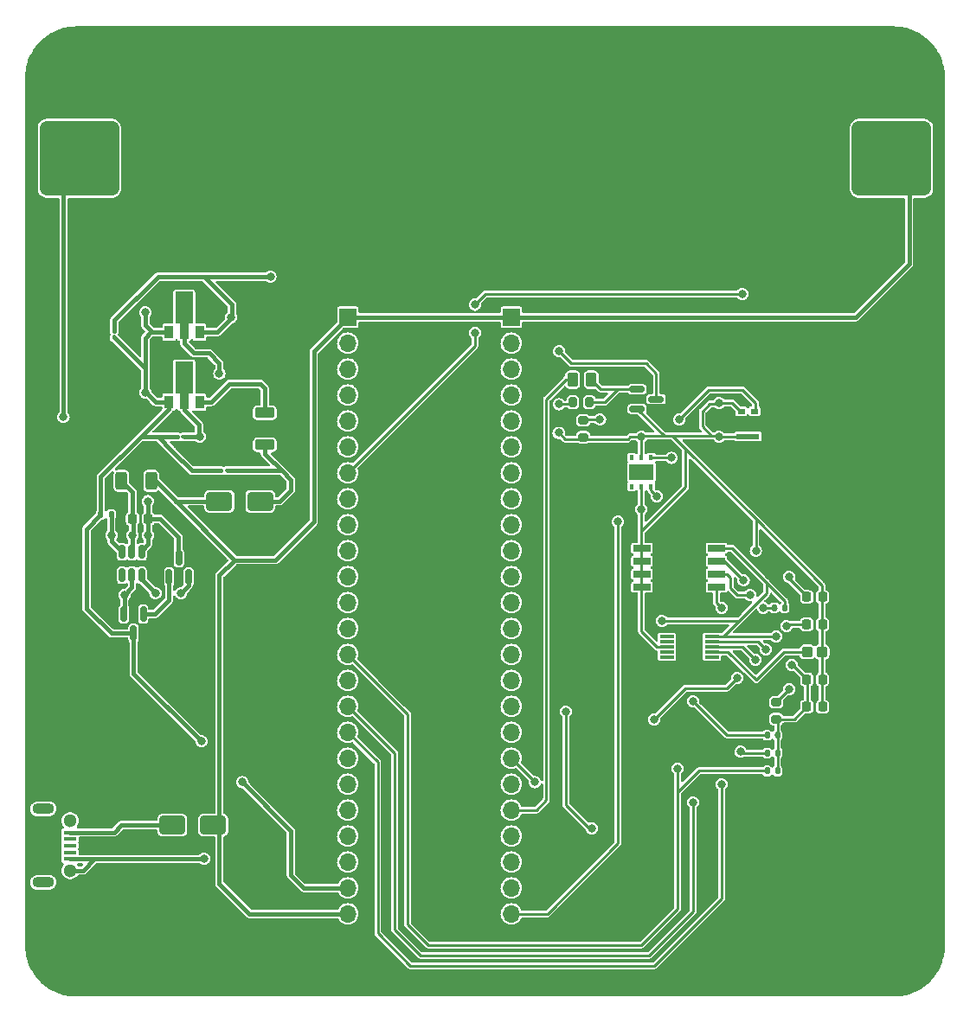
<source format=gbr>
%TF.GenerationSoftware,KiCad,Pcbnew,(7.0.0)*%
%TF.CreationDate,2023-04-14T19:10:38+02:00*%
%TF.ProjectId,Project.kicad_sch,50726f6a-6563-4742-9e6b-696361645f73,rev?*%
%TF.SameCoordinates,Original*%
%TF.FileFunction,Copper,L1,Top*%
%TF.FilePolarity,Positive*%
%FSLAX46Y46*%
G04 Gerber Fmt 4.6, Leading zero omitted, Abs format (unit mm)*
G04 Created by KiCad (PCBNEW (7.0.0)) date 2023-04-14 19:10:38*
%MOMM*%
%LPD*%
G01*
G04 APERTURE LIST*
G04 Aperture macros list*
%AMRoundRect*
0 Rectangle with rounded corners*
0 $1 Rounding radius*
0 $2 $3 $4 $5 $6 $7 $8 $9 X,Y pos of 4 corners*
0 Add a 4 corners polygon primitive as box body*
4,1,4,$2,$3,$4,$5,$6,$7,$8,$9,$2,$3,0*
0 Add four circle primitives for the rounded corners*
1,1,$1+$1,$2,$3*
1,1,$1+$1,$4,$5*
1,1,$1+$1,$6,$7*
1,1,$1+$1,$8,$9*
0 Add four rect primitives between the rounded corners*
20,1,$1+$1,$2,$3,$4,$5,0*
20,1,$1+$1,$4,$5,$6,$7,0*
20,1,$1+$1,$6,$7,$8,$9,0*
20,1,$1+$1,$8,$9,$2,$3,0*%
%AMFreePoly0*
4,1,9,3.862500,-0.866500,0.737500,-0.866500,0.737500,-0.450000,-0.737500,-0.450000,-0.737500,0.450000,0.737500,0.450000,0.737500,0.866500,3.862500,0.866500,3.862500,-0.866500,3.862500,-0.866500,$1*%
G04 Aperture macros list end*
%TA.AperFunction,SMDPad,CuDef*%
%ADD10RoundRect,0.100000X0.130000X0.100000X-0.130000X0.100000X-0.130000X-0.100000X0.130000X-0.100000X0*%
%TD*%
%TA.AperFunction,SMDPad,CuDef*%
%ADD11RoundRect,0.150000X-0.587500X-0.150000X0.587500X-0.150000X0.587500X0.150000X-0.587500X0.150000X0*%
%TD*%
%TA.AperFunction,SMDPad,CuDef*%
%ADD12RoundRect,0.150000X0.150000X-0.512500X0.150000X0.512500X-0.150000X0.512500X-0.150000X-0.512500X0*%
%TD*%
%TA.AperFunction,SMDPad,CuDef*%
%ADD13RoundRect,0.100000X-0.100000X0.130000X-0.100000X-0.130000X0.100000X-0.130000X0.100000X0.130000X0*%
%TD*%
%TA.AperFunction,SMDPad,CuDef*%
%ADD14RoundRect,0.135000X0.135000X0.185000X-0.135000X0.185000X-0.135000X-0.185000X0.135000X-0.185000X0*%
%TD*%
%TA.AperFunction,SMDPad,CuDef*%
%ADD15RoundRect,0.225000X-0.225000X-0.250000X0.225000X-0.250000X0.225000X0.250000X-0.225000X0.250000X0*%
%TD*%
%TA.AperFunction,SMDPad,CuDef*%
%ADD16RoundRect,0.250000X0.312500X0.625000X-0.312500X0.625000X-0.312500X-0.625000X0.312500X-0.625000X0*%
%TD*%
%TA.AperFunction,SMDPad,CuDef*%
%ADD17RoundRect,0.200000X-0.200000X-0.275000X0.200000X-0.275000X0.200000X0.275000X-0.200000X0.275000X0*%
%TD*%
%TA.AperFunction,ComponentPad*%
%ADD18R,1.700000X1.700000*%
%TD*%
%TA.AperFunction,ComponentPad*%
%ADD19O,1.700000X1.700000*%
%TD*%
%TA.AperFunction,SMDPad,CuDef*%
%ADD20R,1.250000X0.400000*%
%TD*%
%TA.AperFunction,ComponentPad*%
%ADD21C,1.300000*%
%TD*%
%TA.AperFunction,ComponentPad*%
%ADD22O,2.140000X1.070000*%
%TD*%
%TA.AperFunction,SMDPad,CuDef*%
%ADD23RoundRect,0.135000X-0.135000X-0.185000X0.135000X-0.185000X0.135000X0.185000X-0.135000X0.185000X0*%
%TD*%
%TA.AperFunction,SMDPad,CuDef*%
%ADD24RoundRect,0.250000X1.000000X0.650000X-1.000000X0.650000X-1.000000X-0.650000X1.000000X-0.650000X0*%
%TD*%
%TA.AperFunction,SMDPad,CuDef*%
%ADD25RoundRect,0.735000X-3.150000X-2.940000X3.150000X-2.940000X3.150000X2.940000X-3.150000X2.940000X0*%
%TD*%
%TA.AperFunction,SMDPad,CuDef*%
%ADD26R,0.900000X1.300000*%
%TD*%
%TA.AperFunction,SMDPad,CuDef*%
%ADD27FreePoly0,90.000000*%
%TD*%
%TA.AperFunction,SMDPad,CuDef*%
%ADD28RoundRect,0.150000X-0.150000X0.587500X-0.150000X-0.587500X0.150000X-0.587500X0.150000X0.587500X0*%
%TD*%
%TA.AperFunction,SMDPad,CuDef*%
%ADD29RoundRect,0.150000X0.150000X-0.587500X0.150000X0.587500X-0.150000X0.587500X-0.150000X-0.587500X0*%
%TD*%
%TA.AperFunction,SMDPad,CuDef*%
%ADD30R,1.700000X0.650000*%
%TD*%
%TA.AperFunction,SMDPad,CuDef*%
%ADD31RoundRect,0.200000X0.275000X-0.200000X0.275000X0.200000X-0.275000X0.200000X-0.275000X-0.200000X0*%
%TD*%
%TA.AperFunction,SMDPad,CuDef*%
%ADD32RoundRect,0.250000X-0.287500X-0.275000X0.287500X-0.275000X0.287500X0.275000X-0.287500X0.275000X0*%
%TD*%
%TA.AperFunction,SMDPad,CuDef*%
%ADD33R,0.675000X0.575000*%
%TD*%
%TA.AperFunction,SMDPad,CuDef*%
%ADD34R,0.710000X0.575000*%
%TD*%
%TA.AperFunction,SMDPad,CuDef*%
%ADD35R,2.225000X0.550000*%
%TD*%
%TA.AperFunction,SMDPad,CuDef*%
%ADD36R,0.400000X0.600000*%
%TD*%
%TA.AperFunction,SMDPad,CuDef*%
%ADD37R,2.400000X1.500000*%
%TD*%
%TA.AperFunction,SMDPad,CuDef*%
%ADD38RoundRect,0.250000X-0.700000X0.275000X-0.700000X-0.275000X0.700000X-0.275000X0.700000X0.275000X0*%
%TD*%
%TA.AperFunction,SMDPad,CuDef*%
%ADD39RoundRect,0.250000X-0.262500X-0.450000X0.262500X-0.450000X0.262500X0.450000X-0.262500X0.450000X0*%
%TD*%
%TA.AperFunction,SMDPad,CuDef*%
%ADD40R,1.400000X0.300000*%
%TD*%
%TA.AperFunction,ViaPad*%
%ADD41C,0.800000*%
%TD*%
%TA.AperFunction,Conductor*%
%ADD42C,0.400000*%
%TD*%
%TA.AperFunction,Conductor*%
%ADD43C,0.250000*%
%TD*%
G04 APERTURE END LIST*
D10*
%TO.P,C3,1*%
%TO.N,Net-(U3-VOUT)*%
X115520000Y-90200000D03*
%TO.P,C3,2*%
%TO.N,3V3 Switch*%
X114880000Y-90200000D03*
%TD*%
D11*
%TO.P,Q2,1,G*%
%TO.N,Net-(Q2-G)*%
X159875000Y-85550000D03*
%TO.P,Q2,2,S*%
%TO.N,3V3 Switch*%
X159875000Y-87450000D03*
%TO.P,Q2,3,D*%
%TO.N,3V3*%
X161750000Y-86500000D03*
%TD*%
D12*
%TO.P,U2,1,NC*%
%TO.N,unconnected-(U2-NC-Pad1)*%
X109500000Y-103737500D03*
%TO.P,U2,2,OC*%
%TO.N,Net-(Q3-G)*%
X110450000Y-103737500D03*
%TO.P,U2,3,OD*%
%TO.N,Net-(Q1-G)*%
X111400000Y-103737500D03*
%TO.P,U2,4,VSS*%
%TO.N,VBatt-*%
X111400000Y-101462500D03*
%TO.P,U2,5,VDD*%
%TO.N,Net-(U2-VDD)*%
X110450000Y-101462500D03*
%TO.P,U2,6,CS*%
%TO.N,Net-(U2-CS)*%
X109500000Y-101462500D03*
%TD*%
D13*
%TO.P,C4,1*%
%TO.N,3V3*%
X108712000Y-79825000D03*
%TO.P,C4,2*%
%TO.N,3V3 Switch*%
X108712000Y-80465000D03*
%TD*%
D14*
%TO.P,R7,1*%
%TO.N,V5*%
X173620000Y-122900000D03*
%TO.P,R7,2*%
%TO.N,SCL*%
X172600000Y-122900000D03*
%TD*%
D15*
%TO.P,C5,1*%
%TO.N,/NRST*%
X176467500Y-105872000D03*
%TO.P,C5,2*%
%TO.N,3V3 Switch*%
X178017500Y-105872000D03*
%TD*%
D16*
%TO.P,R1,1*%
%TO.N,V5*%
X112345500Y-94500000D03*
%TO.P,R1,2*%
%TO.N,Net-(U2-VDD)*%
X109420500Y-94500000D03*
%TD*%
D17*
%TO.P,R4,1*%
%TO.N,3V3*%
X153575000Y-86800000D03*
%TO.P,R4,2*%
%TO.N,Net-(Q2-G)*%
X155225000Y-86800000D03*
%TD*%
D18*
%TO.P,J2,1,Pin_1*%
%TO.N,V5*%
X131571999Y-78485999D03*
D19*
%TO.P,J2,2,Pin_2*%
%TO.N,/PC13*%
X131571999Y-81025999D03*
%TO.P,J2,3,Pin_3*%
%TO.N,/PC14*%
X131571999Y-83565999D03*
%TO.P,J2,4,Pin_4*%
%TO.N,/PC15*%
X131571999Y-86105999D03*
%TO.P,J2,5,Pin_5*%
%TO.N,/PF0*%
X131571999Y-88645999D03*
%TO.P,J2,6,Pin_6*%
%TO.N,/PF1*%
X131571999Y-91185999D03*
%TO.P,J2,7,Pin_7*%
%TO.N,/NRST*%
X131571999Y-93725999D03*
%TO.P,J2,8,Pin_8*%
%TO.N,/VSSA*%
X131571999Y-96265999D03*
%TO.P,J2,9,Pin_9*%
%TO.N,/VDDA*%
X131571999Y-98805999D03*
%TO.P,J2,10,Pin_10*%
%TO.N,/PA0*%
X131571999Y-101345999D03*
%TO.P,J2,11,Pin_11*%
%TO.N,/PA1*%
X131571999Y-103885999D03*
%TO.P,J2,12,Pin_12*%
%TO.N,/PA2*%
X131571999Y-106425999D03*
%TO.P,J2,13,Pin_13*%
%TO.N,/PA3*%
X131571999Y-108965999D03*
%TO.P,J2,14,Pin_14*%
%TO.N,SCL*%
X131571999Y-111505999D03*
%TO.P,J2,15,Pin_15*%
%TO.N,/PA5*%
X131571999Y-114045999D03*
%TO.P,J2,16,Pin_16*%
%TO.N,SDA*%
X131571999Y-116585999D03*
%TO.P,J2,17,Pin_17*%
%TO.N,/PA7*%
X131571999Y-119125999D03*
%TO.P,J2,18,Pin_18*%
%TO.N,/PB0*%
X131571999Y-121665999D03*
%TO.P,J2,19,Pin_19*%
%TO.N,/PB1*%
X131571999Y-124205999D03*
%TO.P,J2,20,Pin_20*%
%TO.N,/PB2*%
X131571999Y-126745999D03*
%TO.P,J2,21,Pin_21*%
%TO.N,/PB10*%
X131571999Y-129285999D03*
%TO.P,J2,22,Pin_22*%
%TO.N,/PB11*%
X131571999Y-131825999D03*
%TO.P,J2,23,Pin_23*%
%TO.N,3V3 Switch*%
X131571999Y-134365999D03*
%TO.P,J2,24,Pin_24*%
%TO.N,V5*%
X131571999Y-136905999D03*
%TD*%
D20*
%TO.P,J1,1,VBUS*%
%TO.N,Net-(D1-A)*%
X104384999Y-128924999D03*
%TO.P,J1,2,D-*%
%TO.N,unconnected-(J1-D--Pad2)*%
X104384999Y-129574999D03*
%TO.P,J1,3,D+*%
%TO.N,unconnected-(J1-D+-Pad3)*%
X104384999Y-130224999D03*
%TO.P,J1,4,ID*%
%TO.N,unconnected-(J1-ID-Pad4)*%
X104384999Y-130874999D03*
%TO.P,J1,5,GND*%
%TO.N,3V3 Switch*%
X104384999Y-131524999D03*
D21*
%TO.P,J1,6,Shield*%
X104410000Y-132650000D03*
D22*
%TO.P,J1,S6*%
%TO.N,N/C*%
X101759999Y-133824999D03*
D21*
X104410000Y-127800000D03*
D22*
X101759999Y-126624999D03*
%TD*%
D15*
%TO.P,C9,1*%
%TO.N,V5*%
X176467500Y-116632000D03*
%TO.P,C9,2*%
%TO.N,3V3 Switch*%
X178017500Y-116632000D03*
%TD*%
%TO.P,C6,1*%
%TO.N,Net-(C6-Pad1)*%
X176467500Y-108562000D03*
%TO.P,C6,2*%
%TO.N,3V3 Switch*%
X178017500Y-108562000D03*
%TD*%
D14*
%TO.P,R9,1*%
%TO.N,V5*%
X173620000Y-119400000D03*
%TO.P,R9,2*%
%TO.N,SDA*%
X172600000Y-119400000D03*
%TD*%
D23*
%TO.P,R2,1*%
%TO.N,3V3 Switch*%
X107400000Y-97800000D03*
%TO.P,R2,2*%
%TO.N,Net-(U2-CS)*%
X108420000Y-97800000D03*
%TD*%
D15*
%TO.P,C1,1*%
%TO.N,Net-(U2-VDD)*%
X110502500Y-98216000D03*
%TO.P,C1,2*%
%TO.N,VBatt-*%
X112052500Y-98216000D03*
%TD*%
D24*
%TO.P,D2,1,K*%
%TO.N,Net-(D2-K)*%
X123000000Y-96500000D03*
%TO.P,D2,2,A*%
%TO.N,V5*%
X119000000Y-96500000D03*
%TD*%
D18*
%TO.P,J3,1,Pin_1*%
%TO.N,V5*%
X147573999Y-78485999D03*
D19*
%TO.P,J3,2,Pin_2*%
%TO.N,3V3 Switch*%
X147573999Y-81025999D03*
%TO.P,J3,3,Pin_3*%
%TO.N,/PB9*%
X147573999Y-83565999D03*
%TO.P,J3,4,Pin_4*%
%TO.N,/PB8*%
X147573999Y-86105999D03*
%TO.P,J3,5,Pin_5*%
%TO.N,/BOOT0*%
X147573999Y-88645999D03*
%TO.P,J3,6,Pin_6*%
%TO.N,V5*%
X147573999Y-91185999D03*
%TO.P,J3,7,Pin_7*%
%TO.N,/PB6*%
X147573999Y-93725999D03*
%TO.P,J3,8,Pin_8*%
%TO.N,/PB5*%
X147573999Y-96265999D03*
%TO.P,J3,9,Pin_9*%
%TO.N,/PB4*%
X147573999Y-98805999D03*
%TO.P,J3,10,Pin_10*%
%TO.N,/PB3*%
X147573999Y-101345999D03*
%TO.P,J3,11,Pin_11*%
%TO.N,/PA15*%
X147573999Y-103885999D03*
%TO.P,J3,12,Pin_12*%
%TO.N,/PA14*%
X147573999Y-106425999D03*
%TO.P,J3,13,Pin_13*%
%TO.N,/PF7*%
X147573999Y-108965999D03*
%TO.P,J3,14,Pin_14*%
%TO.N,/PF6*%
X147573999Y-111505999D03*
%TO.P,J3,15,Pin_15*%
%TO.N,/PA13*%
X147573999Y-114045999D03*
%TO.P,J3,16,Pin_16*%
%TO.N,Rx*%
X147573999Y-116585999D03*
%TO.P,J3,17,Pin_17*%
%TO.N,/PA11*%
X147573999Y-119125999D03*
%TO.P,J3,18,Pin_18*%
%TO.N,Tx*%
X147573999Y-121665999D03*
%TO.P,J3,19,Pin_19*%
%TO.N,/PA9*%
X147573999Y-124205999D03*
%TO.P,J3,20,Pin_20*%
%TO.N,3V3 Logic*%
X147573999Y-126745999D03*
%TO.P,J3,21,Pin_21*%
%TO.N,/PB15*%
X147573999Y-129285999D03*
%TO.P,J3,22,Pin_22*%
%TO.N,Vcc(RHT sensor)*%
X147573999Y-131825999D03*
%TO.P,J3,23,Pin_23*%
%TO.N,Vcc(Light sensor)*%
X147573999Y-134365999D03*
%TO.P,J3,24,Pin_24*%
%TO.N,Vout - Light_Sensor*%
X147573999Y-136905999D03*
%TD*%
D25*
%TO.P,BT1,1,+*%
%TO.N,V5*%
X184759000Y-62934000D03*
%TO.P,BT1,2,-*%
%TO.N,VBatt-*%
X105309000Y-62934000D03*
%TD*%
D26*
%TO.P,U3,1,GND*%
%TO.N,3V3 Switch*%
X114069999Y-86785999D03*
D27*
%TO.P,U3,2,VOUT*%
%TO.N,Net-(U3-VOUT)*%
X115570000Y-86698500D03*
D26*
%TO.P,U3,3,LX*%
%TO.N,Net-(U3-LX)*%
X117069999Y-86785999D03*
%TD*%
D24*
%TO.P,D1,1,K*%
%TO.N,V5*%
X118400000Y-128200000D03*
%TO.P,D1,2,A*%
%TO.N,Net-(D1-A)*%
X114400000Y-128200000D03*
%TD*%
D28*
%TO.P,Q3,1,D*%
%TO.N,Net-(Q1-D)*%
X111556000Y-107548000D03*
%TO.P,Q3,2,G*%
%TO.N,Net-(Q3-G)*%
X109656000Y-107548000D03*
%TO.P,Q3,3,S*%
%TO.N,3V3 Switch*%
X110606000Y-109423000D03*
%TD*%
D29*
%TO.P,Q1,1,D*%
%TO.N,Net-(Q1-D)*%
X114088000Y-103901000D03*
%TO.P,Q1,2,G*%
%TO.N,Net-(Q1-G)*%
X115988000Y-103901000D03*
%TO.P,Q1,3,S*%
%TO.N,VBatt-*%
X115038000Y-102026000D03*
%TD*%
D30*
%TO.P,U6,1,A0*%
%TO.N,3V3 Switch*%
X160349999Y-101094999D03*
%TO.P,U6,2,A1*%
X160349999Y-102364999D03*
%TO.P,U6,3,A2*%
X160349999Y-103634999D03*
%TO.P,U6,4,GND*%
X160349999Y-104904999D03*
%TO.P,U6,5,SDA*%
%TO.N,/PA7*%
X167649999Y-104904999D03*
%TO.P,U6,6,SCL*%
%TO.N,/PA9*%
X167649999Y-103634999D03*
%TO.P,U6,7,WP*%
%TO.N,3V3 Switch*%
X167649999Y-102364999D03*
%TO.P,U6,8,VCC*%
%TO.N,V5*%
X167649999Y-101094999D03*
%TD*%
D26*
%TO.P,U4,1,GND*%
%TO.N,3V3 Switch*%
X114069999Y-79949999D03*
D27*
%TO.P,U4,2,VIN*%
%TO.N,Net-(U3-VOUT)*%
X115570000Y-79862500D03*
D26*
%TO.P,U4,3,VOUT*%
%TO.N,3V3*%
X117069999Y-79949999D03*
%TD*%
D31*
%TO.P,RL1,1*%
%TO.N,3V3 Switch*%
X154600000Y-90225000D03*
%TO.P,RL1,2*%
%TO.N,Vout - Light_Sensor*%
X154600000Y-88575000D03*
%TD*%
D32*
%TO.P,C7,1*%
%TO.N,Net-(U5-VCC)*%
X176530000Y-111252000D03*
%TO.P,C7,2*%
%TO.N,3V3 Switch*%
X177955000Y-111252000D03*
%TD*%
D33*
%TO.P,Y1,1,VCC*%
%TO.N,3V3 Switch*%
X170062499Y-87687499D03*
D34*
%TO.P,Y1,2,OUT*%
%TO.N,Vout - Light_Sensor*%
X171369999Y-87687499D03*
D35*
%TO.P,Y1,3,GND*%
%TO.N,3V3 Switch*%
X170724999Y-90149999D03*
%TD*%
D14*
%TO.P,R6,1*%
%TO.N,V5*%
X174312000Y-106934000D03*
%TO.P,R6,2*%
%TO.N,/PA9*%
X173292000Y-106934000D03*
%TD*%
%TO.P,R8,1*%
%TO.N,V5*%
X173620000Y-121150000D03*
%TO.P,R8,2*%
%TO.N,/PA7*%
X172600000Y-121150000D03*
%TD*%
D36*
%TO.P,U1,1,SDA*%
%TO.N,SDA*%
X161249999Y-92249999D03*
%TO.P,U1,2,GND*%
%TO.N,3V3 Switch*%
X160299999Y-92249999D03*
%TO.P,U1,3,NC*%
%TO.N,unconnected-(U1-NC-Pad3)*%
X159349999Y-92249999D03*
%TO.P,U1,4,NC*%
%TO.N,unconnected-(U1-NC-Pad4)*%
X159349999Y-95049999D03*
%TO.P,U1,5,VCC*%
%TO.N,3V3 Switch*%
X160299999Y-95049999D03*
%TO.P,U1,6,SCL*%
%TO.N,SCL*%
X161249999Y-95049999D03*
D37*
%TO.P,U1,7,DAP*%
%TO.N,unconnected-(U1-DAP-Pad7)*%
X160299999Y-93649999D03*
%TD*%
D38*
%TO.P,L1,1,1*%
%TO.N,Net-(U3-LX)*%
X123444000Y-87833000D03*
%TO.P,L1,2,2*%
%TO.N,Net-(D2-K)*%
X123444000Y-90983000D03*
%TD*%
D15*
%TO.P,C8,1*%
%TO.N,V5*%
X176467500Y-113942000D03*
%TO.P,C8,2*%
%TO.N,3V3 Switch*%
X178017500Y-113942000D03*
%TD*%
D39*
%TO.P,R3,1*%
%TO.N,3V3 Logic*%
X153575000Y-84600000D03*
%TO.P,R3,2*%
%TO.N,Net-(Q2-G)*%
X155400000Y-84600000D03*
%TD*%
D10*
%TO.P,C2,1*%
%TO.N,Net-(D2-K)*%
X119775000Y-93500000D03*
%TO.P,C2,2*%
%TO.N,3V3 Switch*%
X119135000Y-93500000D03*
%TD*%
D40*
%TO.P,U5,1,UD+*%
%TO.N,D+*%
X162799999Y-109749999D03*
%TO.P,U5,2,UD-*%
%TO.N,D-*%
X162799999Y-110249999D03*
%TO.P,U5,3,GND*%
%TO.N,3V3 Switch*%
X162799999Y-110749999D03*
%TO.P,U5,4,~{RTS}*%
%TO.N,unconnected-(U5-~{RTS}-Pad4)*%
X162799999Y-111249999D03*
%TO.P,U5,5,~{CTS}*%
%TO.N,unconnected-(U5-~{CTS}-Pad5)*%
X162799999Y-111749999D03*
%TO.P,U5,6,TNOW*%
%TO.N,unconnected-(U5-TNOW-Pad6)*%
X167199999Y-111749999D03*
%TO.P,U5,7,VCC*%
%TO.N,Net-(U5-VCC)*%
X167199999Y-111249999D03*
%TO.P,U5,8,TXD*%
%TO.N,Tx*%
X167199999Y-110749999D03*
%TO.P,U5,9,RXD*%
%TO.N,Rx*%
X167199999Y-110249999D03*
%TO.P,U5,10,V3*%
%TO.N,V5*%
X167199999Y-109749999D03*
%TD*%
D31*
%TO.P,R5,1*%
%TO.N,V5*%
X173482000Y-117825000D03*
%TO.P,R5,2*%
%TO.N,Net-(C6-Pad1)*%
X173482000Y-116175000D03*
%TD*%
D41*
%TO.N,3V3 Switch*%
X111760000Y-85852000D03*
X171500000Y-101346000D03*
X160274000Y-97282000D03*
X160300000Y-90200000D03*
X121250000Y-124000000D03*
X117500000Y-131500000D03*
X167894000Y-86868000D03*
X111750000Y-78000000D03*
X170300000Y-104259300D03*
X167894000Y-90170000D03*
X152200000Y-89800000D03*
X117250000Y-120000000D03*
%TO.N,Vout - Light_Sensor*%
X158000000Y-98500000D03*
X156250000Y-88500000D03*
X164000000Y-88500000D03*
%TO.N,V5*%
X162306000Y-108204000D03*
X173482000Y-109728000D03*
X175006000Y-112522000D03*
%TO.N,VBatt-*%
X112014000Y-99822000D03*
X103750000Y-88250000D03*
X112000000Y-96500000D03*
%TO.N,Net-(U2-VDD)*%
X110490000Y-99822000D03*
%TO.N,Net-(U3-VOUT)*%
X117080000Y-90170000D03*
X119000000Y-84000000D03*
%TO.N,3V3*%
X120142000Y-78486000D03*
X152250000Y-87000000D03*
X152250000Y-81800000D03*
X124000000Y-74500000D03*
%TO.N,/NRST*%
X144000000Y-77250000D03*
X170180000Y-76200000D03*
X144000000Y-80000000D03*
X174752000Y-103886000D03*
%TO.N,Net-(C6-Pad1)*%
X174498000Y-108712000D03*
X174752000Y-114899000D03*
%TO.N,SCL*%
X161798000Y-96012000D03*
X163830000Y-122682000D03*
%TO.N,SDA*%
X165354000Y-125984000D03*
X163250000Y-92250000D03*
X165354000Y-116078000D03*
%TO.N,/PA7*%
X170000000Y-121000000D03*
X168148000Y-124206000D03*
X168148000Y-106934000D03*
%TO.N,Rx*%
X172466000Y-110998000D03*
X155448000Y-128524000D03*
X152908000Y-117094000D03*
%TO.N,Tx*%
X171450000Y-112014000D03*
X149860000Y-124000000D03*
%TO.N,/PA9*%
X172212000Y-106934000D03*
X169672000Y-113792000D03*
X170942000Y-105664000D03*
X161544000Y-117856000D03*
%TO.N,Net-(Q1-G)*%
X115250000Y-105500000D03*
X112750000Y-105500000D03*
%TO.N,Net-(Q3-G)*%
X109728000Y-105664000D03*
%TO.N,Net-(U2-CS)*%
X108458000Y-99822000D03*
%TD*%
D42*
%TO.N,3V3 Switch*%
X106800000Y-131525000D02*
X117475000Y-131525000D01*
D43*
X152820000Y-90420000D02*
X158980000Y-90420000D01*
X160300000Y-99450000D02*
X160300000Y-99568000D01*
D42*
X111750000Y-83503000D02*
X108712000Y-80465000D01*
X111750000Y-79250000D02*
X112450000Y-79950000D01*
X106000000Y-99200000D02*
X107400000Y-97800000D01*
X114335000Y-91535000D02*
X116300000Y-93500000D01*
D43*
X163250000Y-90100000D02*
X162600000Y-90100000D01*
X160400000Y-90100000D02*
X162600000Y-90100000D01*
D42*
X107400000Y-97800000D02*
X107400000Y-94100000D01*
D43*
X158980000Y-90420000D02*
X159200000Y-90200000D01*
D42*
X106000000Y-107000000D02*
X106000000Y-99200000D01*
D43*
X171500000Y-98250000D02*
X164625000Y-91375000D01*
D42*
X111750000Y-83600000D02*
X111750000Y-85750000D01*
D43*
X160300000Y-109246000D02*
X161804000Y-110750000D01*
X167150000Y-90100000D02*
X167824000Y-90100000D01*
X166250000Y-87700000D02*
X166250000Y-89200000D01*
X159200000Y-90200000D02*
X160300000Y-90200000D01*
X160300000Y-101680400D02*
X160300000Y-109246000D01*
X163350000Y-90100000D02*
X163250000Y-90100000D01*
D42*
X108423000Y-109423000D02*
X106000000Y-107000000D01*
X111852000Y-85852000D02*
X112786000Y-86786000D01*
X121250000Y-124000000D02*
X126000000Y-128750000D01*
D43*
X167650000Y-102365000D02*
X168405700Y-102365000D01*
D42*
X105675000Y-132650000D02*
X106800000Y-131525000D01*
D43*
X164625000Y-95125000D02*
X160300000Y-99450000D01*
X110583000Y-109446000D02*
X110606000Y-109423000D01*
X177955000Y-105872000D02*
X177955000Y-116632000D01*
X162600000Y-90100000D02*
X162525000Y-90100000D01*
D42*
X112450000Y-79950000D02*
X114070000Y-79950000D01*
D43*
X177955000Y-104705000D02*
X171500000Y-98250000D01*
X167894000Y-90170000D02*
X167964000Y-90100000D01*
X164625000Y-91375000D02*
X163350000Y-90100000D01*
X167824000Y-90100000D02*
X167894000Y-90170000D01*
X167894000Y-90170000D02*
X167924000Y-90200000D01*
X160300000Y-97308000D02*
X160300000Y-99568000D01*
D42*
X111750000Y-80500000D02*
X111750000Y-83600000D01*
D43*
X159875000Y-87450000D02*
X162525000Y-90100000D01*
X160300000Y-97000000D02*
X160300000Y-97256000D01*
X167000000Y-86950000D02*
X166250000Y-87700000D01*
D42*
X110606000Y-109423000D02*
X108423000Y-109423000D01*
D43*
X167894000Y-86868000D02*
X169168000Y-86868000D01*
D42*
X111750000Y-78000000D02*
X111750000Y-79250000D01*
D43*
X160274000Y-97282000D02*
X160300000Y-97308000D01*
X161804000Y-110750000D02*
X162800000Y-110750000D01*
D42*
X112450000Y-79950000D02*
X112300000Y-79950000D01*
D43*
X168000000Y-86950000D02*
X167976000Y-86950000D01*
D42*
X111750000Y-85750000D02*
X111760000Y-85760000D01*
X126000000Y-133116000D02*
X127250000Y-134366000D01*
D43*
X169168000Y-86868000D02*
X169950000Y-87650000D01*
D42*
X110606000Y-109423000D02*
X110606000Y-113356000D01*
D43*
X160300000Y-97256000D02*
X160274000Y-97282000D01*
X167924000Y-90200000D02*
X171475000Y-90200000D01*
X152200000Y-89800000D02*
X152820000Y-90420000D01*
D42*
X127250000Y-134366000D02*
X131572000Y-134366000D01*
D43*
X166250000Y-89200000D02*
X167150000Y-90100000D01*
X160300000Y-97000000D02*
X160300000Y-95050000D01*
X160300000Y-99568000D02*
X160300000Y-101680400D01*
X167894000Y-86868000D02*
X167812000Y-86950000D01*
D42*
X104410000Y-132650000D02*
X105675000Y-132650000D01*
D43*
X168405700Y-102365000D02*
X170300000Y-104259300D01*
D42*
X112300000Y-79950000D02*
X111750000Y-80500000D01*
X111760000Y-85852000D02*
X111852000Y-85852000D01*
X111760000Y-85760000D02*
X111760000Y-85852000D01*
X111330000Y-90170000D02*
X113000000Y-90170000D01*
D43*
X164625000Y-91375000D02*
X164625000Y-95125000D01*
X160300000Y-90200000D02*
X160400000Y-90100000D01*
D42*
X112786000Y-86786000D02*
X114070000Y-86786000D01*
D43*
X117475000Y-131525000D02*
X117500000Y-131500000D01*
X177955000Y-105872000D02*
X177955000Y-104705000D01*
D42*
X110606000Y-113356000D02*
X117250000Y-120000000D01*
X114880000Y-90200000D02*
X113030000Y-90200000D01*
X111750000Y-83600000D02*
X111750000Y-83503000D01*
X114070000Y-87430000D02*
X111150000Y-90350000D01*
D43*
X167150000Y-90100000D02*
X163250000Y-90100000D01*
D42*
X104385000Y-131525000D02*
X106800000Y-131525000D01*
X107400000Y-94100000D02*
X111150000Y-90350000D01*
X114335000Y-91505000D02*
X114335000Y-91535000D01*
X111150000Y-90350000D02*
X111330000Y-90170000D01*
D43*
X160300000Y-90200000D02*
X160300000Y-92250000D01*
X167976000Y-86950000D02*
X167894000Y-86868000D01*
D42*
X116300000Y-93500000D02*
X119135000Y-93500000D01*
D43*
X171500000Y-101346000D02*
X171500000Y-98250000D01*
X111747000Y-85865000D02*
X111760000Y-85852000D01*
D42*
X126000000Y-128750000D02*
X126000000Y-133116000D01*
X113000000Y-90170000D02*
X114335000Y-91505000D01*
D43*
X167812000Y-86950000D02*
X167000000Y-86950000D01*
D42*
X114070000Y-86786000D02*
X114070000Y-87430000D01*
D43*
%TO.N,Vout - Light_Sensor*%
X156250000Y-88500000D02*
X155020000Y-88500000D01*
X158000000Y-130000000D02*
X151094000Y-136906000D01*
X171465000Y-86865000D02*
X171465000Y-87650000D01*
X158000000Y-98500000D02*
X158000000Y-130000000D01*
X164000000Y-88500000D02*
X166900000Y-85600000D01*
X151094000Y-136906000D02*
X147574000Y-136906000D01*
X166900000Y-85600000D02*
X170200000Y-85600000D01*
X170200000Y-85600000D02*
X171465000Y-86865000D01*
X155020000Y-88500000D02*
X154750000Y-88770000D01*
%TO.N,V5*%
X173620000Y-117963000D02*
X173482000Y-117825000D01*
X173482000Y-109728000D02*
X173460000Y-109750000D01*
D42*
X147574000Y-78486000D02*
X131572000Y-78486000D01*
D43*
X169167000Y-101095000D02*
X172436000Y-104364000D01*
D42*
X119000000Y-103750000D02*
X119000000Y-133953000D01*
D43*
X170300000Y-107750000D02*
X168300000Y-109750000D01*
X169846000Y-108204000D02*
X162306000Y-108204000D01*
D42*
X114625000Y-96375000D02*
X112750000Y-94500000D01*
X119000000Y-103750000D02*
X120500000Y-102250000D01*
X112750000Y-94500000D02*
X112345500Y-94500000D01*
D43*
X172436000Y-104364000D02*
X172550000Y-104478000D01*
D42*
X119000000Y-133953000D02*
X121953000Y-136906000D01*
D43*
X175110000Y-112522000D02*
X176530000Y-113942000D01*
D42*
X131572000Y-136906000D02*
X121953000Y-136906000D01*
X131572000Y-78486000D02*
X128250000Y-81808000D01*
D43*
X186750000Y-64925000D02*
X184759000Y-62934000D01*
D42*
X124500000Y-102250000D02*
X120500000Y-102250000D01*
X119000000Y-96500000D02*
X114750000Y-96500000D01*
X128250000Y-81808000D02*
X128250000Y-98500000D01*
D43*
X175006000Y-112522000D02*
X175110000Y-112522000D01*
X173364000Y-119334000D02*
X173430000Y-119400000D01*
X173482000Y-117825000D02*
X175274500Y-117825000D01*
X175274500Y-117825000D02*
X176467500Y-116632000D01*
X174312000Y-106934000D02*
X174312000Y-106240000D01*
X170300000Y-107750000D02*
X169846000Y-108204000D01*
D42*
X186500000Y-73250000D02*
X186500000Y-64675000D01*
X186500000Y-64675000D02*
X184759000Y-62934000D01*
X147574000Y-78486000D02*
X181264000Y-78486000D01*
X114625000Y-96375000D02*
X120500000Y-102250000D01*
D43*
X172550000Y-104478000D02*
X172550000Y-105500000D01*
X176530000Y-116632000D02*
X176256000Y-116906000D01*
X176419000Y-116743000D02*
X176530000Y-116632000D01*
X176530000Y-113942000D02*
X176530000Y-116632000D01*
X114750000Y-96500000D02*
X114625000Y-96375000D01*
X168300000Y-109750000D02*
X167200000Y-109750000D01*
D42*
X128250000Y-98500000D02*
X124500000Y-102250000D01*
D43*
X173460000Y-109750000D02*
X167200000Y-109750000D01*
X167650000Y-101095000D02*
X169167000Y-101095000D01*
X174312000Y-106240000D02*
X172436000Y-104364000D01*
D42*
X181264000Y-78486000D02*
X186500000Y-73250000D01*
D43*
X173620000Y-122900000D02*
X173620000Y-117963000D01*
X172550000Y-105500000D02*
X170300000Y-107750000D01*
D42*
%TO.N,VBatt-*%
X103750000Y-64493000D02*
X103750000Y-88250000D01*
X115000000Y-101988000D02*
X115038000Y-102026000D01*
X112000000Y-98226000D02*
X111990000Y-98216000D01*
X112014000Y-100711000D02*
X111400000Y-101325000D01*
X112014000Y-99822000D02*
X112014000Y-100711000D01*
X115000000Y-100000000D02*
X115000000Y-101988000D01*
X112000000Y-99750000D02*
X112000000Y-98226000D01*
X105309000Y-62934000D02*
X103750000Y-64493000D01*
X112000000Y-96500000D02*
X112000000Y-98206000D01*
X112014000Y-99736000D02*
X112000000Y-99750000D01*
X113216000Y-98216000D02*
X115000000Y-100000000D01*
X111928000Y-99822000D02*
X112014000Y-99822000D01*
X112000000Y-98206000D02*
X111990000Y-98216000D01*
X112014000Y-99822000D02*
X112014000Y-99736000D01*
X111990000Y-98216000D02*
X113216000Y-98216000D01*
%TO.N,Net-(U2-VDD)*%
X110490000Y-99822000D02*
X110490000Y-101285000D01*
X110490000Y-99822000D02*
X110428000Y-99822000D01*
X110565000Y-99685000D02*
X110490000Y-99760000D01*
X110565000Y-98216000D02*
X110565000Y-99685000D01*
X110490000Y-99760000D02*
X110490000Y-99822000D01*
X110502500Y-95582000D02*
X109420500Y-94500000D01*
X110563000Y-98214000D02*
X110565000Y-98216000D01*
X110502500Y-98216000D02*
X110502500Y-95582000D01*
%TO.N,Net-(D2-K)*%
X126000000Y-95400000D02*
X126000000Y-94400000D01*
X125100000Y-93500000D02*
X119775000Y-93500000D01*
X123444000Y-91844000D02*
X123444000Y-90983000D01*
X125100000Y-93500000D02*
X123444000Y-91844000D01*
X123000000Y-96500000D02*
X124900000Y-96500000D01*
X126000000Y-94400000D02*
X125100000Y-93500000D01*
X124900000Y-96500000D02*
X126000000Y-95400000D01*
%TO.N,Net-(U3-VOUT)*%
X118000000Y-82000000D02*
X116500000Y-82000000D01*
X117000000Y-90090000D02*
X117000000Y-89000000D01*
X115570000Y-81070000D02*
X115570000Y-79862500D01*
X117080000Y-90170000D02*
X117000000Y-90090000D01*
X115570000Y-87570000D02*
X115570000Y-86698500D01*
X119000000Y-83000000D02*
X118000000Y-82000000D01*
X117000000Y-89000000D02*
X115570000Y-87570000D01*
X119000000Y-84000000D02*
X119000000Y-83000000D01*
X117080000Y-90170000D02*
X115550000Y-90170000D01*
X116500000Y-82000000D02*
X115570000Y-81070000D01*
%TO.N,3V3*%
X120250000Y-77250000D02*
X120250000Y-78500000D01*
X117500000Y-74500000D02*
X120250000Y-77250000D01*
X124000000Y-74500000D02*
X113000000Y-74500000D01*
D43*
X152250000Y-81800000D02*
X153450000Y-83000000D01*
D42*
X120142000Y-78608000D02*
X118800000Y-79950000D01*
X120142000Y-78486000D02*
X120142000Y-78608000D01*
X120250000Y-78500000D02*
X120264000Y-78486000D01*
D43*
X153375000Y-87000000D02*
X153575000Y-86800000D01*
X152250000Y-87000000D02*
X153375000Y-87000000D01*
D42*
X108712000Y-78788000D02*
X108712000Y-79825000D01*
X120264000Y-78486000D02*
X120142000Y-78486000D01*
X113000000Y-74500000D02*
X108712000Y-78788000D01*
D43*
X160750000Y-83000000D02*
X161750000Y-84000000D01*
D42*
X118800000Y-79950000D02*
X117070000Y-79950000D01*
D43*
X161750000Y-84000000D02*
X161750000Y-86500000D01*
X153450000Y-83000000D02*
X160750000Y-83000000D01*
%TO.N,/NRST*%
X144000000Y-81298000D02*
X144000000Y-80000000D01*
X174752000Y-104094000D02*
X174752000Y-103886000D01*
X131572000Y-93726000D02*
X144000000Y-81298000D01*
X145050000Y-76200000D02*
X170180000Y-76200000D01*
X176530000Y-105872000D02*
X174752000Y-104094000D01*
X144000000Y-77250000D02*
X145050000Y-76200000D01*
%TO.N,Net-(C6-Pad1)*%
X176530000Y-108562000D02*
X174648000Y-108562000D01*
X174752000Y-114905000D02*
X173482000Y-116175000D01*
X174752000Y-114899000D02*
X174752000Y-114905000D01*
X174648000Y-108562000D02*
X174498000Y-108712000D01*
X174752000Y-114899000D02*
X174686000Y-114899000D01*
%TO.N,Net-(U5-VCC)*%
X174244000Y-111252000D02*
X176530000Y-111252000D01*
X168781000Y-111250000D02*
X171513500Y-113982500D01*
X171513500Y-113982500D02*
X174244000Y-111252000D01*
X167200000Y-111250000D02*
X168781000Y-111250000D01*
D42*
%TO.N,Net-(D1-A)*%
X109400000Y-128200000D02*
X108675000Y-128925000D01*
X115000000Y-128200000D02*
X109400000Y-128200000D01*
X108675000Y-128925000D02*
X104385000Y-128925000D01*
D43*
%TO.N,SCL*%
X163830000Y-124968000D02*
X163830000Y-136398000D01*
X137414000Y-117348000D02*
X131572000Y-111506000D01*
X160274000Y-139954000D02*
X139446000Y-139954000D01*
X161250000Y-95464000D02*
X161798000Y-96012000D01*
X161250000Y-95050000D02*
X161250000Y-95464000D01*
X163830000Y-136398000D02*
X160274000Y-139954000D01*
X172580000Y-122880000D02*
X165918000Y-122880000D01*
X165918000Y-122880000D02*
X163830000Y-124968000D01*
X163830000Y-122682000D02*
X163830000Y-124968000D01*
X139446000Y-139954000D02*
X137414000Y-137922000D01*
X137414000Y-137922000D02*
X137414000Y-117348000D01*
X172600000Y-122900000D02*
X172580000Y-122880000D01*
%TO.N,SDA*%
X136144000Y-138430000D02*
X136144000Y-121158000D01*
X138684000Y-140970000D02*
X136144000Y-138430000D01*
X161036000Y-140970000D02*
X138684000Y-140970000D01*
X136144000Y-121158000D02*
X131572000Y-116586000D01*
X168656000Y-119380000D02*
X168638000Y-119362000D01*
X172562000Y-119362000D02*
X168638000Y-119362000D01*
X165354000Y-125984000D02*
X165354000Y-136652000D01*
X168638000Y-119362000D02*
X165354000Y-116078000D01*
X165354000Y-136652000D02*
X161036000Y-140970000D01*
X172600000Y-119400000D02*
X172562000Y-119362000D01*
X161250000Y-92250000D02*
X163250000Y-92250000D01*
%TO.N,/PA7*%
X161544000Y-141986000D02*
X137668000Y-141986000D01*
X134500000Y-122054000D02*
X131572000Y-119126000D01*
X168148000Y-135382000D02*
X161544000Y-141986000D01*
X134500000Y-138818000D02*
X137668000Y-141986000D01*
X168148000Y-124206000D02*
X168148000Y-135382000D01*
X172600000Y-121150000D02*
X170150000Y-121150000D01*
X170150000Y-121150000D02*
X170000000Y-121000000D01*
X134500000Y-122054000D02*
X134500000Y-138818000D01*
X167650000Y-106436000D02*
X168148000Y-106934000D01*
X167650000Y-104905000D02*
X167650000Y-106436000D01*
%TO.N,Rx*%
X155194000Y-128524000D02*
X155448000Y-128524000D01*
X152908000Y-117094000D02*
X152908000Y-126238000D01*
X171718000Y-110250000D02*
X167200000Y-110250000D01*
X172466000Y-110998000D02*
X171718000Y-110250000D01*
X152908000Y-126238000D02*
X155194000Y-128524000D01*
%TO.N,Tx*%
X149860000Y-124000000D02*
X149860000Y-123952000D01*
X171450000Y-112014000D02*
X170186000Y-110750000D01*
X170186000Y-110750000D02*
X167200000Y-110750000D01*
X149860000Y-123952000D02*
X147574000Y-121666000D01*
%TO.N,/PA9*%
X167650000Y-103635000D02*
X168635000Y-103635000D01*
X167945600Y-103534800D02*
X167991200Y-103534800D01*
X168656000Y-114808000D02*
X169672000Y-113792000D01*
X168635000Y-103635000D02*
X169000000Y-104000000D01*
X161544000Y-117856000D02*
X164592000Y-114808000D01*
X169000000Y-105000000D02*
X169664000Y-105664000D01*
X172212000Y-106934000D02*
X173482000Y-106934000D01*
X169664000Y-105664000D02*
X170942000Y-105664000D01*
X169000000Y-104000000D02*
X169000000Y-105000000D01*
X164592000Y-114808000D02*
X168656000Y-114808000D01*
%TO.N,3V3 Logic*%
X153575000Y-84600000D02*
X152900000Y-84600000D01*
X149996000Y-126746000D02*
X147574000Y-126746000D01*
X152900000Y-84600000D02*
X151000000Y-86500000D01*
X151000000Y-125750000D02*
X150000000Y-126750000D01*
X151000000Y-86500000D02*
X151000000Y-125750000D01*
X150000000Y-126750000D02*
X149996000Y-126746000D01*
D42*
%TO.N,Net-(U3-LX)*%
X118214000Y-86786000D02*
X117070000Y-86786000D01*
X123444000Y-85444000D02*
X123000000Y-85000000D01*
X120000000Y-85000000D02*
X118214000Y-86786000D01*
X123444000Y-87833000D02*
X123444000Y-85444000D01*
X123000000Y-85000000D02*
X120000000Y-85000000D01*
%TO.N,Net-(Q1-D)*%
X112702000Y-107548000D02*
X111556000Y-107548000D01*
D43*
X111500000Y-107492000D02*
X111556000Y-107548000D01*
D42*
X114088000Y-103901000D02*
X114088000Y-106162000D01*
X114088000Y-106162000D02*
X112702000Y-107548000D01*
%TO.N,Net-(Q1-G)*%
X115988000Y-104762000D02*
X115988000Y-103901000D01*
X111400000Y-103737500D02*
X111400000Y-104150000D01*
X115250000Y-105500000D02*
X115988000Y-104762000D01*
X111400000Y-104150000D02*
X112750000Y-105500000D01*
X112750000Y-105500000D02*
X112602000Y-105500000D01*
D43*
%TO.N,Net-(Q2-G)*%
X160325000Y-85500000D02*
X160375000Y-85550000D01*
X158000000Y-85500000D02*
X159825000Y-85500000D01*
X156300000Y-85500000D02*
X155400000Y-84600000D01*
X159825000Y-85500000D02*
X159875000Y-85550000D01*
X155225000Y-86800000D02*
X156700000Y-86800000D01*
X157000000Y-85500000D02*
X156300000Y-85500000D01*
X157000000Y-85500000D02*
X158000000Y-85500000D01*
X156700000Y-86800000D02*
X158000000Y-85500000D01*
D42*
%TO.N,Net-(Q3-G)*%
X109728000Y-105664000D02*
X109704000Y-105688000D01*
X109704000Y-105688000D02*
X109704000Y-106804000D01*
X110450000Y-103737500D02*
X110450000Y-104942000D01*
D43*
X109704000Y-107500000D02*
X109656000Y-107548000D01*
D42*
X110450000Y-104942000D02*
X109728000Y-105664000D01*
X109704000Y-105640000D02*
X109728000Y-105664000D01*
%TO.N,Net-(U2-CS)*%
X108434000Y-99798000D02*
X108458000Y-99822000D01*
X108420000Y-97800000D02*
X108420000Y-99784000D01*
X108458000Y-99822000D02*
X108458000Y-100420500D01*
X108458000Y-99822000D02*
X108434000Y-99846000D01*
X108458000Y-100420500D02*
X109500000Y-101462500D01*
%TD*%
%TA.AperFunction,NonConductor*%
G36*
X185002562Y-50000605D02*
G01*
X185217600Y-50009500D01*
X185413455Y-50018052D01*
X185423330Y-50018881D01*
X185636706Y-50045479D01*
X185636793Y-50045490D01*
X185834945Y-50071577D01*
X185844192Y-50073153D01*
X186053521Y-50117044D01*
X186054765Y-50117312D01*
X186250386Y-50160680D01*
X186258901Y-50162889D01*
X186463665Y-50223850D01*
X186465325Y-50224359D01*
X186656696Y-50284698D01*
X186664453Y-50287431D01*
X186863363Y-50365046D01*
X186865513Y-50365911D01*
X187051024Y-50442752D01*
X187057972Y-50445886D01*
X187225903Y-50527982D01*
X187249587Y-50539561D01*
X187252383Y-50540972D01*
X187430420Y-50633652D01*
X187436636Y-50637118D01*
X187619793Y-50746255D01*
X187622929Y-50748187D01*
X187686491Y-50788681D01*
X187792282Y-50856078D01*
X187797710Y-50859741D01*
X187971184Y-50983599D01*
X187974616Y-50986140D01*
X188133912Y-51108372D01*
X188138567Y-51112126D01*
X188301226Y-51249891D01*
X188304838Y-51253072D01*
X188452925Y-51388769D01*
X188456807Y-51392486D01*
X188607512Y-51543191D01*
X188611232Y-51547076D01*
X188746921Y-51695155D01*
X188750107Y-51698772D01*
X188887872Y-51861431D01*
X188891626Y-51866086D01*
X189013858Y-52025382D01*
X189016399Y-52028814D01*
X189140257Y-52202288D01*
X189143920Y-52207716D01*
X189251800Y-52377052D01*
X189253743Y-52380205D01*
X189362880Y-52563362D01*
X189366346Y-52569578D01*
X189459026Y-52747615D01*
X189460437Y-52750411D01*
X189554099Y-52941997D01*
X189557260Y-52949005D01*
X189634051Y-53134395D01*
X189635008Y-53136774D01*
X189712559Y-53335523D01*
X189715302Y-53343309D01*
X189775602Y-53534554D01*
X189776186Y-53536460D01*
X189837105Y-53741084D01*
X189839321Y-53749627D01*
X189882671Y-53945166D01*
X189882971Y-53946559D01*
X189926844Y-54155802D01*
X189928422Y-54165062D01*
X189954459Y-54362829D01*
X189954568Y-54363677D01*
X189981114Y-54576641D01*
X189981948Y-54586570D01*
X189990513Y-54782728D01*
X189990525Y-54783013D01*
X189999394Y-54997438D01*
X189999500Y-55002562D01*
X189999500Y-139997438D01*
X189999394Y-140002563D01*
X189990525Y-140216987D01*
X189990513Y-140217271D01*
X189981948Y-140413428D01*
X189981114Y-140423357D01*
X189954568Y-140636321D01*
X189954459Y-140637169D01*
X189928422Y-140834936D01*
X189926844Y-140844196D01*
X189882971Y-141053439D01*
X189882671Y-141054832D01*
X189839321Y-141250371D01*
X189837105Y-141258914D01*
X189776186Y-141463538D01*
X189775602Y-141465444D01*
X189715302Y-141656689D01*
X189712559Y-141664475D01*
X189635008Y-141863224D01*
X189634051Y-141865603D01*
X189557260Y-142050993D01*
X189554099Y-142058001D01*
X189460437Y-142249587D01*
X189459026Y-142252383D01*
X189366346Y-142430420D01*
X189362880Y-142436636D01*
X189253743Y-142619793D01*
X189251800Y-142622946D01*
X189143920Y-142792282D01*
X189140257Y-142797710D01*
X189016399Y-142971184D01*
X189013858Y-142974616D01*
X188891626Y-143133912D01*
X188887872Y-143138567D01*
X188750107Y-143301226D01*
X188746908Y-143304858D01*
X188611254Y-143452899D01*
X188607512Y-143456807D01*
X188456807Y-143607512D01*
X188452899Y-143611254D01*
X188304858Y-143746908D01*
X188301226Y-143750107D01*
X188138567Y-143887872D01*
X188133912Y-143891626D01*
X187974616Y-144013858D01*
X187971184Y-144016399D01*
X187797710Y-144140257D01*
X187792282Y-144143920D01*
X187622946Y-144251800D01*
X187619793Y-144253743D01*
X187436636Y-144362880D01*
X187430420Y-144366346D01*
X187252383Y-144459026D01*
X187249587Y-144460437D01*
X187058001Y-144554099D01*
X187050993Y-144557260D01*
X186865603Y-144634051D01*
X186863224Y-144635008D01*
X186664475Y-144712559D01*
X186656689Y-144715302D01*
X186465444Y-144775602D01*
X186463538Y-144776186D01*
X186258914Y-144837105D01*
X186250371Y-144839321D01*
X186054832Y-144882671D01*
X186053439Y-144882971D01*
X185844196Y-144926844D01*
X185834936Y-144928422D01*
X185637169Y-144954459D01*
X185636321Y-144954568D01*
X185423357Y-144981114D01*
X185413428Y-144981948D01*
X185217381Y-144990508D01*
X185217097Y-144990520D01*
X185002563Y-144999394D01*
X184997438Y-144999500D01*
X105002562Y-144999500D01*
X104997437Y-144999394D01*
X104782901Y-144990520D01*
X104782617Y-144990508D01*
X104586570Y-144981948D01*
X104576641Y-144981114D01*
X104363677Y-144954568D01*
X104362829Y-144954459D01*
X104165062Y-144928422D01*
X104155802Y-144926844D01*
X103946559Y-144882971D01*
X103945166Y-144882671D01*
X103749627Y-144839321D01*
X103741084Y-144837105D01*
X103536460Y-144776186D01*
X103534554Y-144775602D01*
X103343309Y-144715302D01*
X103335523Y-144712559D01*
X103206985Y-144662404D01*
X103136734Y-144634991D01*
X103134395Y-144634051D01*
X102949005Y-144557260D01*
X102941997Y-144554099D01*
X102750411Y-144460437D01*
X102747615Y-144459026D01*
X102569578Y-144366346D01*
X102563362Y-144362880D01*
X102380205Y-144253743D01*
X102377052Y-144251800D01*
X102207716Y-144143920D01*
X102202288Y-144140257D01*
X102028814Y-144016399D01*
X102025382Y-144013858D01*
X101866086Y-143891626D01*
X101861431Y-143887872D01*
X101698772Y-143750107D01*
X101695155Y-143746921D01*
X101547076Y-143611232D01*
X101543191Y-143607512D01*
X101392486Y-143456807D01*
X101388769Y-143452925D01*
X101253072Y-143304838D01*
X101249891Y-143301226D01*
X101112126Y-143138567D01*
X101108372Y-143133912D01*
X100986140Y-142974616D01*
X100983599Y-142971184D01*
X100859741Y-142797710D01*
X100856078Y-142792282D01*
X100748198Y-142622946D01*
X100746255Y-142619793D01*
X100637118Y-142436636D01*
X100633652Y-142430420D01*
X100540972Y-142252383D01*
X100539561Y-142249587D01*
X100527982Y-142225903D01*
X100445886Y-142057972D01*
X100442752Y-142051024D01*
X100365911Y-141865513D01*
X100365046Y-141863363D01*
X100287431Y-141664453D01*
X100284696Y-141656689D01*
X100224359Y-141465325D01*
X100223850Y-141463665D01*
X100162889Y-141258901D01*
X100160680Y-141250386D01*
X100117312Y-141054765D01*
X100117027Y-141053439D01*
X100111495Y-141027057D01*
X100073153Y-140844192D01*
X100071576Y-140834936D01*
X100045490Y-140636793D01*
X100045483Y-140636743D01*
X100018881Y-140423330D01*
X100018052Y-140413455D01*
X100009486Y-140217271D01*
X100000605Y-140002562D01*
X100000500Y-139997439D01*
X100000500Y-133868057D01*
X100485746Y-133868057D01*
X100486999Y-133875168D01*
X100487000Y-133875169D01*
X100514347Y-134030267D01*
X100514348Y-134030273D01*
X100515602Y-134037380D01*
X100518459Y-134044005D01*
X100518461Y-134044009D01*
X100573498Y-134171598D01*
X100583702Y-134195253D01*
X100686375Y-134333167D01*
X100818085Y-134443685D01*
X100971732Y-134520849D01*
X101139032Y-134560500D01*
X102334240Y-134560500D01*
X102337839Y-134560500D01*
X102465773Y-134545547D01*
X102627339Y-134486741D01*
X102770989Y-134392261D01*
X102888978Y-134267200D01*
X102974945Y-134118300D01*
X103024257Y-133953588D01*
X103034254Y-133781943D01*
X103004398Y-133612620D01*
X102936298Y-133454747D01*
X102833625Y-133316833D01*
X102777499Y-133269738D01*
X102707446Y-133210956D01*
X102707445Y-133210955D01*
X102701915Y-133206315D01*
X102695464Y-133203075D01*
X102554718Y-133132390D01*
X102554715Y-133132389D01*
X102548268Y-133129151D01*
X102541243Y-133127486D01*
X102387995Y-133091165D01*
X102387991Y-133091164D01*
X102380968Y-133089500D01*
X101182161Y-133089500D01*
X101178596Y-133089916D01*
X101178590Y-133089917D01*
X101061394Y-133103615D01*
X101061391Y-133103615D01*
X101054227Y-133104453D01*
X101047448Y-133106920D01*
X101047445Y-133106921D01*
X100899448Y-133160788D01*
X100899442Y-133160790D01*
X100892661Y-133163259D01*
X100886634Y-133167222D01*
X100886626Y-133167227D01*
X100755041Y-133253772D01*
X100755035Y-133253776D01*
X100749011Y-133257739D01*
X100744060Y-133262986D01*
X100744056Y-133262990D01*
X100635979Y-133377545D01*
X100635975Y-133377549D01*
X100631022Y-133382800D01*
X100627413Y-133389050D01*
X100627410Y-133389055D01*
X100548666Y-133525444D01*
X100548663Y-133525450D01*
X100545055Y-133531700D01*
X100542984Y-133538615D01*
X100542984Y-133538617D01*
X100497814Y-133689491D01*
X100497812Y-133689499D01*
X100495743Y-133696412D01*
X100495323Y-133703617D01*
X100495322Y-133703625D01*
X100486165Y-133860847D01*
X100486165Y-133860854D01*
X100485746Y-133868057D01*
X100000500Y-133868057D01*
X100000500Y-132650000D01*
X103554815Y-132650000D01*
X103555494Y-132656460D01*
X103572823Y-132821341D01*
X103572824Y-132821348D01*
X103573503Y-132827803D01*
X103575510Y-132833982D01*
X103575511Y-132833983D01*
X103620078Y-132971147D01*
X103628750Y-132997835D01*
X103631997Y-133003459D01*
X103631998Y-133003461D01*
X103714890Y-133147035D01*
X103718141Y-133152665D01*
X103722485Y-133157490D01*
X103722487Y-133157492D01*
X103766448Y-133206315D01*
X103837770Y-133285526D01*
X103982407Y-133390612D01*
X104145733Y-133463329D01*
X104152091Y-133464680D01*
X104152093Y-133464681D01*
X104187685Y-133472246D01*
X104320609Y-133500500D01*
X104492888Y-133500500D01*
X104499391Y-133500500D01*
X104674267Y-133463329D01*
X104837593Y-133390612D01*
X104982230Y-133285526D01*
X105101859Y-133152665D01*
X105125047Y-133112501D01*
X105170435Y-133067113D01*
X105232435Y-133050500D01*
X105728677Y-133050500D01*
X105738433Y-133050500D01*
X105759495Y-133043656D01*
X105778423Y-133039111D01*
X105800304Y-133035646D01*
X105820045Y-133025586D01*
X105838014Y-133018143D01*
X105859090Y-133011296D01*
X105877016Y-132998271D01*
X105893602Y-132988107D01*
X105913342Y-132978050D01*
X105935905Y-132955486D01*
X105935909Y-132955484D01*
X106929573Y-131961818D01*
X106969801Y-131934939D01*
X107017254Y-131925500D01*
X117026000Y-131925500D01*
X117065858Y-131932081D01*
X117101486Y-131951124D01*
X117115424Y-131961819D01*
X117197159Y-132024536D01*
X117343238Y-132085044D01*
X117500000Y-132105682D01*
X117656762Y-132085044D01*
X117802841Y-132024536D01*
X117928282Y-131928282D01*
X118024536Y-131802841D01*
X118085044Y-131656762D01*
X118105682Y-131500000D01*
X118085044Y-131343238D01*
X118024536Y-131197159D01*
X117928282Y-131071718D01*
X117802841Y-130975464D01*
X117737298Y-130948315D01*
X117664271Y-130918066D01*
X117664268Y-130918065D01*
X117656762Y-130914956D01*
X117648708Y-130913895D01*
X117648702Y-130913894D01*
X117508059Y-130895379D01*
X117500000Y-130894318D01*
X117491941Y-130895379D01*
X117351297Y-130913894D01*
X117351289Y-130913896D01*
X117343238Y-130914956D01*
X117335733Y-130918064D01*
X117335728Y-130918066D01*
X117204666Y-130972354D01*
X117204662Y-130972355D01*
X117197159Y-130975464D01*
X117190714Y-130980408D01*
X117190711Y-130980411D01*
X117078164Y-131066771D01*
X117078160Y-131066774D01*
X117071718Y-131071718D01*
X117066772Y-131078163D01*
X117061023Y-131083913D01*
X117060013Y-131082903D01*
X117024910Y-131111712D01*
X116970067Y-131124500D01*
X106831519Y-131124500D01*
X105334500Y-131124500D01*
X105272500Y-131107887D01*
X105227113Y-131062500D01*
X105210500Y-131000500D01*
X105210500Y-130661348D01*
X105210500Y-130655252D01*
X105198867Y-130596769D01*
X105195404Y-130591586D01*
X105187131Y-130550000D01*
X105195404Y-130508413D01*
X105198867Y-130503231D01*
X105210500Y-130444748D01*
X105210500Y-130005252D01*
X105198867Y-129946769D01*
X105195404Y-129941586D01*
X105187131Y-129900000D01*
X105195404Y-129858413D01*
X105198867Y-129853231D01*
X105210500Y-129794748D01*
X105210500Y-129449500D01*
X105227113Y-129387500D01*
X105272500Y-129342113D01*
X105334500Y-129325500D01*
X108728677Y-129325500D01*
X108738433Y-129325500D01*
X108759495Y-129318656D01*
X108778423Y-129314111D01*
X108800304Y-129310646D01*
X108820045Y-129300586D01*
X108838014Y-129293143D01*
X108859090Y-129286296D01*
X108877016Y-129273271D01*
X108893602Y-129263107D01*
X108913342Y-129253050D01*
X108935905Y-129230486D01*
X108935909Y-129230484D01*
X109529574Y-128636819D01*
X109569802Y-128609939D01*
X109617255Y-128600500D01*
X112825500Y-128600500D01*
X112887500Y-128617113D01*
X112932887Y-128662500D01*
X112949500Y-128724500D01*
X112949500Y-128904266D01*
X112949769Y-128907141D01*
X112949770Y-128907149D01*
X112951649Y-128927187D01*
X112951649Y-128927191D01*
X112952354Y-128934699D01*
X112954842Y-128941811D01*
X112954844Y-128941817D01*
X112994138Y-129054113D01*
X112994139Y-129054116D01*
X112997207Y-129062882D01*
X113002722Y-129070355D01*
X113002724Y-129070358D01*
X113062040Y-129150728D01*
X113077850Y-129172150D01*
X113187118Y-129252793D01*
X113195886Y-129255861D01*
X113282018Y-129286000D01*
X113315301Y-129297646D01*
X113345734Y-129300500D01*
X115451373Y-129300500D01*
X115454266Y-129300500D01*
X115484699Y-129297646D01*
X115612882Y-129252793D01*
X115722150Y-129172150D01*
X115802793Y-129062882D01*
X115847646Y-128934699D01*
X115850500Y-128904266D01*
X115850500Y-127495734D01*
X115847646Y-127465301D01*
X115802793Y-127337118D01*
X115722150Y-127227850D01*
X115679302Y-127196227D01*
X115620358Y-127152724D01*
X115620355Y-127152722D01*
X115612882Y-127147207D01*
X115604116Y-127144139D01*
X115604113Y-127144138D01*
X115491817Y-127104844D01*
X115491811Y-127104842D01*
X115484699Y-127102354D01*
X115477191Y-127101649D01*
X115477187Y-127101649D01*
X115457149Y-127099770D01*
X115457141Y-127099769D01*
X115454266Y-127099500D01*
X113345734Y-127099500D01*
X113342859Y-127099769D01*
X113342850Y-127099770D01*
X113322812Y-127101649D01*
X113322807Y-127101650D01*
X113315301Y-127102354D01*
X113308189Y-127104842D01*
X113308182Y-127104844D01*
X113195886Y-127144138D01*
X113195880Y-127144140D01*
X113187118Y-127147207D01*
X113179646Y-127152720D01*
X113179641Y-127152724D01*
X113085327Y-127222331D01*
X113085324Y-127222333D01*
X113077850Y-127227850D01*
X113072333Y-127235324D01*
X113072331Y-127235327D01*
X113002724Y-127329641D01*
X113002720Y-127329646D01*
X112997207Y-127337118D01*
X112994140Y-127345880D01*
X112994138Y-127345886D01*
X112954844Y-127458182D01*
X112954842Y-127458189D01*
X112952354Y-127465301D01*
X112951650Y-127472807D01*
X112951649Y-127472812D01*
X112949770Y-127492850D01*
X112949500Y-127495734D01*
X112949500Y-127498627D01*
X112949500Y-127675500D01*
X112932887Y-127737500D01*
X112887500Y-127782887D01*
X112825500Y-127799500D01*
X109463433Y-127799500D01*
X109336567Y-127799500D01*
X109327291Y-127802513D01*
X109327283Y-127802515D01*
X109315491Y-127806347D01*
X109296582Y-127810886D01*
X109284339Y-127812825D01*
X109284330Y-127812827D01*
X109274696Y-127814354D01*
X109266002Y-127818783D01*
X109265997Y-127818785D01*
X109254951Y-127824413D01*
X109236989Y-127831853D01*
X109225194Y-127835686D01*
X109225186Y-127835690D01*
X109215911Y-127838704D01*
X109208023Y-127844434D01*
X109208016Y-127844438D01*
X109197978Y-127851731D01*
X109181405Y-127861886D01*
X109170359Y-127867515D01*
X109170353Y-127867519D01*
X109161658Y-127871950D01*
X109154761Y-127878846D01*
X109154755Y-127878851D01*
X109139094Y-127894513D01*
X108545426Y-128488181D01*
X108505198Y-128515061D01*
X108457745Y-128524500D01*
X105180626Y-128524500D01*
X105125491Y-128511568D01*
X105081856Y-128475470D01*
X105058822Y-128423734D01*
X105061194Y-128367153D01*
X105088477Y-128317527D01*
X105101859Y-128302665D01*
X105191250Y-128147835D01*
X105246497Y-127977803D01*
X105265185Y-127800000D01*
X105246497Y-127622197D01*
X105191250Y-127452165D01*
X105101859Y-127297335D01*
X105088746Y-127282772D01*
X105034325Y-127222331D01*
X104982230Y-127164474D01*
X104893841Y-127100255D01*
X104842847Y-127063205D01*
X104842845Y-127063203D01*
X104837593Y-127059388D01*
X104761097Y-127025330D01*
X104680205Y-126989314D01*
X104680198Y-126989311D01*
X104674267Y-126986671D01*
X104667914Y-126985320D01*
X104667906Y-126985318D01*
X104505753Y-126950852D01*
X104505750Y-126950851D01*
X104499391Y-126949500D01*
X104320609Y-126949500D01*
X104314250Y-126950851D01*
X104314246Y-126950852D01*
X104152093Y-126985318D01*
X104152082Y-126985321D01*
X104145733Y-126986671D01*
X104139804Y-126989310D01*
X104139794Y-126989314D01*
X103988342Y-127056745D01*
X103988334Y-127056749D01*
X103982408Y-127059388D01*
X103977159Y-127063201D01*
X103977153Y-127063205D01*
X103843023Y-127160656D01*
X103843014Y-127160663D01*
X103837770Y-127164474D01*
X103833426Y-127169297D01*
X103833423Y-127169301D01*
X103722487Y-127292507D01*
X103722482Y-127292513D01*
X103718141Y-127297335D01*
X103714896Y-127302955D01*
X103714892Y-127302961D01*
X103631998Y-127446538D01*
X103631995Y-127446543D01*
X103628750Y-127452165D01*
X103626744Y-127458337D01*
X103626742Y-127458343D01*
X103575511Y-127616016D01*
X103573503Y-127622197D01*
X103572824Y-127628649D01*
X103572823Y-127628658D01*
X103563094Y-127721232D01*
X103554815Y-127800000D01*
X103555494Y-127806460D01*
X103572823Y-127971341D01*
X103572824Y-127971348D01*
X103573503Y-127977803D01*
X103575510Y-127983982D01*
X103575511Y-127983983D01*
X103613910Y-128102164D01*
X103628750Y-128147835D01*
X103631997Y-128153459D01*
X103631998Y-128153461D01*
X103676428Y-128230417D01*
X103718141Y-128302665D01*
X103728023Y-128313640D01*
X103745660Y-128333228D01*
X103773492Y-128384891D01*
X103774453Y-128443566D01*
X103748326Y-128496112D01*
X103700964Y-128530760D01*
X103693742Y-128533751D01*
X103681769Y-128536133D01*
X103671618Y-128542915D01*
X103671617Y-128542916D01*
X103625601Y-128573663D01*
X103625598Y-128573665D01*
X103615448Y-128580448D01*
X103608665Y-128590598D01*
X103608663Y-128590601D01*
X103577917Y-128636615D01*
X103577915Y-128636618D01*
X103571133Y-128646769D01*
X103568750Y-128658745D01*
X103568750Y-128658747D01*
X103560689Y-128699271D01*
X103560688Y-128699277D01*
X103559500Y-128705252D01*
X103559500Y-129144748D01*
X103560688Y-129150723D01*
X103560689Y-129150728D01*
X103566048Y-129177668D01*
X103571133Y-129203231D01*
X103574595Y-129208412D01*
X103582867Y-129249997D01*
X103574596Y-129291585D01*
X103571133Y-129296769D01*
X103568751Y-129308743D01*
X103568750Y-129308746D01*
X103560689Y-129349271D01*
X103560688Y-129349277D01*
X103559500Y-129355252D01*
X103559500Y-129794748D01*
X103560688Y-129800723D01*
X103560689Y-129800728D01*
X103568750Y-129841253D01*
X103571133Y-129853231D01*
X103574595Y-129858413D01*
X103582867Y-129900000D01*
X103574595Y-129941586D01*
X103571133Y-129946769D01*
X103568751Y-129958743D01*
X103568750Y-129958746D01*
X103560689Y-129999271D01*
X103560688Y-129999277D01*
X103559500Y-130005252D01*
X103559500Y-130444748D01*
X103560688Y-130450723D01*
X103560689Y-130450728D01*
X103568750Y-130491253D01*
X103571133Y-130503231D01*
X103574595Y-130508413D01*
X103582867Y-130550000D01*
X103574595Y-130591586D01*
X103571133Y-130596769D01*
X103568751Y-130608743D01*
X103568750Y-130608746D01*
X103560689Y-130649271D01*
X103560688Y-130649277D01*
X103559500Y-130655252D01*
X103559500Y-131094748D01*
X103560688Y-131100723D01*
X103560689Y-131100728D01*
X103562874Y-131111712D01*
X103571133Y-131153231D01*
X103574595Y-131158412D01*
X103582867Y-131199997D01*
X103574596Y-131241585D01*
X103571133Y-131246769D01*
X103568751Y-131258743D01*
X103568750Y-131258746D01*
X103560689Y-131299271D01*
X103560688Y-131299277D01*
X103559500Y-131305252D01*
X103559500Y-131744748D01*
X103571133Y-131803231D01*
X103615448Y-131869552D01*
X103681769Y-131913867D01*
X103693747Y-131916249D01*
X103700962Y-131919238D01*
X103748325Y-131953885D01*
X103774452Y-132006431D01*
X103773493Y-132065106D01*
X103745661Y-132116770D01*
X103722488Y-132142506D01*
X103722483Y-132142512D01*
X103718141Y-132147335D01*
X103714896Y-132152955D01*
X103714892Y-132152961D01*
X103631998Y-132296538D01*
X103631995Y-132296543D01*
X103628750Y-132302165D01*
X103626744Y-132308337D01*
X103626742Y-132308343D01*
X103575511Y-132466016D01*
X103573503Y-132472197D01*
X103572824Y-132478649D01*
X103572823Y-132478658D01*
X103562970Y-132572410D01*
X103554815Y-132650000D01*
X100000500Y-132650000D01*
X100000500Y-126668057D01*
X100485746Y-126668057D01*
X100486999Y-126675168D01*
X100487000Y-126675169D01*
X100514347Y-126830267D01*
X100514348Y-126830273D01*
X100515602Y-126837380D01*
X100518459Y-126844005D01*
X100518461Y-126844009D01*
X100575181Y-126975500D01*
X100583702Y-126995253D01*
X100588015Y-127001046D01*
X100588016Y-127001048D01*
X100644369Y-127076743D01*
X100686375Y-127133167D01*
X100818085Y-127243685D01*
X100971732Y-127320849D01*
X101139032Y-127360500D01*
X102334240Y-127360500D01*
X102337839Y-127360500D01*
X102465773Y-127345547D01*
X102627339Y-127286741D01*
X102770989Y-127192261D01*
X102888978Y-127067200D01*
X102974945Y-126918300D01*
X103024257Y-126753588D01*
X103034254Y-126581943D01*
X103004398Y-126412620D01*
X102936298Y-126254747D01*
X102833625Y-126116833D01*
X102701915Y-126006315D01*
X102695464Y-126003075D01*
X102554718Y-125932390D01*
X102554715Y-125932389D01*
X102548268Y-125929151D01*
X102541243Y-125927486D01*
X102387995Y-125891165D01*
X102387991Y-125891164D01*
X102380968Y-125889500D01*
X101182161Y-125889500D01*
X101178596Y-125889916D01*
X101178590Y-125889917D01*
X101061394Y-125903615D01*
X101061391Y-125903615D01*
X101054227Y-125904453D01*
X101047448Y-125906920D01*
X101047445Y-125906921D01*
X100899448Y-125960788D01*
X100899442Y-125960790D01*
X100892661Y-125963259D01*
X100886634Y-125967222D01*
X100886626Y-125967227D01*
X100755041Y-126053772D01*
X100755035Y-126053776D01*
X100749011Y-126057739D01*
X100744060Y-126062986D01*
X100744056Y-126062990D01*
X100635979Y-126177545D01*
X100635975Y-126177549D01*
X100631022Y-126182800D01*
X100627413Y-126189050D01*
X100627410Y-126189055D01*
X100548666Y-126325444D01*
X100548663Y-126325450D01*
X100545055Y-126331700D01*
X100542984Y-126338615D01*
X100542984Y-126338617D01*
X100497814Y-126489491D01*
X100497812Y-126489499D01*
X100495743Y-126496412D01*
X100495323Y-126503617D01*
X100495322Y-126503625D01*
X100486165Y-126660847D01*
X100486165Y-126660854D01*
X100485746Y-126668057D01*
X100000500Y-126668057D01*
X100000500Y-107063433D01*
X105599500Y-107063433D01*
X105602515Y-107072714D01*
X105602516Y-107072717D01*
X105606346Y-107084506D01*
X105610887Y-107103418D01*
X105614354Y-107125304D01*
X105618783Y-107133996D01*
X105618784Y-107133999D01*
X105624412Y-107145044D01*
X105631857Y-107163019D01*
X105638704Y-107184090D01*
X105644436Y-107191980D01*
X105644440Y-107191987D01*
X105651726Y-107202015D01*
X105661889Y-107218598D01*
X105671950Y-107238342D01*
X105694513Y-107260905D01*
X105694516Y-107260909D01*
X108094950Y-109661342D01*
X108184658Y-109751050D01*
X108204397Y-109761107D01*
X108220990Y-109771275D01*
X108238910Y-109784296D01*
X108259983Y-109791142D01*
X108277946Y-109798583D01*
X108297696Y-109808646D01*
X108319579Y-109812111D01*
X108338495Y-109816652D01*
X108359567Y-109823499D01*
X108391469Y-109823499D01*
X108391477Y-109823499D01*
X108391481Y-109823500D01*
X109981500Y-109823500D01*
X110043500Y-109840113D01*
X110088887Y-109885500D01*
X110105500Y-109947500D01*
X110105500Y-110043760D01*
X110106145Y-110048190D01*
X110106146Y-110048197D01*
X110110817Y-110080252D01*
X110115427Y-110111893D01*
X110119654Y-110120541D01*
X110119656Y-110120545D01*
X110162289Y-110207753D01*
X110162291Y-110207756D01*
X110166802Y-110216983D01*
X110174066Y-110224247D01*
X110180037Y-110232609D01*
X110178679Y-110233577D01*
X110196061Y-110259590D01*
X110205500Y-110307043D01*
X110205500Y-113292567D01*
X110205500Y-113419433D01*
X110208515Y-113428714D01*
X110208516Y-113428717D01*
X110212346Y-113440506D01*
X110216887Y-113459418D01*
X110218022Y-113466586D01*
X110220354Y-113481304D01*
X110224783Y-113489996D01*
X110224784Y-113489999D01*
X110230412Y-113501044D01*
X110237857Y-113519019D01*
X110244704Y-113540090D01*
X110250436Y-113547980D01*
X110250440Y-113547987D01*
X110257726Y-113558015D01*
X110267889Y-113574598D01*
X110277950Y-113594342D01*
X110284850Y-113601242D01*
X110300513Y-113616905D01*
X110300516Y-113616909D01*
X116609059Y-119925452D01*
X116635931Y-119965661D01*
X116642809Y-120000198D01*
X116644318Y-120000000D01*
X116663894Y-120148702D01*
X116663895Y-120148708D01*
X116664956Y-120156762D01*
X116725464Y-120302841D01*
X116821718Y-120428282D01*
X116947159Y-120524536D01*
X117093238Y-120585044D01*
X117250000Y-120605682D01*
X117406762Y-120585044D01*
X117552841Y-120524536D01*
X117678282Y-120428282D01*
X117774536Y-120302841D01*
X117835044Y-120156762D01*
X117855682Y-120000000D01*
X117835044Y-119843238D01*
X117774536Y-119697159D01*
X117678282Y-119571718D01*
X117630857Y-119535328D01*
X117559288Y-119480411D01*
X117552841Y-119475464D01*
X117545333Y-119472354D01*
X117414271Y-119418066D01*
X117414268Y-119418065D01*
X117406762Y-119414956D01*
X117398708Y-119413895D01*
X117398702Y-119413894D01*
X117250000Y-119394318D01*
X117250198Y-119392809D01*
X117215661Y-119385931D01*
X117175452Y-119359059D01*
X111042819Y-113226426D01*
X111015939Y-113186198D01*
X111006500Y-113138745D01*
X111006500Y-110307043D01*
X111015939Y-110259590D01*
X111033320Y-110233577D01*
X111031963Y-110232609D01*
X111037931Y-110224249D01*
X111045198Y-110216983D01*
X111096573Y-110111893D01*
X111106500Y-110043760D01*
X111106500Y-108802240D01*
X111096573Y-108734107D01*
X111091431Y-108723588D01*
X111049710Y-108638246D01*
X111049709Y-108638244D01*
X111045198Y-108629017D01*
X110962483Y-108546302D01*
X110953256Y-108541791D01*
X110953253Y-108541789D01*
X110866045Y-108499156D01*
X110866041Y-108499154D01*
X110857393Y-108494927D01*
X110837865Y-108492081D01*
X110793697Y-108485646D01*
X110793690Y-108485645D01*
X110789260Y-108485000D01*
X110422740Y-108485000D01*
X110418310Y-108485645D01*
X110418302Y-108485646D01*
X110364140Y-108493538D01*
X110354607Y-108494927D01*
X110345960Y-108499154D01*
X110345954Y-108499156D01*
X110258746Y-108541789D01*
X110258740Y-108541792D01*
X110249517Y-108546302D01*
X110242254Y-108553564D01*
X110242251Y-108553567D01*
X110174067Y-108621751D01*
X110174064Y-108621754D01*
X110166802Y-108629017D01*
X110162292Y-108638240D01*
X110162289Y-108638246D01*
X110119656Y-108725454D01*
X110119654Y-108725460D01*
X110115427Y-108734107D01*
X110114038Y-108743639D01*
X110114038Y-108743640D01*
X110106146Y-108797802D01*
X110106145Y-108797810D01*
X110105500Y-108802240D01*
X110105500Y-108806722D01*
X110105500Y-108898500D01*
X110088887Y-108960500D01*
X110043500Y-109005887D01*
X109981500Y-109022500D01*
X108640254Y-109022500D01*
X108592801Y-109013061D01*
X108552573Y-108986181D01*
X106436819Y-106870426D01*
X106409939Y-106830198D01*
X106400500Y-106782745D01*
X106400500Y-104283260D01*
X108999500Y-104283260D01*
X109000145Y-104287690D01*
X109000146Y-104287697D01*
X109006581Y-104331865D01*
X109009427Y-104351393D01*
X109013654Y-104360041D01*
X109013656Y-104360045D01*
X109056289Y-104447253D01*
X109056291Y-104447256D01*
X109060802Y-104456483D01*
X109143517Y-104539198D01*
X109152744Y-104543709D01*
X109152746Y-104543710D01*
X109239954Y-104586343D01*
X109248607Y-104590573D01*
X109316740Y-104600500D01*
X109678778Y-104600500D01*
X109683260Y-104600500D01*
X109751393Y-104590573D01*
X109856483Y-104539198D01*
X109858055Y-104537625D01*
X109916536Y-104516529D01*
X109982250Y-104529953D01*
X110031361Y-104575633D01*
X110049500Y-104640205D01*
X110049500Y-104724745D01*
X110040061Y-104772198D01*
X110013181Y-104812426D01*
X109960433Y-104865174D01*
X109802545Y-105023061D01*
X109762316Y-105049940D01*
X109727800Y-105056805D01*
X109728000Y-105058318D01*
X109579297Y-105077894D01*
X109579289Y-105077896D01*
X109571238Y-105078956D01*
X109563733Y-105082064D01*
X109563728Y-105082066D01*
X109432666Y-105136354D01*
X109432662Y-105136355D01*
X109425159Y-105139464D01*
X109418714Y-105144408D01*
X109418711Y-105144411D01*
X109306164Y-105230771D01*
X109306160Y-105230774D01*
X109299718Y-105235718D01*
X109294774Y-105242160D01*
X109294771Y-105242164D01*
X109208411Y-105354711D01*
X109208408Y-105354714D01*
X109203464Y-105361159D01*
X109200355Y-105368662D01*
X109200354Y-105368666D01*
X109146066Y-105499728D01*
X109146064Y-105499733D01*
X109142956Y-105507238D01*
X109141896Y-105515289D01*
X109141894Y-105515297D01*
X109127334Y-105625897D01*
X109122318Y-105664000D01*
X109123379Y-105672057D01*
X109123379Y-105672059D01*
X109141894Y-105812702D01*
X109141895Y-105812708D01*
X109142956Y-105820762D01*
X109146065Y-105828268D01*
X109146066Y-105828271D01*
X109199524Y-105957330D01*
X109203464Y-105966841D01*
X109210854Y-105976472D01*
X109277876Y-106063817D01*
X109296919Y-106099445D01*
X109303500Y-106139303D01*
X109303500Y-106615957D01*
X109294061Y-106663410D01*
X109267181Y-106703638D01*
X109224067Y-106746751D01*
X109224064Y-106746754D01*
X109216802Y-106754017D01*
X109212292Y-106763240D01*
X109212289Y-106763246D01*
X109169656Y-106850454D01*
X109169654Y-106850460D01*
X109165427Y-106859107D01*
X109164038Y-106868639D01*
X109164038Y-106868640D01*
X109156146Y-106922802D01*
X109156145Y-106922810D01*
X109155500Y-106927240D01*
X109155500Y-108168760D01*
X109156145Y-108173190D01*
X109156146Y-108173197D01*
X109158946Y-108192411D01*
X109165427Y-108236893D01*
X109169654Y-108245541D01*
X109169656Y-108245545D01*
X109212289Y-108332753D01*
X109212291Y-108332756D01*
X109216802Y-108341983D01*
X109299517Y-108424698D01*
X109308744Y-108429209D01*
X109308746Y-108429210D01*
X109395954Y-108471843D01*
X109404607Y-108476073D01*
X109472740Y-108486000D01*
X109834778Y-108486000D01*
X109839260Y-108486000D01*
X109907393Y-108476073D01*
X110012483Y-108424698D01*
X110095198Y-108341983D01*
X110146573Y-108236893D01*
X110156500Y-108168760D01*
X111055500Y-108168760D01*
X111056145Y-108173190D01*
X111056146Y-108173197D01*
X111058946Y-108192411D01*
X111065427Y-108236893D01*
X111069654Y-108245541D01*
X111069656Y-108245545D01*
X111112289Y-108332753D01*
X111112291Y-108332756D01*
X111116802Y-108341983D01*
X111199517Y-108424698D01*
X111208744Y-108429209D01*
X111208746Y-108429210D01*
X111295954Y-108471843D01*
X111304607Y-108476073D01*
X111372740Y-108486000D01*
X111734778Y-108486000D01*
X111739260Y-108486000D01*
X111807393Y-108476073D01*
X111912483Y-108424698D01*
X111995198Y-108341983D01*
X112046573Y-108236893D01*
X112056500Y-108168760D01*
X112056500Y-108072500D01*
X112073113Y-108010500D01*
X112118500Y-107965113D01*
X112180500Y-107948500D01*
X112755677Y-107948500D01*
X112765433Y-107948500D01*
X112786495Y-107941656D01*
X112805423Y-107937111D01*
X112827304Y-107933646D01*
X112847045Y-107923586D01*
X112865014Y-107916143D01*
X112886090Y-107909296D01*
X112904016Y-107896271D01*
X112920602Y-107886107D01*
X112940342Y-107876050D01*
X112962905Y-107853486D01*
X112962909Y-107853484D01*
X114393484Y-106422909D01*
X114393486Y-106422905D01*
X114416050Y-106400342D01*
X114426107Y-106380602D01*
X114436271Y-106364016D01*
X114449296Y-106346090D01*
X114456143Y-106325014D01*
X114463586Y-106307045D01*
X114473646Y-106287304D01*
X114477111Y-106265423D01*
X114481656Y-106246496D01*
X114485485Y-106234712D01*
X114485485Y-106234711D01*
X114488500Y-106225433D01*
X114488500Y-106098567D01*
X114488500Y-105853060D01*
X114505113Y-105791060D01*
X114550500Y-105745673D01*
X114612500Y-105729060D01*
X114674500Y-105745673D01*
X114719887Y-105791060D01*
X114722354Y-105795333D01*
X114725464Y-105802841D01*
X114821718Y-105928282D01*
X114947159Y-106024536D01*
X115093238Y-106085044D01*
X115101296Y-106086104D01*
X115101297Y-106086105D01*
X115148216Y-106092282D01*
X115250000Y-106105682D01*
X115406762Y-106085044D01*
X115552841Y-106024536D01*
X115678282Y-105928282D01*
X115774536Y-105802841D01*
X115835044Y-105656762D01*
X115855682Y-105500000D01*
X115857193Y-105500199D01*
X115864060Y-105465680D01*
X115890940Y-105425452D01*
X116066644Y-105249748D01*
X116293484Y-105022909D01*
X116293486Y-105022905D01*
X116316050Y-105000342D01*
X116326109Y-104980598D01*
X116336274Y-104964012D01*
X116349296Y-104946089D01*
X116356142Y-104925015D01*
X116363583Y-104907052D01*
X116373646Y-104887304D01*
X116377111Y-104865422D01*
X116381653Y-104846501D01*
X116388500Y-104825433D01*
X116388500Y-104785043D01*
X116397939Y-104737590D01*
X116415320Y-104711577D01*
X116413963Y-104710609D01*
X116419931Y-104702249D01*
X116427198Y-104694983D01*
X116478573Y-104589893D01*
X116488500Y-104521760D01*
X116488500Y-103280240D01*
X116478573Y-103212107D01*
X116474343Y-103203454D01*
X116431710Y-103116246D01*
X116431709Y-103116244D01*
X116427198Y-103107017D01*
X116344483Y-103024302D01*
X116335256Y-103019791D01*
X116335253Y-103019789D01*
X116248045Y-102977156D01*
X116248041Y-102977154D01*
X116239393Y-102972927D01*
X116219865Y-102970081D01*
X116175697Y-102963646D01*
X116175690Y-102963645D01*
X116171260Y-102963000D01*
X115804740Y-102963000D01*
X115800310Y-102963645D01*
X115800302Y-102963646D01*
X115749469Y-102971053D01*
X115736607Y-102972927D01*
X115727960Y-102977154D01*
X115727954Y-102977156D01*
X115640746Y-103019789D01*
X115640740Y-103019792D01*
X115631517Y-103024302D01*
X115624254Y-103031564D01*
X115624251Y-103031567D01*
X115556067Y-103099751D01*
X115556064Y-103099754D01*
X115548802Y-103107017D01*
X115544292Y-103116240D01*
X115544289Y-103116246D01*
X115501656Y-103203454D01*
X115501654Y-103203460D01*
X115497427Y-103212107D01*
X115496038Y-103221639D01*
X115496038Y-103221640D01*
X115488146Y-103275802D01*
X115488145Y-103275810D01*
X115487500Y-103280240D01*
X115487500Y-104521760D01*
X115488145Y-104526190D01*
X115488146Y-104526197D01*
X115496037Y-104580359D01*
X115496038Y-104580364D01*
X115497427Y-104589893D01*
X115499360Y-104593848D01*
X115501162Y-104657261D01*
X115468482Y-104715123D01*
X115324543Y-104859062D01*
X115284318Y-104885940D01*
X115249800Y-104892805D01*
X115250000Y-104894318D01*
X115101297Y-104913894D01*
X115101289Y-104913896D01*
X115093238Y-104914956D01*
X115085733Y-104918064D01*
X115085728Y-104918066D01*
X114954666Y-104972354D01*
X114954662Y-104972355D01*
X114947159Y-104975464D01*
X114940714Y-104980408D01*
X114940711Y-104980411D01*
X114828164Y-105066771D01*
X114828160Y-105066774D01*
X114821718Y-105071718D01*
X114816774Y-105078160D01*
X114816771Y-105078164D01*
X114730411Y-105190711D01*
X114730408Y-105190714D01*
X114725464Y-105197159D01*
X114722354Y-105204665D01*
X114719887Y-105208940D01*
X114674500Y-105254327D01*
X114612500Y-105270940D01*
X114550500Y-105254327D01*
X114505113Y-105208940D01*
X114488500Y-105146940D01*
X114488500Y-104785043D01*
X114497939Y-104737590D01*
X114515320Y-104711577D01*
X114513963Y-104710609D01*
X114519931Y-104702249D01*
X114527198Y-104694983D01*
X114578573Y-104589893D01*
X114588500Y-104521760D01*
X114588500Y-103280240D01*
X114578573Y-103212107D01*
X114574343Y-103203454D01*
X114531710Y-103116246D01*
X114531709Y-103116244D01*
X114527198Y-103107017D01*
X114444483Y-103024302D01*
X114435256Y-103019791D01*
X114435253Y-103019789D01*
X114348045Y-102977156D01*
X114348041Y-102977154D01*
X114339393Y-102972927D01*
X114319865Y-102970081D01*
X114275697Y-102963646D01*
X114275690Y-102963645D01*
X114271260Y-102963000D01*
X113904740Y-102963000D01*
X113900310Y-102963645D01*
X113900302Y-102963646D01*
X113849469Y-102971053D01*
X113836607Y-102972927D01*
X113827960Y-102977154D01*
X113827954Y-102977156D01*
X113740746Y-103019789D01*
X113740740Y-103019792D01*
X113731517Y-103024302D01*
X113724254Y-103031564D01*
X113724251Y-103031567D01*
X113656067Y-103099751D01*
X113656064Y-103099754D01*
X113648802Y-103107017D01*
X113644292Y-103116240D01*
X113644289Y-103116246D01*
X113601656Y-103203454D01*
X113601654Y-103203460D01*
X113597427Y-103212107D01*
X113596038Y-103221639D01*
X113596038Y-103221640D01*
X113588146Y-103275802D01*
X113588145Y-103275810D01*
X113587500Y-103280240D01*
X113587500Y-104521760D01*
X113588145Y-104526190D01*
X113588146Y-104526197D01*
X113593846Y-104565316D01*
X113597427Y-104589893D01*
X113601654Y-104598541D01*
X113601656Y-104598545D01*
X113644289Y-104685753D01*
X113644291Y-104685756D01*
X113648802Y-104694983D01*
X113656066Y-104702247D01*
X113662037Y-104710609D01*
X113660679Y-104711577D01*
X113678061Y-104737590D01*
X113687500Y-104785043D01*
X113687500Y-105944745D01*
X113678061Y-105992198D01*
X113651181Y-106032426D01*
X112572426Y-107111181D01*
X112532198Y-107138061D01*
X112484745Y-107147500D01*
X112180500Y-107147500D01*
X112118500Y-107130887D01*
X112073113Y-107085500D01*
X112056500Y-107023500D01*
X112056500Y-106931722D01*
X112056500Y-106927240D01*
X112046573Y-106859107D01*
X112034948Y-106835328D01*
X111999710Y-106763246D01*
X111999709Y-106763244D01*
X111995198Y-106754017D01*
X111912483Y-106671302D01*
X111903256Y-106666791D01*
X111903253Y-106666789D01*
X111816045Y-106624156D01*
X111816041Y-106624154D01*
X111807393Y-106619927D01*
X111787865Y-106617081D01*
X111743697Y-106610646D01*
X111743690Y-106610645D01*
X111739260Y-106610000D01*
X111372740Y-106610000D01*
X111368310Y-106610645D01*
X111368302Y-106610646D01*
X111314140Y-106618538D01*
X111304607Y-106619927D01*
X111295960Y-106624154D01*
X111295954Y-106624156D01*
X111208746Y-106666789D01*
X111208740Y-106666792D01*
X111199517Y-106671302D01*
X111192254Y-106678564D01*
X111192251Y-106678567D01*
X111124067Y-106746751D01*
X111124064Y-106746754D01*
X111116802Y-106754017D01*
X111112292Y-106763240D01*
X111112289Y-106763246D01*
X111069656Y-106850454D01*
X111069654Y-106850460D01*
X111065427Y-106859107D01*
X111064038Y-106868639D01*
X111064038Y-106868640D01*
X111056146Y-106922802D01*
X111056145Y-106922810D01*
X111055500Y-106927240D01*
X111055500Y-108168760D01*
X110156500Y-108168760D01*
X110156500Y-106927240D01*
X110146573Y-106859107D01*
X110142342Y-106850454D01*
X110142341Y-106850448D01*
X110117100Y-106798817D01*
X110104500Y-106744357D01*
X110104500Y-106193166D01*
X110117290Y-106138318D01*
X110145299Y-106104192D01*
X110144086Y-106102979D01*
X110149836Y-106097227D01*
X110156282Y-106092282D01*
X110252536Y-105966841D01*
X110313044Y-105820762D01*
X110333682Y-105664000D01*
X110335193Y-105664199D01*
X110342060Y-105629680D01*
X110368940Y-105589452D01*
X110755483Y-105202909D01*
X110755485Y-105202905D01*
X110778050Y-105180342D01*
X110788104Y-105160606D01*
X110798275Y-105144009D01*
X110811296Y-105126090D01*
X110818140Y-105105023D01*
X110825591Y-105087037D01*
X110831215Y-105076000D01*
X110831215Y-105075999D01*
X110835646Y-105067304D01*
X110839112Y-105045414D01*
X110843652Y-105026501D01*
X110850499Y-105005433D01*
X110850499Y-104973525D01*
X110850500Y-104973519D01*
X110850500Y-104640205D01*
X110868639Y-104575633D01*
X110917750Y-104529953D01*
X110983464Y-104516529D01*
X111041944Y-104537625D01*
X111043517Y-104539198D01*
X111148607Y-104590573D01*
X111216740Y-104600500D01*
X111232745Y-104600500D01*
X111280198Y-104609939D01*
X111320426Y-104636819D01*
X112109059Y-105425452D01*
X112135931Y-105465661D01*
X112142809Y-105500198D01*
X112144318Y-105500000D01*
X112163894Y-105648702D01*
X112163895Y-105648708D01*
X112164956Y-105656762D01*
X112168065Y-105664268D01*
X112168066Y-105664271D01*
X112201110Y-105744045D01*
X112225464Y-105802841D01*
X112321718Y-105928282D01*
X112447159Y-106024536D01*
X112593238Y-106085044D01*
X112601296Y-106086104D01*
X112601297Y-106086105D01*
X112648216Y-106092282D01*
X112750000Y-106105682D01*
X112906762Y-106085044D01*
X113052841Y-106024536D01*
X113178282Y-105928282D01*
X113274536Y-105802841D01*
X113335044Y-105656762D01*
X113355682Y-105500000D01*
X113335044Y-105343238D01*
X113274536Y-105197159D01*
X113178282Y-105071718D01*
X113166774Y-105062888D01*
X113059288Y-104980411D01*
X113052841Y-104975464D01*
X113044254Y-104971907D01*
X112914271Y-104918066D01*
X112914268Y-104918065D01*
X112906762Y-104914956D01*
X112898708Y-104913895D01*
X112898702Y-104913894D01*
X112750000Y-104894318D01*
X112750198Y-104892809D01*
X112715661Y-104885931D01*
X112675452Y-104859059D01*
X111936819Y-104120426D01*
X111909939Y-104080198D01*
X111900500Y-104032745D01*
X111900500Y-103196222D01*
X111900500Y-103191740D01*
X111890573Y-103123607D01*
X111839198Y-103018517D01*
X111756483Y-102935802D01*
X111747256Y-102931291D01*
X111747253Y-102931289D01*
X111660045Y-102888656D01*
X111660041Y-102888654D01*
X111651393Y-102884427D01*
X111631865Y-102881581D01*
X111587697Y-102875146D01*
X111587690Y-102875145D01*
X111583260Y-102874500D01*
X111216740Y-102874500D01*
X111212310Y-102875145D01*
X111212302Y-102875146D01*
X111158140Y-102883038D01*
X111148607Y-102884427D01*
X111139960Y-102888654D01*
X111139954Y-102888656D01*
X111052746Y-102931289D01*
X111052740Y-102931292D01*
X111043517Y-102935802D01*
X111036254Y-102943064D01*
X111036251Y-102943067D01*
X111012681Y-102966638D01*
X110957094Y-102998732D01*
X110892906Y-102998732D01*
X110837319Y-102966638D01*
X110813748Y-102943067D01*
X110813747Y-102943066D01*
X110806483Y-102935802D01*
X110797256Y-102931291D01*
X110797253Y-102931289D01*
X110710045Y-102888656D01*
X110710041Y-102888654D01*
X110701393Y-102884427D01*
X110681865Y-102881581D01*
X110637697Y-102875146D01*
X110637690Y-102875145D01*
X110633260Y-102874500D01*
X110266740Y-102874500D01*
X110262310Y-102875145D01*
X110262302Y-102875146D01*
X110208140Y-102883038D01*
X110198607Y-102884427D01*
X110189960Y-102888654D01*
X110189954Y-102888656D01*
X110102746Y-102931289D01*
X110102740Y-102931292D01*
X110093517Y-102935802D01*
X110086254Y-102943064D01*
X110086251Y-102943067D01*
X110062681Y-102966638D01*
X110007094Y-102998732D01*
X109942906Y-102998732D01*
X109887319Y-102966638D01*
X109863748Y-102943067D01*
X109863747Y-102943066D01*
X109856483Y-102935802D01*
X109847256Y-102931291D01*
X109847253Y-102931289D01*
X109760045Y-102888656D01*
X109760041Y-102888654D01*
X109751393Y-102884427D01*
X109731865Y-102881581D01*
X109687697Y-102875146D01*
X109687690Y-102875145D01*
X109683260Y-102874500D01*
X109316740Y-102874500D01*
X109312310Y-102875145D01*
X109312302Y-102875146D01*
X109258140Y-102883038D01*
X109248607Y-102884427D01*
X109239960Y-102888654D01*
X109239954Y-102888656D01*
X109152746Y-102931289D01*
X109152740Y-102931292D01*
X109143517Y-102935802D01*
X109136254Y-102943064D01*
X109136251Y-102943067D01*
X109068067Y-103011251D01*
X109068064Y-103011254D01*
X109060802Y-103018517D01*
X109056292Y-103027740D01*
X109056289Y-103027746D01*
X109013656Y-103114954D01*
X109013654Y-103114960D01*
X109009427Y-103123607D01*
X109008038Y-103133139D01*
X109008038Y-103133140D01*
X109000146Y-103187302D01*
X109000145Y-103187310D01*
X108999500Y-103191740D01*
X108999500Y-104283260D01*
X106400500Y-104283260D01*
X106400500Y-99417255D01*
X106409939Y-99369802D01*
X106436819Y-99329574D01*
X107409574Y-98356819D01*
X107449802Y-98329939D01*
X107497255Y-98320500D01*
X107570263Y-98320500D01*
X107574316Y-98320500D01*
X107623173Y-98314068D01*
X107730404Y-98264065D01*
X107807819Y-98186650D01*
X107857182Y-98156400D01*
X107914898Y-98151858D01*
X107968385Y-98174013D01*
X108005985Y-98218036D01*
X108019500Y-98274331D01*
X108019500Y-99364942D01*
X108012919Y-99404800D01*
X107993876Y-99440428D01*
X107938411Y-99512711D01*
X107938408Y-99512714D01*
X107933464Y-99519159D01*
X107930355Y-99526662D01*
X107930354Y-99526666D01*
X107876066Y-99657728D01*
X107876064Y-99657733D01*
X107872956Y-99665238D01*
X107871896Y-99673289D01*
X107871894Y-99673297D01*
X107858063Y-99778359D01*
X107852318Y-99822000D01*
X107853379Y-99830059D01*
X107871894Y-99970702D01*
X107871895Y-99970708D01*
X107872956Y-99978762D01*
X107933464Y-100124841D01*
X107938411Y-100131288D01*
X108029718Y-100250282D01*
X108028508Y-100251210D01*
X108048061Y-100280473D01*
X108057500Y-100327926D01*
X108057500Y-100357067D01*
X108057500Y-100483933D01*
X108060515Y-100493214D01*
X108060516Y-100493217D01*
X108064346Y-100505006D01*
X108068887Y-100523918D01*
X108072354Y-100545804D01*
X108076783Y-100554496D01*
X108076784Y-100554499D01*
X108082412Y-100565544D01*
X108089857Y-100583519D01*
X108096704Y-100604590D01*
X108102436Y-100612480D01*
X108102440Y-100612487D01*
X108109726Y-100622515D01*
X108119889Y-100639098D01*
X108124610Y-100648364D01*
X108129950Y-100658842D01*
X108136850Y-100665742D01*
X108152513Y-100681405D01*
X108152516Y-100681409D01*
X108963181Y-101492074D01*
X108990061Y-101532302D01*
X108999500Y-101579755D01*
X108999500Y-102008260D01*
X109000145Y-102012690D01*
X109000146Y-102012697D01*
X109001247Y-102020252D01*
X109009427Y-102076393D01*
X109013654Y-102085041D01*
X109013656Y-102085045D01*
X109056289Y-102172253D01*
X109056291Y-102172256D01*
X109060802Y-102181483D01*
X109143517Y-102264198D01*
X109152744Y-102268709D01*
X109152746Y-102268710D01*
X109180124Y-102282094D01*
X109248607Y-102315573D01*
X109316740Y-102325500D01*
X109678778Y-102325500D01*
X109683260Y-102325500D01*
X109751393Y-102315573D01*
X109856483Y-102264198D01*
X109887319Y-102233361D01*
X109942906Y-102201268D01*
X110007094Y-102201268D01*
X110062680Y-102233361D01*
X110093517Y-102264198D01*
X110102744Y-102268709D01*
X110102746Y-102268710D01*
X110130124Y-102282094D01*
X110198607Y-102315573D01*
X110266740Y-102325500D01*
X110628778Y-102325500D01*
X110633260Y-102325500D01*
X110701393Y-102315573D01*
X110806483Y-102264198D01*
X110837319Y-102233361D01*
X110892906Y-102201268D01*
X110957094Y-102201268D01*
X111012680Y-102233361D01*
X111043517Y-102264198D01*
X111052744Y-102268709D01*
X111052746Y-102268710D01*
X111080124Y-102282094D01*
X111148607Y-102315573D01*
X111216740Y-102325500D01*
X111578778Y-102325500D01*
X111583260Y-102325500D01*
X111651393Y-102315573D01*
X111756483Y-102264198D01*
X111839198Y-102181483D01*
X111890573Y-102076393D01*
X111900500Y-102008260D01*
X111900500Y-101442255D01*
X111909939Y-101394802D01*
X111936819Y-101354574D01*
X112319483Y-100971909D01*
X112319483Y-100971908D01*
X112342050Y-100949342D01*
X112352104Y-100929606D01*
X112362275Y-100913009D01*
X112375296Y-100895090D01*
X112382143Y-100874014D01*
X112389586Y-100856045D01*
X112399646Y-100836304D01*
X112403111Y-100814423D01*
X112407656Y-100795496D01*
X112411485Y-100783712D01*
X112411485Y-100783711D01*
X112414500Y-100774433D01*
X112414500Y-100647567D01*
X112414500Y-100327926D01*
X112423939Y-100280473D01*
X112443491Y-100251210D01*
X112442282Y-100250282D01*
X112504036Y-100169802D01*
X112538536Y-100124841D01*
X112599044Y-99978762D01*
X112619682Y-99822000D01*
X112599044Y-99665238D01*
X112538536Y-99519159D01*
X112442282Y-99393718D01*
X112436505Y-99389285D01*
X112409939Y-99349527D01*
X112400500Y-99302074D01*
X112400500Y-98956866D01*
X112418773Y-98892076D01*
X112468205Y-98846381D01*
X112473551Y-98843657D01*
X112530720Y-98814528D01*
X112626028Y-98719220D01*
X112643868Y-98684205D01*
X112689563Y-98634773D01*
X112754353Y-98616500D01*
X112998745Y-98616500D01*
X113046198Y-98625939D01*
X113086426Y-98652819D01*
X114563181Y-100129574D01*
X114590061Y-100169802D01*
X114599500Y-100217255D01*
X114599500Y-101201901D01*
X114586900Y-101256361D01*
X114547427Y-101337107D01*
X114546038Y-101346639D01*
X114546038Y-101346640D01*
X114538146Y-101400802D01*
X114538145Y-101400810D01*
X114537500Y-101405240D01*
X114537500Y-102646760D01*
X114547427Y-102714893D01*
X114551654Y-102723541D01*
X114551656Y-102723545D01*
X114594289Y-102810753D01*
X114594291Y-102810756D01*
X114598802Y-102819983D01*
X114681517Y-102902698D01*
X114690744Y-102907209D01*
X114690746Y-102907210D01*
X114777954Y-102949843D01*
X114786607Y-102954073D01*
X114854740Y-102964000D01*
X115216778Y-102964000D01*
X115221260Y-102964000D01*
X115289393Y-102954073D01*
X115394483Y-102902698D01*
X115477198Y-102819983D01*
X115528573Y-102714893D01*
X115538500Y-102646760D01*
X115538500Y-101405240D01*
X115528573Y-101337107D01*
X115477198Y-101232017D01*
X115436819Y-101191638D01*
X115409939Y-101151410D01*
X115400500Y-101103957D01*
X115400500Y-99946324D01*
X115400500Y-99936567D01*
X115393651Y-99915489D01*
X115389112Y-99896581D01*
X115385646Y-99874696D01*
X115375586Y-99854954D01*
X115368142Y-99836981D01*
X115361296Y-99815910D01*
X115355558Y-99808012D01*
X115355557Y-99808010D01*
X115348273Y-99797984D01*
X115338107Y-99781396D01*
X115328050Y-99761658D01*
X115305486Y-99739094D01*
X115305484Y-99739091D01*
X113476909Y-97910516D01*
X113476905Y-97910513D01*
X113454342Y-97887950D01*
X113445649Y-97883520D01*
X113445647Y-97883519D01*
X113434598Y-97877889D01*
X113418015Y-97867726D01*
X113407987Y-97860440D01*
X113407980Y-97860436D01*
X113400090Y-97854704D01*
X113379019Y-97847857D01*
X113361044Y-97840412D01*
X113349999Y-97834784D01*
X113349996Y-97834783D01*
X113341304Y-97830354D01*
X113331667Y-97828827D01*
X113331666Y-97828827D01*
X113319418Y-97826887D01*
X113300506Y-97822346D01*
X113288717Y-97818516D01*
X113288714Y-97818515D01*
X113279433Y-97815500D01*
X113269673Y-97815500D01*
X112754353Y-97815500D01*
X112689563Y-97797227D01*
X112643868Y-97747794D01*
X112630458Y-97721474D01*
X112630457Y-97721472D01*
X112626028Y-97712780D01*
X112530720Y-97617472D01*
X112505500Y-97604622D01*
X112468205Y-97585619D01*
X112418773Y-97539924D01*
X112400500Y-97475134D01*
X112400500Y-97005926D01*
X112409939Y-96958473D01*
X112429491Y-96929210D01*
X112428282Y-96928282D01*
X112458339Y-96889111D01*
X112524536Y-96802841D01*
X112585044Y-96656762D01*
X112605682Y-96500000D01*
X112585044Y-96343238D01*
X112524536Y-96197159D01*
X112428282Y-96071718D01*
X112302841Y-95975464D01*
X112295333Y-95972354D01*
X112164271Y-95918066D01*
X112164268Y-95918065D01*
X112156762Y-95914956D01*
X112148708Y-95913895D01*
X112148702Y-95913894D01*
X112008059Y-95895379D01*
X112000000Y-95894318D01*
X111991941Y-95895379D01*
X111851297Y-95913894D01*
X111851289Y-95913896D01*
X111843238Y-95914956D01*
X111835733Y-95918064D01*
X111835728Y-95918066D01*
X111704666Y-95972354D01*
X111704662Y-95972355D01*
X111697159Y-95975464D01*
X111690714Y-95980408D01*
X111690711Y-95980411D01*
X111578164Y-96066771D01*
X111578160Y-96066774D01*
X111571718Y-96071718D01*
X111566774Y-96078160D01*
X111566771Y-96078164D01*
X111480411Y-96190711D01*
X111480408Y-96190714D01*
X111475464Y-96197159D01*
X111472355Y-96204662D01*
X111472354Y-96204666D01*
X111418066Y-96335728D01*
X111418064Y-96335733D01*
X111414956Y-96343238D01*
X111413896Y-96351289D01*
X111413894Y-96351297D01*
X111402180Y-96440282D01*
X111394318Y-96500000D01*
X111395379Y-96508059D01*
X111413894Y-96648702D01*
X111413895Y-96648708D01*
X111414956Y-96656762D01*
X111418065Y-96664268D01*
X111418066Y-96664271D01*
X111452994Y-96748594D01*
X111475464Y-96802841D01*
X111497858Y-96832026D01*
X111571718Y-96928282D01*
X111570508Y-96929210D01*
X111590061Y-96958473D01*
X111599500Y-97005926D01*
X111599500Y-97540890D01*
X111590061Y-97588343D01*
X111563181Y-97628571D01*
X111485873Y-97705878D01*
X111485870Y-97705881D01*
X111478972Y-97712780D01*
X111474543Y-97721471D01*
X111474541Y-97721475D01*
X111423145Y-97822346D01*
X111417781Y-97832874D01*
X111416255Y-97842508D01*
X111416253Y-97842515D01*
X111402763Y-97927691D01*
X111402762Y-97927698D01*
X111402000Y-97932512D01*
X111402000Y-98499488D01*
X111402762Y-98504302D01*
X111402763Y-98504308D01*
X111416253Y-98589484D01*
X111416254Y-98589489D01*
X111417781Y-98599126D01*
X111478972Y-98719220D01*
X111485872Y-98726120D01*
X111485873Y-98726121D01*
X111563181Y-98803429D01*
X111590061Y-98843657D01*
X111599500Y-98891110D01*
X111599500Y-99333665D01*
X111592919Y-99373523D01*
X111573876Y-99409150D01*
X111564636Y-99421193D01*
X111494411Y-99512711D01*
X111494408Y-99512714D01*
X111489464Y-99519159D01*
X111486355Y-99526662D01*
X111486354Y-99526666D01*
X111432066Y-99657728D01*
X111432064Y-99657733D01*
X111428956Y-99665238D01*
X111427896Y-99673289D01*
X111427894Y-99673297D01*
X111414063Y-99778359D01*
X111408318Y-99822000D01*
X111409379Y-99830059D01*
X111427894Y-99970702D01*
X111427895Y-99970708D01*
X111428956Y-99978762D01*
X111489464Y-100124841D01*
X111494411Y-100131288D01*
X111585718Y-100250282D01*
X111584508Y-100251210D01*
X111604061Y-100280473D01*
X111613500Y-100327926D01*
X111613500Y-100475500D01*
X111596887Y-100537500D01*
X111551500Y-100582887D01*
X111489500Y-100599500D01*
X111216740Y-100599500D01*
X111212310Y-100600145D01*
X111212302Y-100600146D01*
X111158140Y-100608038D01*
X111148607Y-100609427D01*
X111139960Y-100613654D01*
X111139954Y-100613656D01*
X111068960Y-100648364D01*
X111008096Y-100660798D01*
X110948838Y-100642151D01*
X110906061Y-100597104D01*
X110890500Y-100536963D01*
X110890500Y-100327926D01*
X110899939Y-100280473D01*
X110919491Y-100251210D01*
X110918282Y-100250282D01*
X110980036Y-100169802D01*
X111014536Y-100124841D01*
X111075044Y-99978762D01*
X111095682Y-99822000D01*
X111075044Y-99665238D01*
X111014536Y-99519159D01*
X110991122Y-99488645D01*
X110972081Y-99453021D01*
X110965500Y-99413162D01*
X110965500Y-98881110D01*
X110974939Y-98833657D01*
X111001819Y-98793429D01*
X111034351Y-98760897D01*
X111076028Y-98719220D01*
X111137219Y-98599126D01*
X111153000Y-98499488D01*
X111153000Y-97932512D01*
X111137219Y-97832874D01*
X111076028Y-97712780D01*
X110980720Y-97617472D01*
X110970707Y-97612370D01*
X110969261Y-97611033D01*
X110964129Y-97607305D01*
X110964570Y-97606697D01*
X110921274Y-97566676D01*
X110903000Y-97501885D01*
X110903000Y-95528324D01*
X110903000Y-95518567D01*
X110896151Y-95497489D01*
X110891612Y-95478581D01*
X110888146Y-95456696D01*
X110878086Y-95436954D01*
X110870642Y-95418981D01*
X110863796Y-95397910D01*
X110858058Y-95390012D01*
X110858057Y-95390010D01*
X110850773Y-95379984D01*
X110840607Y-95363396D01*
X110830550Y-95343658D01*
X110807986Y-95321094D01*
X110807984Y-95321091D01*
X110666159Y-95179266D01*
X111582500Y-95179266D01*
X111582769Y-95182141D01*
X111582770Y-95182149D01*
X111584649Y-95202187D01*
X111584649Y-95202191D01*
X111585354Y-95209699D01*
X111587842Y-95216811D01*
X111587844Y-95216817D01*
X111627138Y-95329113D01*
X111627139Y-95329116D01*
X111630207Y-95337882D01*
X111635722Y-95345355D01*
X111635724Y-95345358D01*
X111703329Y-95436960D01*
X111710850Y-95447150D01*
X111753420Y-95478568D01*
X111805240Y-95516813D01*
X111820118Y-95527793D01*
X111948301Y-95572646D01*
X111978734Y-95575500D01*
X112709373Y-95575500D01*
X112712266Y-95575500D01*
X112742699Y-95572646D01*
X112870882Y-95527793D01*
X112980150Y-95447150D01*
X112982064Y-95449743D01*
X113022323Y-95426469D01*
X113086539Y-95426445D01*
X113142155Y-95458547D01*
X114319513Y-96635905D01*
X114319516Y-96635909D01*
X119845926Y-102162319D01*
X119878020Y-102217906D01*
X119878020Y-102282094D01*
X119845926Y-102337681D01*
X118694513Y-103489094D01*
X118678851Y-103504755D01*
X118678846Y-103504761D01*
X118671950Y-103511658D01*
X118667520Y-103520349D01*
X118667515Y-103520358D01*
X118661890Y-103531398D01*
X118651731Y-103547976D01*
X118644442Y-103558009D01*
X118644437Y-103558018D01*
X118638704Y-103565910D01*
X118635690Y-103575184D01*
X118635685Y-103575195D01*
X118631854Y-103586987D01*
X118624412Y-103604954D01*
X118618783Y-103616000D01*
X118618779Y-103616009D01*
X118614354Y-103624696D01*
X118612827Y-103634330D01*
X118612828Y-103634330D01*
X118610887Y-103646582D01*
X118606347Y-103665492D01*
X118602515Y-103677285D01*
X118602514Y-103677288D01*
X118599500Y-103686567D01*
X118599500Y-103696327D01*
X118599500Y-126975500D01*
X118582887Y-127037500D01*
X118537500Y-127082887D01*
X118475500Y-127099500D01*
X117345734Y-127099500D01*
X117342859Y-127099769D01*
X117342850Y-127099770D01*
X117322812Y-127101649D01*
X117322807Y-127101650D01*
X117315301Y-127102354D01*
X117308189Y-127104842D01*
X117308182Y-127104844D01*
X117195886Y-127144138D01*
X117195880Y-127144140D01*
X117187118Y-127147207D01*
X117179646Y-127152720D01*
X117179641Y-127152724D01*
X117085327Y-127222331D01*
X117085324Y-127222333D01*
X117077850Y-127227850D01*
X117072333Y-127235324D01*
X117072331Y-127235327D01*
X117002724Y-127329641D01*
X117002720Y-127329646D01*
X116997207Y-127337118D01*
X116994140Y-127345880D01*
X116994138Y-127345886D01*
X116954844Y-127458182D01*
X116954842Y-127458189D01*
X116952354Y-127465301D01*
X116951650Y-127472807D01*
X116951649Y-127472812D01*
X116949770Y-127492850D01*
X116949500Y-127495734D01*
X116949500Y-128904266D01*
X116949769Y-128907141D01*
X116949770Y-128907149D01*
X116951649Y-128927187D01*
X116951649Y-128927191D01*
X116952354Y-128934699D01*
X116954842Y-128941811D01*
X116954844Y-128941817D01*
X116994138Y-129054113D01*
X116994139Y-129054116D01*
X116997207Y-129062882D01*
X117002722Y-129070355D01*
X117002724Y-129070358D01*
X117062040Y-129150728D01*
X117077850Y-129172150D01*
X117187118Y-129252793D01*
X117195886Y-129255861D01*
X117282018Y-129286000D01*
X117315301Y-129297646D01*
X117345734Y-129300500D01*
X118475500Y-129300500D01*
X118537500Y-129317113D01*
X118582887Y-129362500D01*
X118599500Y-129424500D01*
X118599500Y-133889567D01*
X118599500Y-134016433D01*
X118602515Y-134025714D01*
X118602516Y-134025717D01*
X118606346Y-134037506D01*
X118610887Y-134056418D01*
X118614354Y-134078304D01*
X118618783Y-134086996D01*
X118618784Y-134086999D01*
X118624412Y-134098044D01*
X118631857Y-134116019D01*
X118638704Y-134137090D01*
X118644436Y-134144980D01*
X118644440Y-134144987D01*
X118651726Y-134155015D01*
X118661889Y-134171598D01*
X118671950Y-134191342D01*
X118694513Y-134213905D01*
X118694516Y-134213909D01*
X121692091Y-137211484D01*
X121692094Y-137211486D01*
X121714658Y-137234050D01*
X121723353Y-137238480D01*
X121723354Y-137238481D01*
X121734396Y-137244107D01*
X121750980Y-137254269D01*
X121768911Y-137267296D01*
X121789982Y-137274142D01*
X121807951Y-137281585D01*
X121827696Y-137291646D01*
X121849576Y-137295111D01*
X121868501Y-137299655D01*
X121889567Y-137306500D01*
X121921481Y-137306500D01*
X122016433Y-137306500D01*
X130520599Y-137306500D01*
X130584347Y-137324142D01*
X130629957Y-137372046D01*
X130694315Y-137492450D01*
X130825590Y-137652410D01*
X130985550Y-137783685D01*
X131168046Y-137881232D01*
X131366066Y-137941300D01*
X131572000Y-137961583D01*
X131777934Y-137941300D01*
X131975954Y-137881232D01*
X132158450Y-137783685D01*
X132318410Y-137652410D01*
X132449685Y-137492450D01*
X132547232Y-137309954D01*
X132607300Y-137111934D01*
X132627583Y-136906000D01*
X132607300Y-136700066D01*
X132547232Y-136502046D01*
X132449685Y-136319550D01*
X132318410Y-136159590D01*
X132158450Y-136028315D01*
X132153079Y-136025444D01*
X131981328Y-135933640D01*
X131981323Y-135933638D01*
X131975954Y-135930768D01*
X131939356Y-135919666D01*
X131783764Y-135872468D01*
X131783759Y-135872467D01*
X131777934Y-135870700D01*
X131771875Y-135870103D01*
X131771869Y-135870102D01*
X131578061Y-135851014D01*
X131572000Y-135850417D01*
X131565939Y-135851014D01*
X131372130Y-135870102D01*
X131372122Y-135870103D01*
X131366066Y-135870700D01*
X131360242Y-135872466D01*
X131360235Y-135872468D01*
X131173877Y-135928999D01*
X131173875Y-135928999D01*
X131168046Y-135930768D01*
X131162679Y-135933636D01*
X131162671Y-135933640D01*
X130990920Y-136025444D01*
X130990915Y-136025447D01*
X130985550Y-136028315D01*
X130980846Y-136032174D01*
X130980842Y-136032178D01*
X130830296Y-136155727D01*
X130830290Y-136155732D01*
X130825590Y-136159590D01*
X130821732Y-136164290D01*
X130821727Y-136164296D01*
X130698178Y-136314842D01*
X130698174Y-136314846D01*
X130694315Y-136319550D01*
X130691447Y-136324915D01*
X130691444Y-136324920D01*
X130629957Y-136439954D01*
X130584347Y-136487858D01*
X130520599Y-136505500D01*
X122170255Y-136505500D01*
X122122802Y-136496061D01*
X122082574Y-136469181D01*
X119436819Y-133823426D01*
X119409939Y-133783198D01*
X119400500Y-133735745D01*
X119400500Y-129414940D01*
X119412946Y-129360795D01*
X119447785Y-129317519D01*
X119485433Y-129299744D01*
X119484699Y-129297646D01*
X119508519Y-129289311D01*
X119612882Y-129252793D01*
X119722150Y-129172150D01*
X119802793Y-129062882D01*
X119847646Y-128934699D01*
X119850500Y-128904266D01*
X119850500Y-127495734D01*
X119847646Y-127465301D01*
X119802793Y-127337118D01*
X119722150Y-127227850D01*
X119679302Y-127196227D01*
X119620358Y-127152724D01*
X119620355Y-127152722D01*
X119612882Y-127147207D01*
X119604116Y-127144139D01*
X119604113Y-127144138D01*
X119484699Y-127102354D01*
X119485433Y-127100255D01*
X119447785Y-127082481D01*
X119412946Y-127039205D01*
X119400500Y-126985060D01*
X119400500Y-124000000D01*
X120644318Y-124000000D01*
X120645379Y-124008059D01*
X120663894Y-124148702D01*
X120663895Y-124148708D01*
X120664956Y-124156762D01*
X120668065Y-124164268D01*
X120668066Y-124164271D01*
X120722354Y-124295333D01*
X120725464Y-124302841D01*
X120821718Y-124428282D01*
X120947159Y-124524536D01*
X121093238Y-124585044D01*
X121101296Y-124586104D01*
X121101297Y-124586105D01*
X121250000Y-124605682D01*
X121249800Y-124607193D01*
X121284319Y-124614060D01*
X121324547Y-124640940D01*
X125563181Y-128879573D01*
X125590061Y-128919801D01*
X125599500Y-128967254D01*
X125599500Y-133052567D01*
X125599500Y-133179433D01*
X125602515Y-133188714D01*
X125602516Y-133188717D01*
X125606346Y-133200506D01*
X125610887Y-133219418D01*
X125614354Y-133241304D01*
X125618783Y-133249996D01*
X125618784Y-133249999D01*
X125624412Y-133261044D01*
X125631857Y-133279019D01*
X125638704Y-133300090D01*
X125644436Y-133307980D01*
X125644440Y-133307987D01*
X125651726Y-133318015D01*
X125661889Y-133334598D01*
X125671950Y-133354342D01*
X125694513Y-133376905D01*
X125694516Y-133376909D01*
X126989091Y-134671484D01*
X126989094Y-134671486D01*
X127011658Y-134694050D01*
X127031396Y-134704107D01*
X127047984Y-134714273D01*
X127058010Y-134721557D01*
X127058012Y-134721558D01*
X127065910Y-134727296D01*
X127086981Y-134734142D01*
X127104954Y-134741586D01*
X127124696Y-134751646D01*
X127146581Y-134755112D01*
X127165489Y-134759651D01*
X127186567Y-134766500D01*
X127218481Y-134766500D01*
X127313433Y-134766500D01*
X130520599Y-134766500D01*
X130584347Y-134784142D01*
X130629957Y-134832046D01*
X130694315Y-134952450D01*
X130825590Y-135112410D01*
X130985550Y-135243685D01*
X131168046Y-135341232D01*
X131366066Y-135401300D01*
X131572000Y-135421583D01*
X131777934Y-135401300D01*
X131975954Y-135341232D01*
X132158450Y-135243685D01*
X132318410Y-135112410D01*
X132449685Y-134952450D01*
X132547232Y-134769954D01*
X132607300Y-134571934D01*
X132627583Y-134366000D01*
X132607300Y-134160066D01*
X132547232Y-133962046D01*
X132449685Y-133779550D01*
X132318410Y-133619590D01*
X132158450Y-133488315D01*
X132153079Y-133485444D01*
X131981328Y-133393640D01*
X131981323Y-133393638D01*
X131975954Y-133390768D01*
X131932363Y-133377545D01*
X131783764Y-133332468D01*
X131783759Y-133332467D01*
X131777934Y-133330700D01*
X131771875Y-133330103D01*
X131771869Y-133330102D01*
X131578061Y-133311014D01*
X131572000Y-133310417D01*
X131565939Y-133311014D01*
X131372130Y-133330102D01*
X131372122Y-133330103D01*
X131366066Y-133330700D01*
X131360242Y-133332466D01*
X131360235Y-133332468D01*
X131173877Y-133388999D01*
X131173875Y-133388999D01*
X131168046Y-133390768D01*
X131162679Y-133393636D01*
X131162671Y-133393640D01*
X130990920Y-133485444D01*
X130990915Y-133485447D01*
X130985550Y-133488315D01*
X130980846Y-133492174D01*
X130980842Y-133492178D01*
X130830296Y-133615727D01*
X130830290Y-133615732D01*
X130825590Y-133619590D01*
X130821732Y-133624290D01*
X130821727Y-133624296D01*
X130698178Y-133774842D01*
X130698174Y-133774846D01*
X130694315Y-133779550D01*
X130691447Y-133784915D01*
X130691444Y-133784920D01*
X130629957Y-133899954D01*
X130584347Y-133947858D01*
X130520599Y-133965500D01*
X127467255Y-133965500D01*
X127419802Y-133956061D01*
X127379574Y-133929181D01*
X126436819Y-132986426D01*
X126409939Y-132946198D01*
X126400500Y-132898745D01*
X126400500Y-131826000D01*
X130516417Y-131826000D01*
X130517014Y-131832061D01*
X130536102Y-132025869D01*
X130536103Y-132025875D01*
X130536700Y-132031934D01*
X130538467Y-132037759D01*
X130538468Y-132037764D01*
X130583890Y-132187499D01*
X130596768Y-132229954D01*
X130599638Y-132235323D01*
X130599640Y-132235328D01*
X130632358Y-132296538D01*
X130694315Y-132412450D01*
X130825590Y-132572410D01*
X130985550Y-132703685D01*
X131168046Y-132801232D01*
X131366066Y-132861300D01*
X131572000Y-132881583D01*
X131777934Y-132861300D01*
X131975954Y-132801232D01*
X132158450Y-132703685D01*
X132318410Y-132572410D01*
X132449685Y-132412450D01*
X132547232Y-132229954D01*
X132607300Y-132031934D01*
X132627583Y-131826000D01*
X132607300Y-131620066D01*
X132547232Y-131422046D01*
X132449685Y-131239550D01*
X132318410Y-131079590D01*
X132158450Y-130948315D01*
X132101859Y-130918066D01*
X131981328Y-130853640D01*
X131981323Y-130853638D01*
X131975954Y-130850768D01*
X131939356Y-130839666D01*
X131783764Y-130792468D01*
X131783759Y-130792467D01*
X131777934Y-130790700D01*
X131771875Y-130790103D01*
X131771869Y-130790102D01*
X131578061Y-130771014D01*
X131572000Y-130770417D01*
X131565939Y-130771014D01*
X131372130Y-130790102D01*
X131372122Y-130790103D01*
X131366066Y-130790700D01*
X131360242Y-130792466D01*
X131360235Y-130792468D01*
X131173877Y-130848999D01*
X131173875Y-130848999D01*
X131168046Y-130850768D01*
X131162679Y-130853636D01*
X131162671Y-130853640D01*
X130990920Y-130945444D01*
X130990915Y-130945447D01*
X130985550Y-130948315D01*
X130980846Y-130952174D01*
X130980842Y-130952178D01*
X130830296Y-131075727D01*
X130830290Y-131075732D01*
X130825590Y-131079590D01*
X130821732Y-131084290D01*
X130821727Y-131084296D01*
X130698178Y-131234842D01*
X130698174Y-131234846D01*
X130694315Y-131239550D01*
X130691447Y-131244915D01*
X130691444Y-131244920D01*
X130599640Y-131416671D01*
X130599636Y-131416679D01*
X130596768Y-131422046D01*
X130594999Y-131427875D01*
X130594999Y-131427877D01*
X130538468Y-131614235D01*
X130538466Y-131614242D01*
X130536700Y-131620066D01*
X130536103Y-131626122D01*
X130536102Y-131626130D01*
X130523831Y-131750728D01*
X130516417Y-131826000D01*
X126400500Y-131826000D01*
X126400500Y-129286000D01*
X130516417Y-129286000D01*
X130517014Y-129292061D01*
X130536102Y-129485869D01*
X130536103Y-129485875D01*
X130536700Y-129491934D01*
X130596768Y-129689954D01*
X130599638Y-129695323D01*
X130599640Y-129695328D01*
X130677640Y-129841253D01*
X130694315Y-129872450D01*
X130825590Y-130032410D01*
X130985550Y-130163685D01*
X131168046Y-130261232D01*
X131366066Y-130321300D01*
X131572000Y-130341583D01*
X131777934Y-130321300D01*
X131975954Y-130261232D01*
X132158450Y-130163685D01*
X132318410Y-130032410D01*
X132449685Y-129872450D01*
X132547232Y-129689954D01*
X132607300Y-129491934D01*
X132627583Y-129286000D01*
X132607300Y-129080066D01*
X132547232Y-128882046D01*
X132449685Y-128699550D01*
X132318410Y-128539590D01*
X132299413Y-128524000D01*
X132163157Y-128412178D01*
X132158450Y-128408315D01*
X132153079Y-128405444D01*
X131981328Y-128313640D01*
X131981323Y-128313638D01*
X131975954Y-128310768D01*
X131930692Y-128297038D01*
X131783764Y-128252468D01*
X131783759Y-128252467D01*
X131777934Y-128250700D01*
X131771875Y-128250103D01*
X131771869Y-128250102D01*
X131578061Y-128231014D01*
X131572000Y-128230417D01*
X131565939Y-128231014D01*
X131372130Y-128250102D01*
X131372122Y-128250103D01*
X131366066Y-128250700D01*
X131360242Y-128252466D01*
X131360235Y-128252468D01*
X131173877Y-128308999D01*
X131173875Y-128308999D01*
X131168046Y-128310768D01*
X131162679Y-128313636D01*
X131162671Y-128313640D01*
X130990920Y-128405444D01*
X130990915Y-128405447D01*
X130985550Y-128408315D01*
X130980846Y-128412174D01*
X130980842Y-128412178D01*
X130830296Y-128535727D01*
X130830290Y-128535732D01*
X130825590Y-128539590D01*
X130821732Y-128544290D01*
X130821727Y-128544296D01*
X130698178Y-128694842D01*
X130698174Y-128694846D01*
X130694315Y-128699550D01*
X130691447Y-128704915D01*
X130691444Y-128704920D01*
X130599640Y-128876671D01*
X130599636Y-128876679D01*
X130596768Y-128882046D01*
X130594999Y-128887875D01*
X130594999Y-128887877D01*
X130538468Y-129074235D01*
X130538466Y-129074242D01*
X130536700Y-129080066D01*
X130536103Y-129086122D01*
X130536102Y-129086130D01*
X130527630Y-129172150D01*
X130516417Y-129286000D01*
X126400500Y-129286000D01*
X126400500Y-128718493D01*
X126400499Y-128718469D01*
X126400499Y-128696327D01*
X126400499Y-128686567D01*
X126393652Y-128665495D01*
X126389111Y-128646578D01*
X126385646Y-128624696D01*
X126375583Y-128604946D01*
X126368142Y-128586983D01*
X126361296Y-128565910D01*
X126348275Y-128547989D01*
X126338105Y-128531394D01*
X126337782Y-128530760D01*
X126328050Y-128511658D01*
X126238342Y-128421950D01*
X124562392Y-126746000D01*
X130516417Y-126746000D01*
X130517014Y-126752061D01*
X130536102Y-126945869D01*
X130536103Y-126945875D01*
X130536700Y-126951934D01*
X130538467Y-126957759D01*
X130538468Y-126957764D01*
X130576424Y-127082887D01*
X130596768Y-127149954D01*
X130599638Y-127155323D01*
X130599640Y-127155328D01*
X130691444Y-127327079D01*
X130694315Y-127332450D01*
X130825590Y-127492410D01*
X130985550Y-127623685D01*
X131168046Y-127721232D01*
X131366066Y-127781300D01*
X131572000Y-127801583D01*
X131777934Y-127781300D01*
X131975954Y-127721232D01*
X132158450Y-127623685D01*
X132318410Y-127492410D01*
X132449685Y-127332450D01*
X132547232Y-127149954D01*
X132607300Y-126951934D01*
X132627583Y-126746000D01*
X132607300Y-126540066D01*
X132547232Y-126342046D01*
X132449685Y-126159550D01*
X132318410Y-125999590D01*
X132299413Y-125984000D01*
X132232579Y-125929151D01*
X132158450Y-125868315D01*
X132128597Y-125852358D01*
X131981328Y-125773640D01*
X131981323Y-125773638D01*
X131975954Y-125770768D01*
X131939356Y-125759666D01*
X131783764Y-125712468D01*
X131783759Y-125712467D01*
X131777934Y-125710700D01*
X131771875Y-125710103D01*
X131771869Y-125710102D01*
X131578061Y-125691014D01*
X131572000Y-125690417D01*
X131565939Y-125691014D01*
X131372130Y-125710102D01*
X131372122Y-125710103D01*
X131366066Y-125710700D01*
X131360242Y-125712466D01*
X131360235Y-125712468D01*
X131173877Y-125768999D01*
X131173875Y-125768999D01*
X131168046Y-125770768D01*
X131162679Y-125773636D01*
X131162671Y-125773640D01*
X130990920Y-125865444D01*
X130990915Y-125865447D01*
X130985550Y-125868315D01*
X130980846Y-125872174D01*
X130980842Y-125872178D01*
X130830296Y-125995727D01*
X130830290Y-125995732D01*
X130825590Y-125999590D01*
X130821732Y-126004290D01*
X130821727Y-126004296D01*
X130698178Y-126154842D01*
X130698174Y-126154846D01*
X130694315Y-126159550D01*
X130691447Y-126164915D01*
X130691444Y-126164920D01*
X130599640Y-126336671D01*
X130599638Y-126336676D01*
X130596768Y-126342046D01*
X130594999Y-126347875D01*
X130594999Y-126347877D01*
X130538468Y-126534235D01*
X130538466Y-126534242D01*
X130536700Y-126540066D01*
X130536103Y-126546122D01*
X130536102Y-126546130D01*
X130532575Y-126581943D01*
X130516417Y-126746000D01*
X124562392Y-126746000D01*
X124065343Y-126248951D01*
X122022393Y-124206000D01*
X130516417Y-124206000D01*
X130517014Y-124212061D01*
X130536102Y-124405869D01*
X130536103Y-124405875D01*
X130536700Y-124411934D01*
X130538467Y-124417759D01*
X130538468Y-124417764D01*
X130566096Y-124508841D01*
X130596768Y-124609954D01*
X130599638Y-124615323D01*
X130599640Y-124615328D01*
X130632029Y-124675923D01*
X130694315Y-124792450D01*
X130825590Y-124952410D01*
X130985550Y-125083685D01*
X131168046Y-125181232D01*
X131366066Y-125241300D01*
X131572000Y-125261583D01*
X131777934Y-125241300D01*
X131975954Y-125181232D01*
X132158450Y-125083685D01*
X132318410Y-124952410D01*
X132449685Y-124792450D01*
X132547232Y-124609954D01*
X132607300Y-124411934D01*
X132627583Y-124206000D01*
X132607300Y-124000066D01*
X132547232Y-123802046D01*
X132449685Y-123619550D01*
X132318410Y-123459590D01*
X132264449Y-123415306D01*
X132199988Y-123362404D01*
X132158450Y-123328315D01*
X132083167Y-123288075D01*
X131981328Y-123233640D01*
X131981323Y-123233638D01*
X131975954Y-123230768D01*
X131892656Y-123205500D01*
X131783764Y-123172468D01*
X131783759Y-123172467D01*
X131777934Y-123170700D01*
X131771875Y-123170103D01*
X131771869Y-123170102D01*
X131578061Y-123151014D01*
X131572000Y-123150417D01*
X131565939Y-123151014D01*
X131372130Y-123170102D01*
X131372122Y-123170103D01*
X131366066Y-123170700D01*
X131360242Y-123172466D01*
X131360235Y-123172468D01*
X131173877Y-123228999D01*
X131173875Y-123228999D01*
X131168046Y-123230768D01*
X131162679Y-123233636D01*
X131162671Y-123233640D01*
X130990920Y-123325444D01*
X130990915Y-123325447D01*
X130985550Y-123328315D01*
X130980846Y-123332174D01*
X130980842Y-123332178D01*
X130830296Y-123455727D01*
X130830290Y-123455732D01*
X130825590Y-123459590D01*
X130821732Y-123464290D01*
X130821727Y-123464296D01*
X130698178Y-123614842D01*
X130698174Y-123614846D01*
X130694315Y-123619550D01*
X130691447Y-123624915D01*
X130691444Y-123624920D01*
X130599640Y-123796671D01*
X130599636Y-123796679D01*
X130596768Y-123802046D01*
X130594999Y-123807875D01*
X130594999Y-123807877D01*
X130538468Y-123994235D01*
X130538466Y-123994242D01*
X130536700Y-124000066D01*
X130536103Y-124006122D01*
X130536102Y-124006130D01*
X130520809Y-124161406D01*
X130516417Y-124206000D01*
X122022393Y-124206000D01*
X121890940Y-124074547D01*
X121864060Y-124034319D01*
X121857193Y-123999800D01*
X121855682Y-124000000D01*
X121836105Y-123851297D01*
X121836104Y-123851296D01*
X121835044Y-123843238D01*
X121774536Y-123697159D01*
X121678282Y-123571718D01*
X121552841Y-123475464D01*
X121505192Y-123455727D01*
X121414271Y-123418066D01*
X121414268Y-123418065D01*
X121406762Y-123414956D01*
X121398708Y-123413895D01*
X121398702Y-123413894D01*
X121258059Y-123395379D01*
X121250000Y-123394318D01*
X121241941Y-123395379D01*
X121101297Y-123413894D01*
X121101289Y-123413896D01*
X121093238Y-123414956D01*
X121085733Y-123418064D01*
X121085728Y-123418066D01*
X120954666Y-123472354D01*
X120954662Y-123472355D01*
X120947159Y-123475464D01*
X120940714Y-123480408D01*
X120940711Y-123480411D01*
X120828164Y-123566771D01*
X120828160Y-123566774D01*
X120821718Y-123571718D01*
X120816774Y-123578160D01*
X120816771Y-123578164D01*
X120730411Y-123690711D01*
X120730408Y-123690714D01*
X120725464Y-123697159D01*
X120722355Y-123704662D01*
X120722354Y-123704666D01*
X120668066Y-123835728D01*
X120668064Y-123835733D01*
X120664956Y-123843238D01*
X120663896Y-123851289D01*
X120663894Y-123851297D01*
X120648203Y-123970493D01*
X120644318Y-124000000D01*
X119400500Y-124000000D01*
X119400500Y-121666000D01*
X130516417Y-121666000D01*
X130517014Y-121672061D01*
X130536102Y-121865869D01*
X130536103Y-121865875D01*
X130536700Y-121871934D01*
X130538467Y-121877759D01*
X130538468Y-121877764D01*
X130570537Y-121983481D01*
X130596768Y-122069954D01*
X130599638Y-122075323D01*
X130599640Y-122075328D01*
X130660307Y-122188827D01*
X130694315Y-122252450D01*
X130825590Y-122412410D01*
X130985550Y-122543685D01*
X131168046Y-122641232D01*
X131366066Y-122701300D01*
X131572000Y-122721583D01*
X131777934Y-122701300D01*
X131975954Y-122641232D01*
X132158450Y-122543685D01*
X132318410Y-122412410D01*
X132449685Y-122252450D01*
X132547232Y-122069954D01*
X132607300Y-121871934D01*
X132627583Y-121666000D01*
X132607300Y-121460066D01*
X132547232Y-121262046D01*
X132449685Y-121079550D01*
X132318410Y-120919590D01*
X132158450Y-120788315D01*
X132123430Y-120769596D01*
X131981328Y-120693640D01*
X131981323Y-120693638D01*
X131975954Y-120690768D01*
X131930969Y-120677122D01*
X131783764Y-120632468D01*
X131783759Y-120632467D01*
X131777934Y-120630700D01*
X131771875Y-120630103D01*
X131771869Y-120630102D01*
X131578061Y-120611014D01*
X131572000Y-120610417D01*
X131565939Y-120611014D01*
X131372130Y-120630102D01*
X131372122Y-120630103D01*
X131366066Y-120630700D01*
X131360242Y-120632466D01*
X131360235Y-120632468D01*
X131173877Y-120688999D01*
X131173875Y-120688999D01*
X131168046Y-120690768D01*
X131162679Y-120693636D01*
X131162671Y-120693640D01*
X130990920Y-120785444D01*
X130990915Y-120785447D01*
X130985550Y-120788315D01*
X130980846Y-120792174D01*
X130980842Y-120792178D01*
X130830296Y-120915727D01*
X130830290Y-120915732D01*
X130825590Y-120919590D01*
X130821732Y-120924290D01*
X130821727Y-120924296D01*
X130698178Y-121074842D01*
X130698174Y-121074846D01*
X130694315Y-121079550D01*
X130691447Y-121084915D01*
X130691444Y-121084920D01*
X130599640Y-121256671D01*
X130599636Y-121256679D01*
X130596768Y-121262046D01*
X130594999Y-121267875D01*
X130594999Y-121267877D01*
X130538468Y-121454235D01*
X130538466Y-121454242D01*
X130536700Y-121460066D01*
X130536103Y-121466122D01*
X130536102Y-121466130D01*
X130524286Y-121586105D01*
X130516417Y-121666000D01*
X119400500Y-121666000D01*
X119400500Y-119126000D01*
X130516417Y-119126000D01*
X130517014Y-119132061D01*
X130536102Y-119325869D01*
X130536103Y-119325875D01*
X130536700Y-119331934D01*
X130538467Y-119337759D01*
X130538468Y-119337764D01*
X130579295Y-119472354D01*
X130596768Y-119529954D01*
X130599638Y-119535323D01*
X130599640Y-119535328D01*
X130691444Y-119707079D01*
X130694315Y-119712450D01*
X130825590Y-119872410D01*
X130985550Y-120003685D01*
X131168046Y-120101232D01*
X131366066Y-120161300D01*
X131572000Y-120181583D01*
X131777934Y-120161300D01*
X131975954Y-120101232D01*
X131978807Y-120099706D01*
X132024850Y-120090545D01*
X132072306Y-120099983D01*
X132112537Y-120126863D01*
X133125671Y-121139998D01*
X134138181Y-122152508D01*
X134165061Y-122192736D01*
X134174500Y-122240189D01*
X134174500Y-138798373D01*
X134174028Y-138809181D01*
X134171681Y-138836000D01*
X134171681Y-138836003D01*
X134170736Y-138846807D01*
X134173543Y-138857283D01*
X134180513Y-138883297D01*
X134182852Y-138893852D01*
X134187527Y-138920361D01*
X134187528Y-138920366D01*
X134189412Y-138931045D01*
X134194831Y-138940432D01*
X134196084Y-138943873D01*
X134197638Y-138947206D01*
X134200446Y-138957684D01*
X134222112Y-138988627D01*
X134227914Y-138997735D01*
X134241381Y-139021060D01*
X134241383Y-139021062D01*
X134246806Y-139030455D01*
X134275757Y-139054747D01*
X134283718Y-139062044D01*
X137423950Y-142202276D01*
X137431259Y-142210251D01*
X137455545Y-142239194D01*
X137488263Y-142258083D01*
X137497379Y-142263892D01*
X137528316Y-142285554D01*
X137538801Y-142288363D01*
X137542119Y-142289910D01*
X137545555Y-142291160D01*
X137554955Y-142296588D01*
X137592143Y-142303145D01*
X137602685Y-142305481D01*
X137639193Y-142315264D01*
X137676822Y-142311972D01*
X137687630Y-142311500D01*
X161524373Y-142311500D01*
X161535180Y-142311971D01*
X161572807Y-142315264D01*
X161609324Y-142305478D01*
X161619830Y-142303149D01*
X161657045Y-142296588D01*
X161666451Y-142291156D01*
X161669900Y-142289901D01*
X161673199Y-142288362D01*
X161683684Y-142285554D01*
X161714635Y-142263880D01*
X161723733Y-142258085D01*
X161756455Y-142239194D01*
X161780748Y-142210241D01*
X161788036Y-142202288D01*
X168364296Y-135626029D01*
X168372264Y-135618729D01*
X168392881Y-135601430D01*
X168392880Y-135601430D01*
X168401194Y-135594455D01*
X168420091Y-135561721D01*
X168425890Y-135552622D01*
X168441330Y-135530572D01*
X168447554Y-135521684D01*
X168450362Y-135511199D01*
X168451901Y-135507900D01*
X168453156Y-135504451D01*
X168458588Y-135495045D01*
X168465150Y-135457822D01*
X168467478Y-135447321D01*
X168477263Y-135410807D01*
X168473972Y-135373189D01*
X168473500Y-135362382D01*
X168473500Y-124774299D01*
X168486288Y-124719455D01*
X168522014Y-124675923D01*
X168576282Y-124634282D01*
X168672536Y-124508841D01*
X168733044Y-124362762D01*
X168753682Y-124206000D01*
X168733044Y-124049238D01*
X168672536Y-123903159D01*
X168576282Y-123777718D01*
X168450841Y-123681464D01*
X168443333Y-123678354D01*
X168312271Y-123624066D01*
X168312268Y-123624065D01*
X168304762Y-123620956D01*
X168296708Y-123619895D01*
X168296702Y-123619894D01*
X168156059Y-123601379D01*
X168148000Y-123600318D01*
X168139941Y-123601379D01*
X167999297Y-123619894D01*
X167999289Y-123619896D01*
X167991238Y-123620956D01*
X167983733Y-123624064D01*
X167983728Y-123624066D01*
X167852666Y-123678354D01*
X167852662Y-123678355D01*
X167845159Y-123681464D01*
X167838714Y-123686408D01*
X167838711Y-123686411D01*
X167726164Y-123772771D01*
X167726160Y-123772774D01*
X167719718Y-123777718D01*
X167714774Y-123784160D01*
X167714771Y-123784164D01*
X167628411Y-123896711D01*
X167628408Y-123896714D01*
X167623464Y-123903159D01*
X167620355Y-123910662D01*
X167620354Y-123910666D01*
X167566066Y-124041728D01*
X167566064Y-124041733D01*
X167562956Y-124049238D01*
X167561896Y-124057289D01*
X167561894Y-124057297D01*
X167545906Y-124178743D01*
X167542318Y-124206000D01*
X167543379Y-124214059D01*
X167561894Y-124354702D01*
X167561895Y-124354708D01*
X167562956Y-124362762D01*
X167566065Y-124370268D01*
X167566066Y-124370271D01*
X167587425Y-124421835D01*
X167623464Y-124508841D01*
X167628411Y-124515288D01*
X167701050Y-124609954D01*
X167719718Y-124634282D01*
X167726164Y-124639228D01*
X167773986Y-124675923D01*
X167809712Y-124719455D01*
X167822500Y-124774299D01*
X167822500Y-135195811D01*
X167813061Y-135243264D01*
X167786181Y-135283492D01*
X161445493Y-141624181D01*
X161405265Y-141651061D01*
X161357812Y-141660500D01*
X137854188Y-141660500D01*
X137806735Y-141651061D01*
X137766507Y-141624181D01*
X134861819Y-138719493D01*
X134834939Y-138679265D01*
X134825500Y-138631812D01*
X134825500Y-122073616D01*
X134825972Y-122062808D01*
X134829263Y-122025193D01*
X134819486Y-121988704D01*
X134817148Y-121978163D01*
X134810588Y-121940955D01*
X134805162Y-121931557D01*
X134803912Y-121928123D01*
X134802362Y-121924800D01*
X134799554Y-121914316D01*
X134777889Y-121883376D01*
X134772085Y-121874266D01*
X134753194Y-121841545D01*
X134744881Y-121834570D01*
X134744880Y-121834568D01*
X134724261Y-121817267D01*
X134716286Y-121809959D01*
X133654279Y-120747952D01*
X132572863Y-119666537D01*
X132545983Y-119626306D01*
X132536545Y-119578850D01*
X132545706Y-119532807D01*
X132547232Y-119529954D01*
X132607300Y-119331934D01*
X132627583Y-119126000D01*
X132607300Y-118920066D01*
X132547232Y-118722046D01*
X132449685Y-118539550D01*
X132318410Y-118379590D01*
X132158450Y-118248315D01*
X132102117Y-118218204D01*
X131981328Y-118153640D01*
X131981323Y-118153638D01*
X131975954Y-118150768D01*
X131925912Y-118135588D01*
X131783764Y-118092468D01*
X131783759Y-118092467D01*
X131777934Y-118090700D01*
X131771875Y-118090103D01*
X131771869Y-118090102D01*
X131578061Y-118071014D01*
X131572000Y-118070417D01*
X131565939Y-118071014D01*
X131372130Y-118090102D01*
X131372122Y-118090103D01*
X131366066Y-118090700D01*
X131360242Y-118092466D01*
X131360235Y-118092468D01*
X131173877Y-118148999D01*
X131173875Y-118148999D01*
X131168046Y-118150768D01*
X131162679Y-118153636D01*
X131162671Y-118153640D01*
X130990920Y-118245444D01*
X130990915Y-118245447D01*
X130985550Y-118248315D01*
X130980846Y-118252174D01*
X130980842Y-118252178D01*
X130830296Y-118375727D01*
X130830290Y-118375732D01*
X130825590Y-118379590D01*
X130821732Y-118384290D01*
X130821727Y-118384296D01*
X130698178Y-118534842D01*
X130698174Y-118534846D01*
X130694315Y-118539550D01*
X130691447Y-118544915D01*
X130691444Y-118544920D01*
X130599640Y-118716671D01*
X130599636Y-118716679D01*
X130596768Y-118722046D01*
X130594999Y-118727875D01*
X130594999Y-118727877D01*
X130538468Y-118914235D01*
X130538466Y-118914242D01*
X130536700Y-118920066D01*
X130536103Y-118926122D01*
X130536102Y-118926130D01*
X130525929Y-119029426D01*
X130516417Y-119126000D01*
X119400500Y-119126000D01*
X119400500Y-116586000D01*
X130516417Y-116586000D01*
X130517014Y-116592061D01*
X130536102Y-116785869D01*
X130536103Y-116785875D01*
X130536700Y-116791934D01*
X130538467Y-116797759D01*
X130538468Y-116797764D01*
X130574179Y-116915488D01*
X130596768Y-116989954D01*
X130599638Y-116995323D01*
X130599640Y-116995328D01*
X130679611Y-117144941D01*
X130694315Y-117172450D01*
X130825590Y-117332410D01*
X130985550Y-117463685D01*
X131168046Y-117561232D01*
X131366066Y-117621300D01*
X131572000Y-117641583D01*
X131777934Y-117621300D01*
X131975954Y-117561232D01*
X131978807Y-117559706D01*
X132024850Y-117550545D01*
X132072306Y-117559983D01*
X132112537Y-117586863D01*
X133998027Y-119472354D01*
X135782181Y-121256508D01*
X135809061Y-121296736D01*
X135818500Y-121344189D01*
X135818500Y-138410373D01*
X135818028Y-138421181D01*
X135815681Y-138448000D01*
X135815681Y-138448003D01*
X135814736Y-138458807D01*
X135817543Y-138469283D01*
X135824513Y-138495297D01*
X135826852Y-138505852D01*
X135831527Y-138532361D01*
X135831528Y-138532366D01*
X135833412Y-138543045D01*
X135838831Y-138552432D01*
X135840084Y-138555873D01*
X135841638Y-138559206D01*
X135844446Y-138569684D01*
X135866112Y-138600627D01*
X135871914Y-138609735D01*
X135885381Y-138633060D01*
X135885383Y-138633062D01*
X135890806Y-138642455D01*
X135919757Y-138666747D01*
X135927718Y-138674044D01*
X138439955Y-141186282D01*
X138447262Y-141194255D01*
X138471545Y-141223194D01*
X138480939Y-141228617D01*
X138480941Y-141228619D01*
X138504261Y-141242083D01*
X138513383Y-141247894D01*
X138544316Y-141269553D01*
X138554799Y-141272362D01*
X138558134Y-141273917D01*
X138561559Y-141275163D01*
X138570955Y-141280588D01*
X138608143Y-141287145D01*
X138618705Y-141289485D01*
X138655193Y-141299263D01*
X138692810Y-141295972D01*
X138703618Y-141295500D01*
X161016373Y-141295500D01*
X161027180Y-141295971D01*
X161064807Y-141299264D01*
X161101324Y-141289478D01*
X161111830Y-141287149D01*
X161149045Y-141280588D01*
X161158451Y-141275156D01*
X161161900Y-141273901D01*
X161165199Y-141272362D01*
X161175684Y-141269554D01*
X161206635Y-141247880D01*
X161215733Y-141242085D01*
X161248455Y-141223194D01*
X161272748Y-141194241D01*
X161280036Y-141186288D01*
X165570296Y-136896029D01*
X165578264Y-136888729D01*
X165598881Y-136871430D01*
X165598880Y-136871430D01*
X165607194Y-136864455D01*
X165626091Y-136831721D01*
X165631890Y-136822622D01*
X165647330Y-136800572D01*
X165653554Y-136791684D01*
X165656362Y-136781199D01*
X165657901Y-136777900D01*
X165659156Y-136774451D01*
X165664588Y-136765045D01*
X165671150Y-136727822D01*
X165673478Y-136717321D01*
X165683263Y-136680807D01*
X165679972Y-136643189D01*
X165679500Y-136632382D01*
X165679500Y-126552299D01*
X165692288Y-126497455D01*
X165728014Y-126453923D01*
X165732534Y-126450455D01*
X165782282Y-126412282D01*
X165878536Y-126286841D01*
X165939044Y-126140762D01*
X165959682Y-125984000D01*
X165939044Y-125827238D01*
X165878536Y-125681159D01*
X165782282Y-125555718D01*
X165656841Y-125459464D01*
X165649333Y-125456354D01*
X165518271Y-125402066D01*
X165518268Y-125402065D01*
X165510762Y-125398956D01*
X165502708Y-125397895D01*
X165502702Y-125397894D01*
X165362059Y-125379379D01*
X165354000Y-125378318D01*
X165345941Y-125379379D01*
X165205297Y-125397894D01*
X165205289Y-125397896D01*
X165197238Y-125398956D01*
X165189733Y-125402064D01*
X165189728Y-125402066D01*
X165058666Y-125456354D01*
X165058662Y-125456355D01*
X165051159Y-125459464D01*
X165044714Y-125464408D01*
X165044711Y-125464411D01*
X164932164Y-125550771D01*
X164932160Y-125550774D01*
X164925718Y-125555718D01*
X164920774Y-125562160D01*
X164920771Y-125562164D01*
X164834411Y-125674711D01*
X164834408Y-125674714D01*
X164829464Y-125681159D01*
X164826355Y-125688662D01*
X164826354Y-125688666D01*
X164772066Y-125819728D01*
X164772064Y-125819733D01*
X164768956Y-125827238D01*
X164767896Y-125835289D01*
X164767894Y-125835297D01*
X164752391Y-125953061D01*
X164748318Y-125984000D01*
X164749379Y-125992059D01*
X164767894Y-126132702D01*
X164767895Y-126132708D01*
X164768956Y-126140762D01*
X164772065Y-126148268D01*
X164772066Y-126148271D01*
X164803346Y-126223786D01*
X164829464Y-126286841D01*
X164925718Y-126412282D01*
X164975466Y-126450455D01*
X164979986Y-126453923D01*
X165015712Y-126497455D01*
X165028500Y-126552299D01*
X165028500Y-136465811D01*
X165019061Y-136513264D01*
X164992181Y-136553492D01*
X160937493Y-140608181D01*
X160897265Y-140635061D01*
X160849812Y-140644500D01*
X138870189Y-140644500D01*
X138822736Y-140635061D01*
X138782508Y-140608181D01*
X136505819Y-138331493D01*
X136478939Y-138291265D01*
X136469500Y-138243812D01*
X136469500Y-121177615D01*
X136469972Y-121166807D01*
X136471556Y-121148702D01*
X136473263Y-121129193D01*
X136463485Y-121092705D01*
X136461145Y-121082143D01*
X136456471Y-121055637D01*
X136454588Y-121044955D01*
X136449163Y-121035559D01*
X136447917Y-121032134D01*
X136446362Y-121028799D01*
X136443553Y-121018316D01*
X136421894Y-120987383D01*
X136416083Y-120978261D01*
X136402619Y-120954940D01*
X136402616Y-120954936D01*
X136397194Y-120945545D01*
X136368261Y-120921267D01*
X136360286Y-120913959D01*
X134473388Y-119027061D01*
X132572863Y-117126537D01*
X132545983Y-117086306D01*
X132536545Y-117038850D01*
X132545706Y-116992807D01*
X132547232Y-116989954D01*
X132607300Y-116791934D01*
X132627583Y-116586000D01*
X132607300Y-116380066D01*
X132547232Y-116182046D01*
X132449685Y-115999550D01*
X132318410Y-115839590D01*
X132249047Y-115782666D01*
X132163157Y-115712178D01*
X132158450Y-115708315D01*
X132153079Y-115705444D01*
X131981328Y-115613640D01*
X131981323Y-115613638D01*
X131975954Y-115610768D01*
X131900330Y-115587828D01*
X131783764Y-115552468D01*
X131783759Y-115552467D01*
X131777934Y-115550700D01*
X131771875Y-115550103D01*
X131771869Y-115550102D01*
X131578061Y-115531014D01*
X131572000Y-115530417D01*
X131565939Y-115531014D01*
X131372130Y-115550102D01*
X131372122Y-115550103D01*
X131366066Y-115550700D01*
X131360242Y-115552466D01*
X131360235Y-115552468D01*
X131173877Y-115608999D01*
X131173875Y-115608999D01*
X131168046Y-115610768D01*
X131162679Y-115613636D01*
X131162671Y-115613640D01*
X130990920Y-115705444D01*
X130990915Y-115705447D01*
X130985550Y-115708315D01*
X130980846Y-115712174D01*
X130980842Y-115712178D01*
X130830296Y-115835727D01*
X130830290Y-115835732D01*
X130825590Y-115839590D01*
X130821732Y-115844290D01*
X130821727Y-115844296D01*
X130698178Y-115994842D01*
X130698174Y-115994846D01*
X130694315Y-115999550D01*
X130691447Y-116004915D01*
X130691444Y-116004920D01*
X130599640Y-116176671D01*
X130599636Y-116176679D01*
X130596768Y-116182046D01*
X130594999Y-116187875D01*
X130594999Y-116187877D01*
X130538468Y-116374235D01*
X130538466Y-116374242D01*
X130536700Y-116380066D01*
X130536103Y-116386122D01*
X130536102Y-116386130D01*
X130524110Y-116507894D01*
X130516417Y-116586000D01*
X119400500Y-116586000D01*
X119400500Y-114046000D01*
X130516417Y-114046000D01*
X130517014Y-114052061D01*
X130536102Y-114245869D01*
X130536103Y-114245875D01*
X130536700Y-114251934D01*
X130538467Y-114257759D01*
X130538468Y-114257764D01*
X130580590Y-114396621D01*
X130596768Y-114449954D01*
X130599638Y-114455323D01*
X130599640Y-114455328D01*
X130651312Y-114551998D01*
X130694315Y-114632450D01*
X130825590Y-114792410D01*
X130985550Y-114923685D01*
X131168046Y-115021232D01*
X131366066Y-115081300D01*
X131572000Y-115101583D01*
X131777934Y-115081300D01*
X131975954Y-115021232D01*
X132158450Y-114923685D01*
X132318410Y-114792410D01*
X132449685Y-114632450D01*
X132547232Y-114449954D01*
X132607300Y-114251934D01*
X132627583Y-114046000D01*
X132607300Y-113840066D01*
X132547232Y-113642046D01*
X132449685Y-113459550D01*
X132318410Y-113299590D01*
X132309852Y-113292567D01*
X132163157Y-113172178D01*
X132158450Y-113168315D01*
X132103129Y-113138745D01*
X131981328Y-113073640D01*
X131981323Y-113073638D01*
X131975954Y-113070768D01*
X131896071Y-113046536D01*
X131783764Y-113012468D01*
X131783759Y-113012467D01*
X131777934Y-113010700D01*
X131771875Y-113010103D01*
X131771869Y-113010102D01*
X131578061Y-112991014D01*
X131572000Y-112990417D01*
X131565939Y-112991014D01*
X131372130Y-113010102D01*
X131372122Y-113010103D01*
X131366066Y-113010700D01*
X131360242Y-113012466D01*
X131360235Y-113012468D01*
X131173877Y-113068999D01*
X131173875Y-113068999D01*
X131168046Y-113070768D01*
X131162679Y-113073636D01*
X131162671Y-113073640D01*
X130990920Y-113165444D01*
X130990915Y-113165447D01*
X130985550Y-113168315D01*
X130980846Y-113172174D01*
X130980842Y-113172178D01*
X130830296Y-113295727D01*
X130830290Y-113295732D01*
X130825590Y-113299590D01*
X130821732Y-113304290D01*
X130821727Y-113304296D01*
X130698178Y-113454842D01*
X130698174Y-113454846D01*
X130694315Y-113459550D01*
X130691447Y-113464915D01*
X130691444Y-113464920D01*
X130599640Y-113636671D01*
X130599636Y-113636679D01*
X130596768Y-113642046D01*
X130594999Y-113647875D01*
X130594999Y-113647877D01*
X130538468Y-113834235D01*
X130538466Y-113834242D01*
X130536700Y-113840066D01*
X130536103Y-113846122D01*
X130536102Y-113846130D01*
X130517890Y-114031040D01*
X130516417Y-114046000D01*
X119400500Y-114046000D01*
X119400500Y-111506000D01*
X130516417Y-111506000D01*
X130517014Y-111512061D01*
X130536102Y-111705869D01*
X130536103Y-111705875D01*
X130536700Y-111711934D01*
X130538467Y-111717759D01*
X130538468Y-111717764D01*
X130578499Y-111849728D01*
X130596768Y-111909954D01*
X130599638Y-111915323D01*
X130599640Y-111915328D01*
X130663285Y-112034398D01*
X130694315Y-112092450D01*
X130825590Y-112252410D01*
X130985550Y-112383685D01*
X131168046Y-112481232D01*
X131366066Y-112541300D01*
X131572000Y-112561583D01*
X131777934Y-112541300D01*
X131975954Y-112481232D01*
X131978807Y-112479706D01*
X132024850Y-112470545D01*
X132072306Y-112479983D01*
X132112538Y-112506864D01*
X137052181Y-117446507D01*
X137079061Y-117486735D01*
X137088500Y-117534188D01*
X137088500Y-137902373D01*
X137088028Y-137913181D01*
X137085681Y-137940000D01*
X137085681Y-137940003D01*
X137084736Y-137950807D01*
X137087543Y-137961283D01*
X137094513Y-137987297D01*
X137096852Y-137997852D01*
X137101527Y-138024361D01*
X137101528Y-138024366D01*
X137103412Y-138035045D01*
X137108831Y-138044432D01*
X137110084Y-138047873D01*
X137111638Y-138051206D01*
X137114446Y-138061684D01*
X137136112Y-138092627D01*
X137141914Y-138101735D01*
X137155381Y-138125060D01*
X137155383Y-138125062D01*
X137160806Y-138134455D01*
X137189757Y-138158747D01*
X137197718Y-138166044D01*
X139201950Y-140170276D01*
X139209259Y-140178251D01*
X139233545Y-140207194D01*
X139266263Y-140226083D01*
X139275379Y-140231892D01*
X139306316Y-140253554D01*
X139316801Y-140256363D01*
X139320119Y-140257910D01*
X139323555Y-140259160D01*
X139332955Y-140264588D01*
X139370143Y-140271145D01*
X139380685Y-140273481D01*
X139417193Y-140283264D01*
X139454819Y-140279971D01*
X139465627Y-140279500D01*
X160254373Y-140279500D01*
X160265180Y-140279971D01*
X160302807Y-140283264D01*
X160339324Y-140273478D01*
X160349830Y-140271149D01*
X160387045Y-140264588D01*
X160396451Y-140259156D01*
X160399900Y-140257901D01*
X160403199Y-140256362D01*
X160413684Y-140253554D01*
X160444635Y-140231880D01*
X160453733Y-140226085D01*
X160486455Y-140207194D01*
X160510748Y-140178241D01*
X160518036Y-140170288D01*
X164046296Y-136642029D01*
X164054264Y-136634729D01*
X164074881Y-136617430D01*
X164074880Y-136617430D01*
X164083194Y-136610455D01*
X164102082Y-136577736D01*
X164107895Y-136568614D01*
X164123328Y-136546574D01*
X164123327Y-136546574D01*
X164129553Y-136537684D01*
X164132362Y-136527197D01*
X164133911Y-136523877D01*
X164135159Y-136520447D01*
X164140588Y-136511045D01*
X164147151Y-136473819D01*
X164149481Y-136463308D01*
X164159263Y-136426807D01*
X164155972Y-136389189D01*
X164155500Y-136378382D01*
X164155500Y-125154188D01*
X164164939Y-125106735D01*
X164191819Y-125066507D01*
X166016507Y-123241819D01*
X166056735Y-123214939D01*
X166104188Y-123205500D01*
X172072009Y-123205500D01*
X172138627Y-123224915D01*
X172172494Y-123263526D01*
X172175126Y-123261684D01*
X172181351Y-123270573D01*
X172185935Y-123280404D01*
X172269596Y-123364065D01*
X172376827Y-123414068D01*
X172425684Y-123420500D01*
X172770263Y-123420500D01*
X172774316Y-123420500D01*
X172823173Y-123414068D01*
X172930404Y-123364065D01*
X173014065Y-123280404D01*
X173014203Y-123280105D01*
X173052743Y-123246308D01*
X173110000Y-123232297D01*
X173167257Y-123246308D01*
X173205796Y-123280105D01*
X173205935Y-123280404D01*
X173289596Y-123364065D01*
X173396827Y-123414068D01*
X173445684Y-123420500D01*
X173790263Y-123420500D01*
X173794316Y-123420500D01*
X173843173Y-123414068D01*
X173950404Y-123364065D01*
X174034065Y-123280404D01*
X174084068Y-123173173D01*
X174090500Y-123124316D01*
X174090500Y-122675684D01*
X174084068Y-122626827D01*
X174034065Y-122519596D01*
X173981819Y-122467349D01*
X173954939Y-122427122D01*
X173945500Y-122379669D01*
X173945500Y-121670331D01*
X173954939Y-121622878D01*
X173981819Y-121582650D01*
X173982536Y-121581933D01*
X174034065Y-121530404D01*
X174084068Y-121423173D01*
X174090500Y-121374316D01*
X174090500Y-120925684D01*
X174084068Y-120876827D01*
X174042794Y-120788315D01*
X174038649Y-120779426D01*
X174038648Y-120779425D01*
X174034065Y-120769596D01*
X173981819Y-120717350D01*
X173954939Y-120677122D01*
X173945500Y-120629669D01*
X173945500Y-119920331D01*
X173954939Y-119872878D01*
X173981819Y-119832650D01*
X173981818Y-119832650D01*
X174034065Y-119780404D01*
X174084068Y-119673173D01*
X174090500Y-119624316D01*
X174090500Y-119175684D01*
X174084068Y-119126827D01*
X174034065Y-119019596D01*
X173981819Y-118967350D01*
X173954939Y-118927122D01*
X173945500Y-118879669D01*
X173945500Y-118450556D01*
X173959015Y-118394261D01*
X173993343Y-118354068D01*
X173995342Y-118353050D01*
X174085050Y-118263342D01*
X174089482Y-118254644D01*
X174108050Y-118218204D01*
X174153745Y-118168772D01*
X174218534Y-118150500D01*
X175254873Y-118150500D01*
X175265680Y-118150971D01*
X175303307Y-118154264D01*
X175339824Y-118144478D01*
X175350330Y-118142149D01*
X175387545Y-118135588D01*
X175396951Y-118130156D01*
X175400400Y-118128901D01*
X175403699Y-118127362D01*
X175414184Y-118124554D01*
X175445135Y-118102880D01*
X175454233Y-118097085D01*
X175486955Y-118078194D01*
X175511248Y-118049241D01*
X175518535Y-118041289D01*
X176216006Y-117343819D01*
X176256235Y-117316939D01*
X176303688Y-117307500D01*
X176721110Y-117307500D01*
X176725988Y-117307500D01*
X176825626Y-117291719D01*
X176945720Y-117230528D01*
X177041028Y-117135220D01*
X177102219Y-117015126D01*
X177118000Y-116915488D01*
X177118000Y-116348512D01*
X177102219Y-116248874D01*
X177041028Y-116128780D01*
X176945720Y-116033472D01*
X176923204Y-116022000D01*
X176873773Y-115976307D01*
X176855500Y-115911516D01*
X176855500Y-114662484D01*
X176873773Y-114597693D01*
X176923204Y-114551999D01*
X176945720Y-114540528D01*
X177041028Y-114445220D01*
X177102219Y-114325126D01*
X177118000Y-114225488D01*
X177118000Y-113658512D01*
X177102219Y-113558874D01*
X177041028Y-113438780D01*
X176945720Y-113343472D01*
X176927797Y-113334340D01*
X176834322Y-113286712D01*
X176825626Y-113282281D01*
X176815989Y-113280754D01*
X176815984Y-113280753D01*
X176730808Y-113267263D01*
X176730802Y-113267262D01*
X176725988Y-113266500D01*
X176721110Y-113266500D01*
X176366189Y-113266500D01*
X176318736Y-113257061D01*
X176278508Y-113230181D01*
X175646940Y-112598614D01*
X175620060Y-112558386D01*
X175612793Y-112521853D01*
X175611682Y-112522000D01*
X175592105Y-112373297D01*
X175592104Y-112373296D01*
X175591044Y-112365238D01*
X175530536Y-112219159D01*
X175434282Y-112093718D01*
X175308841Y-111997464D01*
X175260644Y-111977500D01*
X175170271Y-111940066D01*
X175170268Y-111940065D01*
X175162762Y-111936956D01*
X175154708Y-111935895D01*
X175154702Y-111935894D01*
X175014059Y-111917379D01*
X175006000Y-111916318D01*
X174997941Y-111917379D01*
X174857297Y-111935894D01*
X174857289Y-111935896D01*
X174849238Y-111936956D01*
X174841733Y-111940064D01*
X174841728Y-111940066D01*
X174710666Y-111994354D01*
X174710662Y-111994355D01*
X174703159Y-111997464D01*
X174696714Y-112002408D01*
X174696711Y-112002411D01*
X174584164Y-112088771D01*
X174584160Y-112088774D01*
X174577718Y-112093718D01*
X174572774Y-112100160D01*
X174572771Y-112100164D01*
X174486411Y-112212711D01*
X174486408Y-112212714D01*
X174481464Y-112219159D01*
X174478355Y-112226662D01*
X174478354Y-112226666D01*
X174424066Y-112357728D01*
X174424064Y-112357733D01*
X174420956Y-112365238D01*
X174419896Y-112373289D01*
X174419894Y-112373297D01*
X174405849Y-112479988D01*
X174400318Y-112522000D01*
X174401379Y-112530059D01*
X174419894Y-112670702D01*
X174419895Y-112670708D01*
X174420956Y-112678762D01*
X174481464Y-112824841D01*
X174577718Y-112950282D01*
X174703159Y-113046536D01*
X174849238Y-113107044D01*
X175006000Y-113127682D01*
X175162762Y-113107044D01*
X175163085Y-113109504D01*
X175213668Y-113109497D01*
X175269268Y-113141594D01*
X175780681Y-113653008D01*
X175807561Y-113693236D01*
X175817000Y-113740689D01*
X175817000Y-114225488D01*
X175817762Y-114230302D01*
X175817763Y-114230308D01*
X175831253Y-114315484D01*
X175831254Y-114315489D01*
X175832781Y-114325126D01*
X175893972Y-114445220D01*
X175989280Y-114540528D01*
X176109374Y-114601719D01*
X176118895Y-114603227D01*
X176163471Y-114628962D01*
X176193779Y-114670677D01*
X176204500Y-114721113D01*
X176204500Y-115852887D01*
X176193779Y-115903323D01*
X176163471Y-115945038D01*
X176118895Y-115970772D01*
X176109374Y-115972281D01*
X176100678Y-115976711D01*
X176100677Y-115976712D01*
X175997975Y-116029041D01*
X175997971Y-116029043D01*
X175989280Y-116033472D01*
X175982381Y-116040370D01*
X175982378Y-116040373D01*
X175900873Y-116121878D01*
X175900870Y-116121881D01*
X175893972Y-116128780D01*
X175889543Y-116137471D01*
X175889541Y-116137475D01*
X175844078Y-116226702D01*
X175832781Y-116248874D01*
X175831255Y-116258508D01*
X175831253Y-116258515D01*
X175817763Y-116343691D01*
X175817762Y-116343698D01*
X175817000Y-116348512D01*
X175817000Y-116353390D01*
X175817000Y-116770812D01*
X175807561Y-116818265D01*
X175780681Y-116858493D01*
X175175993Y-117463181D01*
X175135765Y-117490061D01*
X175088312Y-117499500D01*
X174218534Y-117499500D01*
X174153745Y-117481228D01*
X174108050Y-117431796D01*
X174089482Y-117395355D01*
X174089479Y-117395352D01*
X174085050Y-117386658D01*
X173995342Y-117296950D01*
X173976377Y-117287287D01*
X173921344Y-117259246D01*
X173882304Y-117239354D01*
X173872667Y-117237827D01*
X173872662Y-117237826D01*
X173793339Y-117225263D01*
X173793333Y-117225262D01*
X173788519Y-117224500D01*
X173783640Y-117224500D01*
X173180352Y-117224500D01*
X173180339Y-117224500D01*
X173175482Y-117224501D01*
X173170680Y-117225261D01*
X173170673Y-117225262D01*
X173091331Y-117237828D01*
X173091330Y-117237828D01*
X173081696Y-117239354D01*
X173073010Y-117243779D01*
X173073003Y-117243782D01*
X172977353Y-117292519D01*
X172977349Y-117292521D01*
X172968658Y-117296950D01*
X172961759Y-117303848D01*
X172961756Y-117303851D01*
X172885851Y-117379756D01*
X172885848Y-117379759D01*
X172878950Y-117386658D01*
X172874521Y-117395349D01*
X172874519Y-117395353D01*
X172827958Y-117486735D01*
X172821354Y-117499696D01*
X172819827Y-117509330D01*
X172819826Y-117509337D01*
X172807263Y-117588660D01*
X172807262Y-117588667D01*
X172806500Y-117593481D01*
X172806500Y-117598358D01*
X172806500Y-117598359D01*
X172806500Y-118051647D01*
X172806500Y-118051659D01*
X172806501Y-118056518D01*
X172807261Y-118061320D01*
X172807262Y-118061326D01*
X172817276Y-118124554D01*
X172821354Y-118150304D01*
X172825780Y-118158991D01*
X172825782Y-118158996D01*
X172874518Y-118254644D01*
X172878950Y-118263342D01*
X172968658Y-118353050D01*
X173081696Y-118410646D01*
X173175481Y-118425500D01*
X173180261Y-118425500D01*
X173238037Y-118445114D01*
X173279474Y-118489941D01*
X173294500Y-118549108D01*
X173294500Y-118879669D01*
X173285061Y-118927122D01*
X173258181Y-118967350D01*
X173213602Y-119011928D01*
X173213599Y-119011931D01*
X173205935Y-119019596D01*
X173205795Y-119019896D01*
X173167248Y-119053696D01*
X173109992Y-119067702D01*
X173052738Y-119053689D01*
X173014203Y-119019892D01*
X173014065Y-119019596D01*
X172930404Y-118935935D01*
X172920575Y-118931352D01*
X172920573Y-118931350D01*
X172831769Y-118889940D01*
X172831766Y-118889939D01*
X172823173Y-118885932D01*
X172813773Y-118884694D01*
X172813768Y-118884693D01*
X172778336Y-118880029D01*
X172778332Y-118880028D01*
X172774316Y-118879500D01*
X172425684Y-118879500D01*
X172421668Y-118880028D01*
X172421663Y-118880029D01*
X172386231Y-118884693D01*
X172386224Y-118884694D01*
X172376827Y-118885932D01*
X172368235Y-118889938D01*
X172368230Y-118889940D01*
X172279426Y-118931350D01*
X172279421Y-118931353D01*
X172269596Y-118935935D01*
X172261928Y-118943602D01*
X172261925Y-118943605D01*
X172205350Y-119000181D01*
X172165122Y-119027061D01*
X172117669Y-119036500D01*
X168824189Y-119036500D01*
X168776736Y-119027061D01*
X168736508Y-119000181D01*
X167377313Y-117640986D01*
X166137985Y-116401659D01*
X172806500Y-116401659D01*
X172806501Y-116406518D01*
X172807261Y-116411320D01*
X172807262Y-116411326D01*
X172818243Y-116480662D01*
X172821354Y-116500304D01*
X172825780Y-116508991D01*
X172825782Y-116508996D01*
X172861930Y-116579939D01*
X172878950Y-116613342D01*
X172968658Y-116703050D01*
X173081696Y-116760646D01*
X173175481Y-116775500D01*
X173788518Y-116775499D01*
X173882304Y-116760646D01*
X173995342Y-116703050D01*
X174085050Y-116613342D01*
X174142646Y-116500304D01*
X174157500Y-116406519D01*
X174157499Y-116011187D01*
X174166938Y-115963735D01*
X174193816Y-115923509D01*
X174585616Y-115531708D01*
X174633439Y-115501971D01*
X174689482Y-115496451D01*
X174752000Y-115504682D01*
X174908762Y-115484044D01*
X175054841Y-115423536D01*
X175180282Y-115327282D01*
X175276536Y-115201841D01*
X175337044Y-115055762D01*
X175357682Y-114899000D01*
X175337044Y-114742238D01*
X175276536Y-114596159D01*
X175180282Y-114470718D01*
X175054841Y-114374464D01*
X174935729Y-114325126D01*
X174916271Y-114317066D01*
X174916268Y-114317065D01*
X174908762Y-114313956D01*
X174900708Y-114312895D01*
X174900702Y-114312894D01*
X174760059Y-114294379D01*
X174752000Y-114293318D01*
X174743941Y-114294379D01*
X174603297Y-114312894D01*
X174603289Y-114312896D01*
X174595238Y-114313956D01*
X174587733Y-114317064D01*
X174587728Y-114317066D01*
X174456666Y-114371354D01*
X174456662Y-114371355D01*
X174449159Y-114374464D01*
X174442714Y-114379408D01*
X174442711Y-114379411D01*
X174330164Y-114465771D01*
X174330160Y-114465774D01*
X174323718Y-114470718D01*
X174318774Y-114477160D01*
X174318771Y-114477164D01*
X174232411Y-114589711D01*
X174232408Y-114589714D01*
X174227464Y-114596159D01*
X174224355Y-114603662D01*
X174224354Y-114603666D01*
X174170066Y-114734728D01*
X174170064Y-114734733D01*
X174166956Y-114742238D01*
X174165896Y-114750289D01*
X174165894Y-114750297D01*
X174159842Y-114796272D01*
X174146318Y-114899000D01*
X174147379Y-114907059D01*
X174155944Y-114972120D01*
X174150424Y-115028164D01*
X174120686Y-115075986D01*
X173658491Y-115538181D01*
X173618263Y-115565061D01*
X173570810Y-115574500D01*
X173180352Y-115574500D01*
X173180339Y-115574500D01*
X173175482Y-115574501D01*
X173170680Y-115575261D01*
X173170673Y-115575262D01*
X173091331Y-115587828D01*
X173091330Y-115587828D01*
X173081696Y-115589354D01*
X173073010Y-115593779D01*
X173073003Y-115593782D01*
X172977353Y-115642519D01*
X172977349Y-115642521D01*
X172968658Y-115646950D01*
X172961759Y-115653848D01*
X172961756Y-115653851D01*
X172885851Y-115729756D01*
X172885848Y-115729759D01*
X172878950Y-115736658D01*
X172874521Y-115745349D01*
X172874519Y-115745353D01*
X172826503Y-115839590D01*
X172821354Y-115849696D01*
X172819827Y-115859330D01*
X172819826Y-115859337D01*
X172807263Y-115938660D01*
X172807262Y-115938667D01*
X172806500Y-115943481D01*
X172806500Y-115948358D01*
X172806500Y-115948359D01*
X172806500Y-116401647D01*
X172806500Y-116401659D01*
X166137985Y-116401659D01*
X165986010Y-116249684D01*
X165956272Y-116201862D01*
X165950753Y-116145818D01*
X165951852Y-116137475D01*
X165959682Y-116078000D01*
X165939044Y-115921238D01*
X165878536Y-115775159D01*
X165782282Y-115649718D01*
X165656841Y-115553464D01*
X165649333Y-115550354D01*
X165518271Y-115496066D01*
X165518268Y-115496065D01*
X165510762Y-115492956D01*
X165502708Y-115491895D01*
X165502702Y-115491894D01*
X165362059Y-115473379D01*
X165354000Y-115472318D01*
X165345941Y-115473379D01*
X165205297Y-115491894D01*
X165205289Y-115491896D01*
X165197238Y-115492956D01*
X165189733Y-115496064D01*
X165189728Y-115496066D01*
X165058666Y-115550354D01*
X165058662Y-115550355D01*
X165051159Y-115553464D01*
X165044714Y-115558408D01*
X165044711Y-115558411D01*
X164932164Y-115644771D01*
X164932160Y-115644774D01*
X164925718Y-115649718D01*
X164920774Y-115656160D01*
X164920771Y-115656164D01*
X164834411Y-115768711D01*
X164834408Y-115768714D01*
X164829464Y-115775159D01*
X164826355Y-115782662D01*
X164826354Y-115782666D01*
X164772066Y-115913728D01*
X164772064Y-115913733D01*
X164768956Y-115921238D01*
X164767896Y-115929289D01*
X164767894Y-115929297D01*
X164749702Y-116067482D01*
X164748318Y-116078000D01*
X164749379Y-116086059D01*
X164767894Y-116226702D01*
X164767895Y-116226708D01*
X164768956Y-116234762D01*
X164829464Y-116380841D01*
X164925718Y-116506282D01*
X165051159Y-116602536D01*
X165197238Y-116663044D01*
X165205296Y-116664104D01*
X165205297Y-116664105D01*
X165266512Y-116672164D01*
X165354000Y-116683682D01*
X165421818Y-116674753D01*
X165477862Y-116680272D01*
X165525684Y-116710010D01*
X166960159Y-118144486D01*
X168393955Y-119578282D01*
X168401264Y-119586257D01*
X168425545Y-119615194D01*
X168434938Y-119620617D01*
X168442599Y-119627045D01*
X168442998Y-119627324D01*
X168445972Y-119630298D01*
X168516316Y-119679554D01*
X168627193Y-119709264D01*
X168741545Y-119699260D01*
X168751378Y-119694674D01*
X168761857Y-119691867D01*
X168762566Y-119694514D01*
X168794255Y-119687500D01*
X172063616Y-119687500D01*
X172130240Y-119706919D01*
X172175997Y-119759093D01*
X172185935Y-119780404D01*
X172269596Y-119864065D01*
X172279425Y-119868648D01*
X172279426Y-119868649D01*
X172288495Y-119872878D01*
X172376827Y-119914068D01*
X172425684Y-119920500D01*
X172770263Y-119920500D01*
X172774316Y-119920500D01*
X172823173Y-119914068D01*
X172930404Y-119864065D01*
X173014065Y-119780404D01*
X173014203Y-119780105D01*
X173052743Y-119746308D01*
X173110000Y-119732297D01*
X173167257Y-119746308D01*
X173205796Y-119780105D01*
X173205935Y-119780404D01*
X173213605Y-119788074D01*
X173213606Y-119788075D01*
X173258181Y-119832650D01*
X173285061Y-119872878D01*
X173294500Y-119920331D01*
X173294500Y-120629669D01*
X173285061Y-120677122D01*
X173258181Y-120717350D01*
X173213604Y-120761926D01*
X173213601Y-120761929D01*
X173205935Y-120769596D01*
X173205795Y-120769894D01*
X173167255Y-120803692D01*
X173110000Y-120817702D01*
X173052745Y-120803692D01*
X173014204Y-120769894D01*
X173014065Y-120769596D01*
X172930404Y-120685935D01*
X172920575Y-120681352D01*
X172920573Y-120681350D01*
X172831769Y-120639940D01*
X172831766Y-120639939D01*
X172823173Y-120635932D01*
X172813773Y-120634694D01*
X172813768Y-120634693D01*
X172778336Y-120630029D01*
X172778332Y-120630028D01*
X172774316Y-120629500D01*
X172425684Y-120629500D01*
X172421668Y-120630028D01*
X172421663Y-120630029D01*
X172386231Y-120634693D01*
X172386224Y-120634694D01*
X172376827Y-120635932D01*
X172368235Y-120639938D01*
X172368230Y-120639940D01*
X172279426Y-120681350D01*
X172279421Y-120681353D01*
X172269596Y-120685935D01*
X172261928Y-120693602D01*
X172261925Y-120693605D01*
X172193608Y-120761922D01*
X172193605Y-120761925D01*
X172185935Y-120769596D01*
X172183726Y-120774332D01*
X172142499Y-120810489D01*
X172085241Y-120824500D01*
X170660136Y-120824500D01*
X170612683Y-120815061D01*
X170572455Y-120788181D01*
X170545575Y-120747952D01*
X170532899Y-120717350D01*
X170524536Y-120697159D01*
X170428282Y-120571718D01*
X170302841Y-120475464D01*
X170295333Y-120472354D01*
X170164271Y-120418066D01*
X170164268Y-120418065D01*
X170156762Y-120414956D01*
X170148708Y-120413895D01*
X170148702Y-120413894D01*
X170008059Y-120395379D01*
X170000000Y-120394318D01*
X169991941Y-120395379D01*
X169851297Y-120413894D01*
X169851289Y-120413896D01*
X169843238Y-120414956D01*
X169835733Y-120418064D01*
X169835728Y-120418066D01*
X169704666Y-120472354D01*
X169704662Y-120472355D01*
X169697159Y-120475464D01*
X169690714Y-120480408D01*
X169690711Y-120480411D01*
X169578164Y-120566771D01*
X169578160Y-120566774D01*
X169571718Y-120571718D01*
X169566774Y-120578160D01*
X169566771Y-120578164D01*
X169480411Y-120690711D01*
X169480408Y-120690714D01*
X169475464Y-120697159D01*
X169472355Y-120704662D01*
X169472354Y-120704666D01*
X169418066Y-120835728D01*
X169418064Y-120835733D01*
X169414956Y-120843238D01*
X169413896Y-120851289D01*
X169413894Y-120851297D01*
X169403568Y-120929737D01*
X169394318Y-121000000D01*
X169395379Y-121008059D01*
X169413894Y-121148702D01*
X169413895Y-121148708D01*
X169414956Y-121156762D01*
X169418065Y-121164268D01*
X169418066Y-121164271D01*
X169456272Y-121256508D01*
X169475464Y-121302841D01*
X169571718Y-121428282D01*
X169697159Y-121524536D01*
X169843238Y-121585044D01*
X170000000Y-121605682D01*
X170156762Y-121585044D01*
X170302841Y-121524536D01*
X170333354Y-121501122D01*
X170368979Y-121482081D01*
X170408838Y-121475500D01*
X172085241Y-121475500D01*
X172142499Y-121489511D01*
X172183726Y-121525667D01*
X172185935Y-121530404D01*
X172269596Y-121614065D01*
X172376827Y-121664068D01*
X172425684Y-121670500D01*
X172770263Y-121670500D01*
X172774316Y-121670500D01*
X172823173Y-121664068D01*
X172930404Y-121614065D01*
X173014065Y-121530404D01*
X173014203Y-121530105D01*
X173052743Y-121496308D01*
X173110000Y-121482297D01*
X173167257Y-121496308D01*
X173205796Y-121530105D01*
X173205935Y-121530404D01*
X173213605Y-121538074D01*
X173213606Y-121538075D01*
X173258181Y-121582650D01*
X173285061Y-121622878D01*
X173294500Y-121670331D01*
X173294500Y-122379669D01*
X173285061Y-122427122D01*
X173258181Y-122467350D01*
X173213604Y-122511926D01*
X173213601Y-122511929D01*
X173205935Y-122519596D01*
X173205795Y-122519894D01*
X173167255Y-122553692D01*
X173110000Y-122567702D01*
X173052745Y-122553692D01*
X173014204Y-122519894D01*
X173014065Y-122519596D01*
X172930404Y-122435935D01*
X172920575Y-122431352D01*
X172920573Y-122431350D01*
X172831769Y-122389940D01*
X172831766Y-122389939D01*
X172823173Y-122385932D01*
X172813773Y-122384694D01*
X172813768Y-122384693D01*
X172778336Y-122380029D01*
X172778332Y-122380028D01*
X172774316Y-122379500D01*
X172425684Y-122379500D01*
X172421668Y-122380028D01*
X172421663Y-122380029D01*
X172386231Y-122384693D01*
X172386224Y-122384694D01*
X172376827Y-122385932D01*
X172368235Y-122389938D01*
X172368230Y-122389940D01*
X172279426Y-122431350D01*
X172279421Y-122431353D01*
X172269596Y-122435935D01*
X172261928Y-122443602D01*
X172261925Y-122443605D01*
X172187350Y-122518181D01*
X172147122Y-122545061D01*
X172099669Y-122554500D01*
X165937627Y-122554500D01*
X165926819Y-122554028D01*
X165899999Y-122551681D01*
X165899996Y-122551681D01*
X165889193Y-122550736D01*
X165852697Y-122560514D01*
X165842149Y-122562853D01*
X165815635Y-122567528D01*
X165815631Y-122567529D01*
X165804955Y-122569412D01*
X165795566Y-122574831D01*
X165792118Y-122576087D01*
X165788788Y-122577639D01*
X165778316Y-122580446D01*
X165747371Y-122602112D01*
X165738264Y-122607914D01*
X165714940Y-122621380D01*
X165714934Y-122621384D01*
X165705545Y-122626806D01*
X165698574Y-122635112D01*
X165698573Y-122635114D01*
X165681262Y-122655744D01*
X165673956Y-122663716D01*
X164367181Y-123970493D01*
X164317818Y-124000743D01*
X164260102Y-124005285D01*
X164206615Y-123983130D01*
X164169015Y-123939107D01*
X164155500Y-123882812D01*
X164155500Y-123250299D01*
X164168288Y-123195455D01*
X164204014Y-123151923D01*
X164234753Y-123128336D01*
X164258282Y-123110282D01*
X164354536Y-122984841D01*
X164415044Y-122838762D01*
X164435682Y-122682000D01*
X164415044Y-122525238D01*
X164354536Y-122379159D01*
X164258282Y-122253718D01*
X164132841Y-122157464D01*
X164039619Y-122118850D01*
X163994271Y-122100066D01*
X163994268Y-122100065D01*
X163986762Y-122096956D01*
X163978708Y-122095895D01*
X163978702Y-122095894D01*
X163838059Y-122077379D01*
X163830000Y-122076318D01*
X163821941Y-122077379D01*
X163681297Y-122095894D01*
X163681289Y-122095896D01*
X163673238Y-122096956D01*
X163665733Y-122100064D01*
X163665728Y-122100066D01*
X163534666Y-122154354D01*
X163534662Y-122154355D01*
X163527159Y-122157464D01*
X163520714Y-122162408D01*
X163520711Y-122162411D01*
X163408164Y-122248771D01*
X163408160Y-122248774D01*
X163401718Y-122253718D01*
X163396774Y-122260160D01*
X163396771Y-122260164D01*
X163310411Y-122372711D01*
X163310408Y-122372714D01*
X163305464Y-122379159D01*
X163302355Y-122386662D01*
X163302354Y-122386666D01*
X163248066Y-122517728D01*
X163248064Y-122517733D01*
X163244956Y-122525238D01*
X163243896Y-122533289D01*
X163243894Y-122533297D01*
X163229849Y-122639988D01*
X163224318Y-122682000D01*
X163225379Y-122690059D01*
X163243894Y-122830702D01*
X163243895Y-122830708D01*
X163244956Y-122838762D01*
X163305464Y-122984841D01*
X163401718Y-123110282D01*
X163408164Y-123115228D01*
X163455986Y-123151923D01*
X163491712Y-123195455D01*
X163504500Y-123250299D01*
X163504500Y-124912369D01*
X163504028Y-124923175D01*
X163503543Y-124928717D01*
X163500736Y-124939193D01*
X163501681Y-124949996D01*
X163501681Y-124949999D01*
X163504028Y-124976819D01*
X163504500Y-124987627D01*
X163504500Y-136211811D01*
X163495061Y-136259264D01*
X163468181Y-136299492D01*
X160175493Y-139592181D01*
X160135265Y-139619061D01*
X160087812Y-139628500D01*
X139632188Y-139628500D01*
X139584735Y-139619061D01*
X139544507Y-139592181D01*
X137775819Y-137823493D01*
X137748939Y-137783265D01*
X137739500Y-137735812D01*
X137739500Y-136906000D01*
X146518417Y-136906000D01*
X146519014Y-136912061D01*
X146538102Y-137105869D01*
X146538103Y-137105875D01*
X146538700Y-137111934D01*
X146540467Y-137117759D01*
X146540468Y-137117764D01*
X146575113Y-137231972D01*
X146598768Y-137309954D01*
X146601638Y-137315323D01*
X146601640Y-137315328D01*
X146631957Y-137372046D01*
X146696315Y-137492450D01*
X146827590Y-137652410D01*
X146987550Y-137783685D01*
X147170046Y-137881232D01*
X147368066Y-137941300D01*
X147574000Y-137961583D01*
X147779934Y-137941300D01*
X147977954Y-137881232D01*
X148160450Y-137783685D01*
X148320410Y-137652410D01*
X148451685Y-137492450D01*
X148549232Y-137309954D01*
X148550171Y-137306855D01*
X148576257Y-137267817D01*
X148616485Y-137240939D01*
X148663937Y-137231500D01*
X151074373Y-137231500D01*
X151085180Y-137231971D01*
X151122807Y-137235264D01*
X151159324Y-137225478D01*
X151169830Y-137223149D01*
X151207045Y-137216588D01*
X151216451Y-137211156D01*
X151219900Y-137209901D01*
X151223199Y-137208362D01*
X151233684Y-137205554D01*
X151264635Y-137183880D01*
X151273733Y-137178085D01*
X151306455Y-137159194D01*
X151330748Y-137130241D01*
X151338036Y-137122288D01*
X158216290Y-130244034D01*
X158224242Y-130236747D01*
X158253194Y-130212455D01*
X158272085Y-130179733D01*
X158277880Y-130170635D01*
X158299554Y-130139684D01*
X158302362Y-130129199D01*
X158303901Y-130125900D01*
X158305156Y-130122451D01*
X158310588Y-130113045D01*
X158317149Y-130075830D01*
X158319478Y-130065324D01*
X158329264Y-130028807D01*
X158325972Y-129991177D01*
X158325500Y-129980370D01*
X158325500Y-117856000D01*
X160938318Y-117856000D01*
X160939379Y-117864059D01*
X160957894Y-118004702D01*
X160957895Y-118004708D01*
X160958956Y-118012762D01*
X160962065Y-118020268D01*
X160962066Y-118020271D01*
X161016354Y-118151333D01*
X161019464Y-118158841D01*
X161024411Y-118165288D01*
X161104945Y-118270243D01*
X161115718Y-118284282D01*
X161241159Y-118380536D01*
X161387238Y-118441044D01*
X161544000Y-118461682D01*
X161700762Y-118441044D01*
X161846841Y-118380536D01*
X161972282Y-118284282D01*
X162068536Y-118158841D01*
X162129044Y-118012762D01*
X162149682Y-117856000D01*
X162140752Y-117788180D01*
X162146273Y-117732136D01*
X162176009Y-117684315D01*
X164690506Y-115169819D01*
X164730735Y-115142939D01*
X164778188Y-115133500D01*
X168636373Y-115133500D01*
X168647180Y-115133971D01*
X168684807Y-115137264D01*
X168721324Y-115127478D01*
X168731830Y-115125149D01*
X168769045Y-115118588D01*
X168778451Y-115113156D01*
X168781900Y-115111901D01*
X168785199Y-115110362D01*
X168795684Y-115107554D01*
X168826635Y-115085880D01*
X168835733Y-115080085D01*
X168868455Y-115061194D01*
X168892748Y-115032241D01*
X168900036Y-115024288D01*
X169500315Y-114424009D01*
X169548136Y-114394273D01*
X169604180Y-114388753D01*
X169663941Y-114396621D01*
X169672000Y-114397682D01*
X169828762Y-114377044D01*
X169974841Y-114316536D01*
X170100282Y-114220282D01*
X170196536Y-114094841D01*
X170257044Y-113948762D01*
X170277682Y-113792000D01*
X170257044Y-113635238D01*
X170196536Y-113489159D01*
X170150124Y-113428674D01*
X170125944Y-113372052D01*
X170129658Y-113334340D01*
X170091947Y-113338055D01*
X170035324Y-113313874D01*
X169981288Y-113272411D01*
X169974841Y-113267464D01*
X169944842Y-113255038D01*
X169836271Y-113210066D01*
X169836268Y-113210065D01*
X169828762Y-113206956D01*
X169820708Y-113205895D01*
X169820702Y-113205894D01*
X169680059Y-113187379D01*
X169672000Y-113186318D01*
X169663941Y-113187379D01*
X169523297Y-113205894D01*
X169523289Y-113205896D01*
X169515238Y-113206956D01*
X169507733Y-113210064D01*
X169507728Y-113210066D01*
X169376666Y-113264354D01*
X169376662Y-113264355D01*
X169369159Y-113267464D01*
X169362714Y-113272408D01*
X169362711Y-113272411D01*
X169250164Y-113358771D01*
X169250160Y-113358774D01*
X169243718Y-113363718D01*
X169238774Y-113370160D01*
X169238771Y-113370164D01*
X169152411Y-113482711D01*
X169152408Y-113482714D01*
X169147464Y-113489159D01*
X169144355Y-113496662D01*
X169144354Y-113496666D01*
X169090066Y-113627728D01*
X169090064Y-113627733D01*
X169086956Y-113635238D01*
X169085896Y-113643289D01*
X169085894Y-113643297D01*
X169079320Y-113693236D01*
X169066318Y-113792000D01*
X169067379Y-113800059D01*
X169075246Y-113859818D01*
X169069726Y-113915862D01*
X169039988Y-113963684D01*
X168557493Y-114446181D01*
X168517265Y-114473061D01*
X168469812Y-114482500D01*
X164611627Y-114482500D01*
X164600819Y-114482028D01*
X164573999Y-114479681D01*
X164573996Y-114479681D01*
X164563193Y-114478736D01*
X164526697Y-114488514D01*
X164516149Y-114490853D01*
X164489635Y-114495528D01*
X164489631Y-114495529D01*
X164478955Y-114497412D01*
X164469566Y-114502831D01*
X164466118Y-114504087D01*
X164462788Y-114505639D01*
X164452316Y-114508446D01*
X164421371Y-114530112D01*
X164412264Y-114535914D01*
X164388940Y-114549380D01*
X164388934Y-114549384D01*
X164379545Y-114554806D01*
X164372574Y-114563112D01*
X164372573Y-114563114D01*
X164355262Y-114583744D01*
X164347956Y-114591716D01*
X161715684Y-117223988D01*
X161667862Y-117253726D01*
X161611818Y-117259246D01*
X161552059Y-117251379D01*
X161544000Y-117250318D01*
X161535941Y-117251379D01*
X161395297Y-117269894D01*
X161395289Y-117269896D01*
X161387238Y-117270956D01*
X161379733Y-117274064D01*
X161379728Y-117274066D01*
X161248666Y-117328354D01*
X161248662Y-117328355D01*
X161241159Y-117331464D01*
X161234714Y-117336408D01*
X161234711Y-117336411D01*
X161122164Y-117422771D01*
X161122160Y-117422774D01*
X161115718Y-117427718D01*
X161110774Y-117434160D01*
X161110771Y-117434164D01*
X161024411Y-117546711D01*
X161024408Y-117546714D01*
X161019464Y-117553159D01*
X161016355Y-117560662D01*
X161016354Y-117560666D01*
X160962066Y-117691728D01*
X160962064Y-117691733D01*
X160958956Y-117699238D01*
X160957896Y-117707289D01*
X160957894Y-117707297D01*
X160939702Y-117845482D01*
X160938318Y-117856000D01*
X158325500Y-117856000D01*
X158325500Y-99068299D01*
X158338288Y-99013455D01*
X158374014Y-98969923D01*
X158391030Y-98956866D01*
X158428282Y-98928282D01*
X158524536Y-98802841D01*
X158585044Y-98656762D01*
X158605682Y-98500000D01*
X158585044Y-98343238D01*
X158524536Y-98197159D01*
X158428282Y-98071718D01*
X158418609Y-98064296D01*
X158309288Y-97980411D01*
X158302841Y-97975464D01*
X158295333Y-97972354D01*
X158164271Y-97918066D01*
X158164268Y-97918065D01*
X158156762Y-97914956D01*
X158148708Y-97913895D01*
X158148702Y-97913894D01*
X158008059Y-97895379D01*
X158000000Y-97894318D01*
X157991941Y-97895379D01*
X157851297Y-97913894D01*
X157851289Y-97913896D01*
X157843238Y-97914956D01*
X157835733Y-97918064D01*
X157835728Y-97918066D01*
X157704666Y-97972354D01*
X157704662Y-97972355D01*
X157697159Y-97975464D01*
X157690714Y-97980408D01*
X157690711Y-97980411D01*
X157578164Y-98066771D01*
X157578160Y-98066774D01*
X157571718Y-98071718D01*
X157566774Y-98078160D01*
X157566771Y-98078164D01*
X157480411Y-98190711D01*
X157480408Y-98190714D01*
X157475464Y-98197159D01*
X157472355Y-98204662D01*
X157472354Y-98204666D01*
X157418066Y-98335728D01*
X157418064Y-98335733D01*
X157414956Y-98343238D01*
X157413896Y-98351289D01*
X157413894Y-98351297D01*
X157402669Y-98436567D01*
X157394318Y-98500000D01*
X157395379Y-98508059D01*
X157413894Y-98648702D01*
X157413895Y-98648708D01*
X157414956Y-98656762D01*
X157418065Y-98664268D01*
X157418066Y-98664271D01*
X157458095Y-98760909D01*
X157475464Y-98802841D01*
X157571718Y-98928282D01*
X157608970Y-98956866D01*
X157625986Y-98969923D01*
X157661712Y-99013455D01*
X157674500Y-99068299D01*
X157674500Y-129813812D01*
X157665061Y-129861265D01*
X157638181Y-129901493D01*
X150995493Y-136544181D01*
X150955265Y-136571061D01*
X150907812Y-136580500D01*
X148663937Y-136580500D01*
X148616485Y-136571061D01*
X148576257Y-136544183D01*
X148550171Y-136505144D01*
X148549232Y-136502046D01*
X148541648Y-136487858D01*
X148454555Y-136324920D01*
X148451685Y-136319550D01*
X148320410Y-136159590D01*
X148160450Y-136028315D01*
X148155079Y-136025444D01*
X147983328Y-135933640D01*
X147983323Y-135933638D01*
X147977954Y-135930768D01*
X147941356Y-135919666D01*
X147785764Y-135872468D01*
X147785759Y-135872467D01*
X147779934Y-135870700D01*
X147773875Y-135870103D01*
X147773869Y-135870102D01*
X147580061Y-135851014D01*
X147574000Y-135850417D01*
X147567939Y-135851014D01*
X147374130Y-135870102D01*
X147374122Y-135870103D01*
X147368066Y-135870700D01*
X147362242Y-135872466D01*
X147362235Y-135872468D01*
X147175877Y-135928999D01*
X147175875Y-135928999D01*
X147170046Y-135930768D01*
X147164679Y-135933636D01*
X147164671Y-135933640D01*
X146992920Y-136025444D01*
X146992915Y-136025447D01*
X146987550Y-136028315D01*
X146982846Y-136032174D01*
X146982842Y-136032178D01*
X146832296Y-136155727D01*
X146832290Y-136155732D01*
X146827590Y-136159590D01*
X146823732Y-136164290D01*
X146823727Y-136164296D01*
X146700178Y-136314842D01*
X146700174Y-136314846D01*
X146696315Y-136319550D01*
X146693447Y-136324915D01*
X146693444Y-136324920D01*
X146601640Y-136496671D01*
X146601638Y-136496676D01*
X146598768Y-136502046D01*
X146596999Y-136507875D01*
X146596999Y-136507877D01*
X146540468Y-136694235D01*
X146540466Y-136694242D01*
X146538700Y-136700066D01*
X146538103Y-136706122D01*
X146538102Y-136706130D01*
X146529676Y-136791684D01*
X146518417Y-136906000D01*
X137739500Y-136906000D01*
X137739500Y-134366000D01*
X146518417Y-134366000D01*
X146519014Y-134372061D01*
X146538102Y-134565869D01*
X146538103Y-134565875D01*
X146538700Y-134571934D01*
X146540467Y-134577759D01*
X146540468Y-134577764D01*
X146584087Y-134721557D01*
X146598768Y-134769954D01*
X146601638Y-134775323D01*
X146601640Y-134775328D01*
X146631957Y-134832046D01*
X146696315Y-134952450D01*
X146827590Y-135112410D01*
X146987550Y-135243685D01*
X147170046Y-135341232D01*
X147368066Y-135401300D01*
X147574000Y-135421583D01*
X147779934Y-135401300D01*
X147977954Y-135341232D01*
X148160450Y-135243685D01*
X148320410Y-135112410D01*
X148451685Y-134952450D01*
X148549232Y-134769954D01*
X148609300Y-134571934D01*
X148629583Y-134366000D01*
X148609300Y-134160066D01*
X148549232Y-133962046D01*
X148451685Y-133779550D01*
X148320410Y-133619590D01*
X148160450Y-133488315D01*
X148155079Y-133485444D01*
X147983328Y-133393640D01*
X147983323Y-133393638D01*
X147977954Y-133390768D01*
X147934363Y-133377545D01*
X147785764Y-133332468D01*
X147785759Y-133332467D01*
X147779934Y-133330700D01*
X147773875Y-133330103D01*
X147773869Y-133330102D01*
X147580061Y-133311014D01*
X147574000Y-133310417D01*
X147567939Y-133311014D01*
X147374130Y-133330102D01*
X147374122Y-133330103D01*
X147368066Y-133330700D01*
X147362242Y-133332466D01*
X147362235Y-133332468D01*
X147175877Y-133388999D01*
X147175875Y-133388999D01*
X147170046Y-133390768D01*
X147164679Y-133393636D01*
X147164671Y-133393640D01*
X146992920Y-133485444D01*
X146992915Y-133485447D01*
X146987550Y-133488315D01*
X146982846Y-133492174D01*
X146982842Y-133492178D01*
X146832296Y-133615727D01*
X146832290Y-133615732D01*
X146827590Y-133619590D01*
X146823732Y-133624290D01*
X146823727Y-133624296D01*
X146700178Y-133774842D01*
X146700174Y-133774846D01*
X146696315Y-133779550D01*
X146693447Y-133784915D01*
X146693444Y-133784920D01*
X146601640Y-133956671D01*
X146601636Y-133956679D01*
X146598768Y-133962046D01*
X146596999Y-133967875D01*
X146596999Y-133967877D01*
X146540468Y-134154235D01*
X146540466Y-134154242D01*
X146538700Y-134160066D01*
X146538103Y-134166122D01*
X146538102Y-134166130D01*
X146522221Y-134327375D01*
X146518417Y-134366000D01*
X137739500Y-134366000D01*
X137739500Y-131826000D01*
X146518417Y-131826000D01*
X146519014Y-131832061D01*
X146538102Y-132025869D01*
X146538103Y-132025875D01*
X146538700Y-132031934D01*
X146540467Y-132037759D01*
X146540468Y-132037764D01*
X146585890Y-132187499D01*
X146598768Y-132229954D01*
X146601638Y-132235323D01*
X146601640Y-132235328D01*
X146634358Y-132296538D01*
X146696315Y-132412450D01*
X146827590Y-132572410D01*
X146987550Y-132703685D01*
X147170046Y-132801232D01*
X147368066Y-132861300D01*
X147574000Y-132881583D01*
X147779934Y-132861300D01*
X147977954Y-132801232D01*
X148160450Y-132703685D01*
X148320410Y-132572410D01*
X148451685Y-132412450D01*
X148549232Y-132229954D01*
X148609300Y-132031934D01*
X148629583Y-131826000D01*
X148609300Y-131620066D01*
X148549232Y-131422046D01*
X148451685Y-131239550D01*
X148320410Y-131079590D01*
X148160450Y-130948315D01*
X148103859Y-130918066D01*
X147983328Y-130853640D01*
X147983323Y-130853638D01*
X147977954Y-130850768D01*
X147941356Y-130839666D01*
X147785764Y-130792468D01*
X147785759Y-130792467D01*
X147779934Y-130790700D01*
X147773875Y-130790103D01*
X147773869Y-130790102D01*
X147580061Y-130771014D01*
X147574000Y-130770417D01*
X147567939Y-130771014D01*
X147374130Y-130790102D01*
X147374122Y-130790103D01*
X147368066Y-130790700D01*
X147362242Y-130792466D01*
X147362235Y-130792468D01*
X147175877Y-130848999D01*
X147175875Y-130848999D01*
X147170046Y-130850768D01*
X147164679Y-130853636D01*
X147164671Y-130853640D01*
X146992920Y-130945444D01*
X146992915Y-130945447D01*
X146987550Y-130948315D01*
X146982846Y-130952174D01*
X146982842Y-130952178D01*
X146832296Y-131075727D01*
X146832290Y-131075732D01*
X146827590Y-131079590D01*
X146823732Y-131084290D01*
X146823727Y-131084296D01*
X146700178Y-131234842D01*
X146700174Y-131234846D01*
X146696315Y-131239550D01*
X146693447Y-131244915D01*
X146693444Y-131244920D01*
X146601640Y-131416671D01*
X146601636Y-131416679D01*
X146598768Y-131422046D01*
X146596999Y-131427875D01*
X146596999Y-131427877D01*
X146540468Y-131614235D01*
X146540466Y-131614242D01*
X146538700Y-131620066D01*
X146538103Y-131626122D01*
X146538102Y-131626130D01*
X146525831Y-131750728D01*
X146518417Y-131826000D01*
X137739500Y-131826000D01*
X137739500Y-129286000D01*
X146518417Y-129286000D01*
X146519014Y-129292061D01*
X146538102Y-129485869D01*
X146538103Y-129485875D01*
X146538700Y-129491934D01*
X146598768Y-129689954D01*
X146601638Y-129695323D01*
X146601640Y-129695328D01*
X146679640Y-129841253D01*
X146696315Y-129872450D01*
X146827590Y-130032410D01*
X146987550Y-130163685D01*
X147170046Y-130261232D01*
X147368066Y-130321300D01*
X147574000Y-130341583D01*
X147779934Y-130321300D01*
X147977954Y-130261232D01*
X148160450Y-130163685D01*
X148320410Y-130032410D01*
X148451685Y-129872450D01*
X148549232Y-129689954D01*
X148609300Y-129491934D01*
X148629583Y-129286000D01*
X148609300Y-129080066D01*
X148549232Y-128882046D01*
X148451685Y-128699550D01*
X148320410Y-128539590D01*
X148301413Y-128524000D01*
X148165157Y-128412178D01*
X148160450Y-128408315D01*
X148155079Y-128405444D01*
X147983328Y-128313640D01*
X147983323Y-128313638D01*
X147977954Y-128310768D01*
X147932692Y-128297038D01*
X147785764Y-128252468D01*
X147785759Y-128252467D01*
X147779934Y-128250700D01*
X147773875Y-128250103D01*
X147773869Y-128250102D01*
X147580061Y-128231014D01*
X147574000Y-128230417D01*
X147567939Y-128231014D01*
X147374130Y-128250102D01*
X147374122Y-128250103D01*
X147368066Y-128250700D01*
X147362242Y-128252466D01*
X147362235Y-128252468D01*
X147175877Y-128308999D01*
X147175875Y-128308999D01*
X147170046Y-128310768D01*
X147164679Y-128313636D01*
X147164671Y-128313640D01*
X146992920Y-128405444D01*
X146992915Y-128405447D01*
X146987550Y-128408315D01*
X146982846Y-128412174D01*
X146982842Y-128412178D01*
X146832296Y-128535727D01*
X146832290Y-128535732D01*
X146827590Y-128539590D01*
X146823732Y-128544290D01*
X146823727Y-128544296D01*
X146700178Y-128694842D01*
X146700174Y-128694846D01*
X146696315Y-128699550D01*
X146693447Y-128704915D01*
X146693444Y-128704920D01*
X146601640Y-128876671D01*
X146601636Y-128876679D01*
X146598768Y-128882046D01*
X146596999Y-128887875D01*
X146596999Y-128887877D01*
X146540468Y-129074235D01*
X146540466Y-129074242D01*
X146538700Y-129080066D01*
X146538103Y-129086122D01*
X146538102Y-129086130D01*
X146529630Y-129172150D01*
X146518417Y-129286000D01*
X137739500Y-129286000D01*
X137739500Y-126746000D01*
X146518417Y-126746000D01*
X146519014Y-126752061D01*
X146538102Y-126945869D01*
X146538103Y-126945875D01*
X146538700Y-126951934D01*
X146540467Y-126957759D01*
X146540468Y-126957764D01*
X146578424Y-127082887D01*
X146598768Y-127149954D01*
X146601638Y-127155323D01*
X146601640Y-127155328D01*
X146693444Y-127327079D01*
X146696315Y-127332450D01*
X146827590Y-127492410D01*
X146987550Y-127623685D01*
X147170046Y-127721232D01*
X147368066Y-127781300D01*
X147574000Y-127801583D01*
X147779934Y-127781300D01*
X147977954Y-127721232D01*
X148160450Y-127623685D01*
X148320410Y-127492410D01*
X148451685Y-127332450D01*
X148549232Y-127149954D01*
X148550171Y-127146855D01*
X148576257Y-127107817D01*
X148616485Y-127080939D01*
X148663937Y-127071500D01*
X149925895Y-127071500D01*
X149957988Y-127075725D01*
X149971193Y-127079264D01*
X149989191Y-127077689D01*
X150010810Y-127077689D01*
X150028807Y-127079264D01*
X150046253Y-127074588D01*
X150067536Y-127070835D01*
X150085545Y-127069260D01*
X150101929Y-127061619D01*
X150122234Y-127054229D01*
X150139684Y-127049554D01*
X150154482Y-127039191D01*
X150173202Y-127028383D01*
X150189580Y-127020747D01*
X150270747Y-126939580D01*
X150270747Y-126939578D01*
X151216290Y-125994034D01*
X151224242Y-125986747D01*
X151253194Y-125962455D01*
X151272085Y-125929733D01*
X151277880Y-125920635D01*
X151299554Y-125889684D01*
X151302362Y-125879199D01*
X151303901Y-125875900D01*
X151305156Y-125872451D01*
X151310588Y-125863045D01*
X151317149Y-125825830D01*
X151319478Y-125815324D01*
X151329264Y-125778807D01*
X151325972Y-125741177D01*
X151325500Y-125730370D01*
X151325500Y-117094000D01*
X152302318Y-117094000D01*
X152303379Y-117102059D01*
X152321894Y-117242702D01*
X152321895Y-117242708D01*
X152322956Y-117250762D01*
X152326065Y-117258268D01*
X152326066Y-117258271D01*
X152366886Y-117356819D01*
X152383464Y-117396841D01*
X152479718Y-117522282D01*
X152486164Y-117527228D01*
X152533986Y-117563923D01*
X152569712Y-117607455D01*
X152582500Y-117662299D01*
X152582500Y-126218373D01*
X152582028Y-126229181D01*
X152579681Y-126256000D01*
X152579681Y-126256003D01*
X152578736Y-126266807D01*
X152581543Y-126277283D01*
X152588513Y-126303297D01*
X152590852Y-126313852D01*
X152595527Y-126340361D01*
X152595528Y-126340366D01*
X152597412Y-126351045D01*
X152602831Y-126360432D01*
X152604084Y-126363873D01*
X152605638Y-126367206D01*
X152608446Y-126377684D01*
X152630112Y-126408627D01*
X152635914Y-126417735D01*
X152649381Y-126441060D01*
X152649383Y-126441062D01*
X152654806Y-126450455D01*
X152683757Y-126474747D01*
X152691718Y-126482044D01*
X154830903Y-128621230D01*
X154862270Y-128675557D01*
X154862956Y-128680762D01*
X154866063Y-128688263D01*
X154866065Y-128688270D01*
X154920354Y-128819333D01*
X154923464Y-128826841D01*
X154928411Y-128833288D01*
X154994794Y-128919801D01*
X155019718Y-128952282D01*
X155145159Y-129048536D01*
X155291238Y-129109044D01*
X155448000Y-129129682D01*
X155604762Y-129109044D01*
X155750841Y-129048536D01*
X155876282Y-128952282D01*
X155972536Y-128826841D01*
X156033044Y-128680762D01*
X156053682Y-128524000D01*
X156033044Y-128367238D01*
X155972536Y-128221159D01*
X155876282Y-128095718D01*
X155750841Y-127999464D01*
X155685160Y-127972258D01*
X155612271Y-127942066D01*
X155612268Y-127942065D01*
X155604762Y-127938956D01*
X155596708Y-127937895D01*
X155596702Y-127937894D01*
X155456059Y-127919379D01*
X155448000Y-127918318D01*
X155439941Y-127919379D01*
X155299297Y-127937894D01*
X155299289Y-127937896D01*
X155291238Y-127938956D01*
X155283731Y-127942065D01*
X155283725Y-127942067D01*
X155210838Y-127972258D01*
X155163386Y-127981697D01*
X155115933Y-127972258D01*
X155075705Y-127945378D01*
X153269819Y-126139493D01*
X153242939Y-126099265D01*
X153233500Y-126051812D01*
X153233500Y-117662299D01*
X153246288Y-117607455D01*
X153282014Y-117563923D01*
X153296042Y-117553159D01*
X153336282Y-117522282D01*
X153432536Y-117396841D01*
X153493044Y-117250762D01*
X153513682Y-117094000D01*
X153493044Y-116937238D01*
X153432536Y-116791159D01*
X153336282Y-116665718D01*
X153210841Y-116569464D01*
X153203333Y-116566354D01*
X153072271Y-116512066D01*
X153072268Y-116512065D01*
X153064762Y-116508956D01*
X153056708Y-116507895D01*
X153056702Y-116507894D01*
X152916059Y-116489379D01*
X152908000Y-116488318D01*
X152899941Y-116489379D01*
X152759297Y-116507894D01*
X152759289Y-116507896D01*
X152751238Y-116508956D01*
X152743733Y-116512064D01*
X152743728Y-116512066D01*
X152612666Y-116566354D01*
X152612662Y-116566355D01*
X152605159Y-116569464D01*
X152598714Y-116574408D01*
X152598711Y-116574411D01*
X152486164Y-116660771D01*
X152486160Y-116660774D01*
X152479718Y-116665718D01*
X152474774Y-116672160D01*
X152474771Y-116672164D01*
X152388411Y-116784711D01*
X152388408Y-116784714D01*
X152383464Y-116791159D01*
X152380355Y-116798662D01*
X152380354Y-116798666D01*
X152326066Y-116929728D01*
X152326064Y-116929733D01*
X152322956Y-116937238D01*
X152321896Y-116945289D01*
X152321894Y-116945297D01*
X152306497Y-117062258D01*
X152302318Y-117094000D01*
X151325500Y-117094000D01*
X151325500Y-89800000D01*
X151594318Y-89800000D01*
X151595379Y-89808057D01*
X151595379Y-89808059D01*
X151613894Y-89948702D01*
X151613895Y-89948708D01*
X151614956Y-89956762D01*
X151618065Y-89964268D01*
X151618066Y-89964271D01*
X151630166Y-89993482D01*
X151675464Y-90102841D01*
X151771718Y-90228282D01*
X151897159Y-90324536D01*
X152043238Y-90385044D01*
X152051296Y-90386104D01*
X152051297Y-90386105D01*
X152106154Y-90393327D01*
X152200000Y-90405682D01*
X152267817Y-90396753D01*
X152323861Y-90402272D01*
X152371684Y-90432011D01*
X152575955Y-90636282D01*
X152583264Y-90644257D01*
X152607545Y-90673194D01*
X152616939Y-90678617D01*
X152616941Y-90678619D01*
X152640261Y-90692083D01*
X152649383Y-90697894D01*
X152680316Y-90719553D01*
X152690799Y-90722362D01*
X152694134Y-90723917D01*
X152697559Y-90725163D01*
X152706955Y-90730588D01*
X152744143Y-90737145D01*
X152754705Y-90739485D01*
X152791193Y-90749263D01*
X152828810Y-90745972D01*
X152839618Y-90745500D01*
X154042070Y-90745500D01*
X154098364Y-90759014D01*
X154199696Y-90810646D01*
X154293481Y-90825500D01*
X154906518Y-90825499D01*
X155000304Y-90810646D01*
X155101635Y-90759014D01*
X155157930Y-90745500D01*
X158960373Y-90745500D01*
X158971180Y-90745971D01*
X159008807Y-90749264D01*
X159045324Y-90739478D01*
X159055830Y-90737149D01*
X159093045Y-90730588D01*
X159102451Y-90725156D01*
X159105900Y-90723901D01*
X159109199Y-90722362D01*
X159119684Y-90719554D01*
X159150635Y-90697880D01*
X159159733Y-90692085D01*
X159192455Y-90673194D01*
X159216735Y-90644257D01*
X159224042Y-90636283D01*
X159298509Y-90561818D01*
X159338737Y-90534939D01*
X159386189Y-90525500D01*
X159731701Y-90525500D01*
X159786545Y-90538288D01*
X159830077Y-90574014D01*
X159855240Y-90606808D01*
X159871718Y-90628282D01*
X159902126Y-90651615D01*
X159925986Y-90669923D01*
X159961712Y-90713455D01*
X159974500Y-90768299D01*
X159974500Y-91739320D01*
X159969160Y-91775316D01*
X159953602Y-91808210D01*
X159937372Y-91832500D01*
X159928101Y-91846375D01*
X159883452Y-91886841D01*
X159825000Y-91901482D01*
X159766547Y-91886841D01*
X159721899Y-91846374D01*
X159701337Y-91815602D01*
X159701336Y-91815601D01*
X159694552Y-91805448D01*
X159642249Y-91770500D01*
X159638384Y-91767917D01*
X159638383Y-91767916D01*
X159628231Y-91761133D01*
X159616253Y-91758750D01*
X159616252Y-91758750D01*
X159575728Y-91750689D01*
X159575723Y-91750688D01*
X159569748Y-91749500D01*
X159130252Y-91749500D01*
X159124277Y-91750688D01*
X159124271Y-91750689D01*
X159083747Y-91758750D01*
X159083745Y-91758750D01*
X159071769Y-91761133D01*
X159061618Y-91767915D01*
X159061615Y-91767917D01*
X159015601Y-91798663D01*
X159015598Y-91798665D01*
X159005448Y-91805448D01*
X158998665Y-91815598D01*
X158998663Y-91815601D01*
X158967917Y-91861615D01*
X158967915Y-91861618D01*
X158961133Y-91871769D01*
X158958750Y-91883745D01*
X158958750Y-91883747D01*
X158950689Y-91924271D01*
X158950688Y-91924277D01*
X158949500Y-91930252D01*
X158949500Y-92569748D01*
X158950688Y-92575723D01*
X158950689Y-92575728D01*
X158958749Y-92616250D01*
X158958750Y-92616253D01*
X158961133Y-92628231D01*
X158967855Y-92638291D01*
X158977271Y-92685610D01*
X158967849Y-92733043D01*
X158953681Y-92754267D01*
X158955448Y-92755448D01*
X158917917Y-92811615D01*
X158917915Y-92811618D01*
X158911133Y-92821769D01*
X158908750Y-92833745D01*
X158908750Y-92833747D01*
X158900689Y-92874271D01*
X158900688Y-92874277D01*
X158899500Y-92880252D01*
X158899500Y-94419748D01*
X158911133Y-94478231D01*
X158917916Y-94488383D01*
X158917917Y-94488384D01*
X158955448Y-94544552D01*
X158953679Y-94545733D01*
X158967832Y-94566914D01*
X158977271Y-94614366D01*
X158967854Y-94661709D01*
X158961133Y-94671769D01*
X158958751Y-94683743D01*
X158958750Y-94683746D01*
X158950689Y-94724271D01*
X158950688Y-94724277D01*
X158949500Y-94730252D01*
X158949500Y-95369748D01*
X158950688Y-95375723D01*
X158950689Y-95375728D01*
X158956481Y-95404844D01*
X158961133Y-95428231D01*
X158967916Y-95438383D01*
X158967917Y-95438384D01*
X158994767Y-95478568D01*
X159005448Y-95494552D01*
X159071769Y-95538867D01*
X159130252Y-95550500D01*
X159563652Y-95550500D01*
X159569748Y-95550500D01*
X159628231Y-95538867D01*
X159694552Y-95494552D01*
X159721898Y-95453625D01*
X159766547Y-95413159D01*
X159825000Y-95398517D01*
X159883453Y-95413159D01*
X159928102Y-95453626D01*
X159953602Y-95491789D01*
X159969161Y-95524684D01*
X159974500Y-95560680D01*
X159974500Y-96693750D01*
X159961712Y-96748594D01*
X159925987Y-96792124D01*
X159845718Y-96853718D01*
X159840774Y-96860160D01*
X159840771Y-96860164D01*
X159754411Y-96972711D01*
X159754408Y-96972714D01*
X159749464Y-96979159D01*
X159746355Y-96986662D01*
X159746354Y-96986666D01*
X159692066Y-97117728D01*
X159692064Y-97117733D01*
X159688956Y-97125238D01*
X159687896Y-97133289D01*
X159687894Y-97133297D01*
X159678172Y-97207149D01*
X159668318Y-97282000D01*
X159669379Y-97290059D01*
X159687894Y-97430702D01*
X159687895Y-97430708D01*
X159688956Y-97438762D01*
X159692065Y-97446268D01*
X159692066Y-97446271D01*
X159736189Y-97552793D01*
X159749464Y-97584841D01*
X159845718Y-97710282D01*
X159925987Y-97771875D01*
X159961712Y-97815406D01*
X159974500Y-97870250D01*
X159974500Y-99394369D01*
X159974028Y-99405175D01*
X159973543Y-99410717D01*
X159970736Y-99421193D01*
X159971681Y-99431996D01*
X159971681Y-99431999D01*
X159974028Y-99458819D01*
X159974500Y-99469627D01*
X159974500Y-100445500D01*
X159957887Y-100507500D01*
X159912500Y-100552887D01*
X159850500Y-100569500D01*
X159480252Y-100569500D01*
X159474277Y-100570688D01*
X159474271Y-100570689D01*
X159433747Y-100578750D01*
X159433745Y-100578750D01*
X159421769Y-100581133D01*
X159411618Y-100587915D01*
X159411615Y-100587917D01*
X159365601Y-100618663D01*
X159365598Y-100618665D01*
X159355448Y-100625448D01*
X159348665Y-100635598D01*
X159348663Y-100635601D01*
X159317917Y-100681615D01*
X159317915Y-100681618D01*
X159311133Y-100691769D01*
X159308750Y-100703745D01*
X159308750Y-100703747D01*
X159300689Y-100744271D01*
X159300688Y-100744277D01*
X159299500Y-100750252D01*
X159299500Y-101439748D01*
X159300688Y-101445723D01*
X159300689Y-101445728D01*
X159308750Y-101486252D01*
X159311133Y-101498231D01*
X159355448Y-101564552D01*
X159421769Y-101608867D01*
X159433751Y-101611250D01*
X159443859Y-101615437D01*
X159490698Y-101649465D01*
X159516982Y-101701049D01*
X159516983Y-101758944D01*
X159490701Y-101810529D01*
X159443864Y-101844559D01*
X159433743Y-101848751D01*
X159421769Y-101851133D01*
X159411618Y-101857915D01*
X159411615Y-101857917D01*
X159365601Y-101888663D01*
X159365598Y-101888665D01*
X159355448Y-101895448D01*
X159348665Y-101905598D01*
X159348663Y-101905601D01*
X159317917Y-101951615D01*
X159317915Y-101951618D01*
X159311133Y-101961769D01*
X159308750Y-101973745D01*
X159308750Y-101973747D01*
X159300689Y-102014271D01*
X159300688Y-102014277D01*
X159299500Y-102020252D01*
X159299500Y-102709748D01*
X159311133Y-102768231D01*
X159355448Y-102834552D01*
X159421769Y-102878867D01*
X159433747Y-102881249D01*
X159443861Y-102885439D01*
X159490699Y-102919468D01*
X159516983Y-102971053D01*
X159516983Y-103028947D01*
X159490699Y-103080532D01*
X159443861Y-103114561D01*
X159433745Y-103118750D01*
X159421769Y-103121133D01*
X159411618Y-103127915D01*
X159411615Y-103127917D01*
X159365601Y-103158663D01*
X159365598Y-103158665D01*
X159355448Y-103165448D01*
X159348665Y-103175598D01*
X159348663Y-103175601D01*
X159317917Y-103221615D01*
X159317915Y-103221618D01*
X159311133Y-103231769D01*
X159308750Y-103243745D01*
X159308750Y-103243747D01*
X159300689Y-103284271D01*
X159300688Y-103284277D01*
X159299500Y-103290252D01*
X159299500Y-103979748D01*
X159300688Y-103985723D01*
X159300689Y-103985728D01*
X159308750Y-104026252D01*
X159311133Y-104038231D01*
X159355448Y-104104552D01*
X159365601Y-104111336D01*
X159400755Y-104134826D01*
X159421769Y-104148867D01*
X159433751Y-104151250D01*
X159443859Y-104155437D01*
X159490698Y-104189465D01*
X159516982Y-104241049D01*
X159516983Y-104298944D01*
X159490701Y-104350529D01*
X159443864Y-104384559D01*
X159433743Y-104388751D01*
X159421769Y-104391133D01*
X159411618Y-104397915D01*
X159411615Y-104397917D01*
X159365601Y-104428663D01*
X159365598Y-104428665D01*
X159355448Y-104435448D01*
X159348665Y-104445598D01*
X159348663Y-104445601D01*
X159317917Y-104491615D01*
X159317915Y-104491618D01*
X159311133Y-104501769D01*
X159308750Y-104513745D01*
X159308750Y-104513747D01*
X159300689Y-104554271D01*
X159300688Y-104554277D01*
X159299500Y-104560252D01*
X159299500Y-105249748D01*
X159300688Y-105255723D01*
X159300689Y-105255728D01*
X159308750Y-105296252D01*
X159311133Y-105308231D01*
X159317916Y-105318383D01*
X159317917Y-105318384D01*
X159348662Y-105364397D01*
X159355448Y-105374552D01*
X159421769Y-105418867D01*
X159480252Y-105430500D01*
X159850500Y-105430500D01*
X159912500Y-105447113D01*
X159957887Y-105492500D01*
X159974500Y-105554500D01*
X159974500Y-109226373D01*
X159974028Y-109237181D01*
X159971681Y-109264000D01*
X159971681Y-109264003D01*
X159970736Y-109274807D01*
X159973543Y-109285283D01*
X159980513Y-109311297D01*
X159982852Y-109321852D01*
X159987527Y-109348361D01*
X159987528Y-109348366D01*
X159989412Y-109359045D01*
X159994831Y-109368432D01*
X159996084Y-109371873D01*
X159997638Y-109375206D01*
X160000446Y-109385684D01*
X160022112Y-109416627D01*
X160027914Y-109425735D01*
X160041381Y-109449060D01*
X160041383Y-109449062D01*
X160046806Y-109458455D01*
X160075757Y-109482747D01*
X160083718Y-109490044D01*
X161559955Y-110966282D01*
X161567264Y-110974257D01*
X161591545Y-111003194D01*
X161624266Y-111022085D01*
X161633376Y-111027889D01*
X161664316Y-111049554D01*
X161674800Y-111052362D01*
X161678123Y-111053912D01*
X161681557Y-111055162D01*
X161690955Y-111060588D01*
X161728163Y-111067148D01*
X161738704Y-111069486D01*
X161764712Y-111076455D01*
X161764714Y-111076455D01*
X161775193Y-111079263D01*
X161786001Y-111078317D01*
X161786305Y-111078344D01*
X161843638Y-111098271D01*
X161884645Y-111143021D01*
X161899500Y-111201872D01*
X161899500Y-111419748D01*
X161900688Y-111425723D01*
X161900689Y-111425728D01*
X161910651Y-111475808D01*
X161910651Y-111524187D01*
X161899500Y-111580252D01*
X161899500Y-111919748D01*
X161900688Y-111925723D01*
X161900689Y-111925728D01*
X161904757Y-111946179D01*
X161911133Y-111978231D01*
X161917916Y-111988383D01*
X161917917Y-111988384D01*
X161929648Y-112005941D01*
X161955448Y-112044552D01*
X162021769Y-112088867D01*
X162080252Y-112100500D01*
X163513652Y-112100500D01*
X163519748Y-112100500D01*
X163578231Y-112088867D01*
X163644552Y-112044552D01*
X163688867Y-111978231D01*
X163700500Y-111919748D01*
X163700500Y-111580252D01*
X163689348Y-111524187D01*
X163689348Y-111475813D01*
X163700500Y-111419748D01*
X163700500Y-111080252D01*
X163689348Y-111024187D01*
X163689349Y-110975808D01*
X163691244Y-110966282D01*
X163700500Y-110919748D01*
X163700500Y-110580252D01*
X163689348Y-110524187D01*
X163689348Y-110475813D01*
X163700500Y-110419748D01*
X163700500Y-110080252D01*
X163689348Y-110024187D01*
X163689348Y-109975813D01*
X163700500Y-109919748D01*
X163700500Y-109580252D01*
X163688867Y-109521769D01*
X163644552Y-109455448D01*
X163578231Y-109411133D01*
X163566253Y-109408750D01*
X163566252Y-109408750D01*
X163525728Y-109400689D01*
X163525723Y-109400688D01*
X163519748Y-109399500D01*
X162080252Y-109399500D01*
X162074277Y-109400688D01*
X162074271Y-109400689D01*
X162033747Y-109408750D01*
X162033745Y-109408750D01*
X162021769Y-109411133D01*
X162011618Y-109417915D01*
X162011615Y-109417917D01*
X161965601Y-109448663D01*
X161965598Y-109448665D01*
X161955448Y-109455448D01*
X161948665Y-109465598D01*
X161948663Y-109465601D01*
X161917917Y-109511615D01*
X161917915Y-109511618D01*
X161911133Y-109521769D01*
X161908750Y-109533745D01*
X161908750Y-109533747D01*
X161900689Y-109574271D01*
X161900688Y-109574277D01*
X161899500Y-109580252D01*
X161899500Y-109919748D01*
X161900688Y-109925723D01*
X161900689Y-109925728D01*
X161910651Y-109975809D01*
X161910651Y-110024191D01*
X161900689Y-110074271D01*
X161900689Y-110074276D01*
X161899500Y-110080252D01*
X161899500Y-110086345D01*
X161898903Y-110092408D01*
X161897939Y-110092313D01*
X161885985Y-110142106D01*
X161848385Y-110186129D01*
X161794898Y-110208284D01*
X161737182Y-110203742D01*
X161687819Y-110173492D01*
X160661819Y-109147493D01*
X160634939Y-109107265D01*
X160625500Y-109059812D01*
X160625500Y-105554500D01*
X160642113Y-105492500D01*
X160687500Y-105447113D01*
X160749500Y-105430500D01*
X161213652Y-105430500D01*
X161219748Y-105430500D01*
X161278231Y-105418867D01*
X161344552Y-105374552D01*
X161388867Y-105308231D01*
X161400500Y-105249748D01*
X161400500Y-104560252D01*
X161388867Y-104501769D01*
X161344552Y-104435448D01*
X161278231Y-104391133D01*
X161266247Y-104388749D01*
X161256138Y-104384562D01*
X161209300Y-104350532D01*
X161183016Y-104298947D01*
X161183016Y-104241053D01*
X161209300Y-104189468D01*
X161256138Y-104155438D01*
X161266245Y-104151250D01*
X161278231Y-104148867D01*
X161344552Y-104104552D01*
X161388867Y-104038231D01*
X161400500Y-103979748D01*
X161400500Y-103290252D01*
X161388867Y-103231769D01*
X161344552Y-103165448D01*
X161278231Y-103121133D01*
X161266247Y-103118749D01*
X161256138Y-103114562D01*
X161209300Y-103080532D01*
X161183016Y-103028947D01*
X161183016Y-102971053D01*
X161209300Y-102919468D01*
X161256138Y-102885438D01*
X161266245Y-102881250D01*
X161278231Y-102878867D01*
X161344552Y-102834552D01*
X161388867Y-102768231D01*
X161400500Y-102709748D01*
X161400500Y-102020252D01*
X161388867Y-101961769D01*
X161344552Y-101895448D01*
X161278231Y-101851133D01*
X161266247Y-101848749D01*
X161256138Y-101844562D01*
X161209300Y-101810532D01*
X161183016Y-101758947D01*
X161183016Y-101701053D01*
X161209300Y-101649468D01*
X161256138Y-101615438D01*
X161266245Y-101611250D01*
X161278231Y-101608867D01*
X161344552Y-101564552D01*
X161388867Y-101498231D01*
X161400500Y-101439748D01*
X161400500Y-100750252D01*
X161388867Y-100691769D01*
X161344552Y-100625448D01*
X161326904Y-100613656D01*
X161288384Y-100587917D01*
X161288383Y-100587916D01*
X161278231Y-100581133D01*
X161266253Y-100578750D01*
X161266252Y-100578750D01*
X161225728Y-100570689D01*
X161225723Y-100570688D01*
X161219748Y-100569500D01*
X161213652Y-100569500D01*
X160749500Y-100569500D01*
X160687500Y-100552887D01*
X160642113Y-100507500D01*
X160625500Y-100445500D01*
X160625500Y-99636188D01*
X160634939Y-99588735D01*
X160661819Y-99548507D01*
X161706018Y-98504308D01*
X164841290Y-95369034D01*
X164849242Y-95361747D01*
X164878194Y-95337455D01*
X164897085Y-95304733D01*
X164902880Y-95295635D01*
X164924554Y-95264684D01*
X164927362Y-95254199D01*
X164928901Y-95250900D01*
X164930156Y-95247451D01*
X164935588Y-95238045D01*
X164942149Y-95200830D01*
X164944478Y-95190324D01*
X164954264Y-95153807D01*
X164950972Y-95116177D01*
X164950500Y-95105370D01*
X164950500Y-92460188D01*
X164964015Y-92403893D01*
X165001615Y-92359870D01*
X165055102Y-92337715D01*
X165112818Y-92342257D01*
X165162180Y-92372506D01*
X168151406Y-95361733D01*
X171138181Y-98348508D01*
X171165061Y-98388736D01*
X171174500Y-98436189D01*
X171174500Y-100777701D01*
X171161712Y-100832545D01*
X171125986Y-100876077D01*
X171078164Y-100912771D01*
X171078160Y-100912774D01*
X171071718Y-100917718D01*
X171066774Y-100924160D01*
X171066771Y-100924164D01*
X170980411Y-101036711D01*
X170980408Y-101036714D01*
X170975464Y-101043159D01*
X170972355Y-101050662D01*
X170972354Y-101050666D01*
X170918066Y-101181728D01*
X170918064Y-101181733D01*
X170914956Y-101189238D01*
X170913896Y-101197289D01*
X170913894Y-101197297D01*
X170906119Y-101256361D01*
X170894318Y-101346000D01*
X170895379Y-101354059D01*
X170913894Y-101494702D01*
X170913895Y-101494708D01*
X170914956Y-101502762D01*
X170918065Y-101510268D01*
X170918066Y-101510271D01*
X170961628Y-101615438D01*
X170975464Y-101648841D01*
X171015528Y-101701053D01*
X171053050Y-101749954D01*
X171071718Y-101774282D01*
X171197159Y-101870536D01*
X171343238Y-101931044D01*
X171500000Y-101951682D01*
X171656762Y-101931044D01*
X171802841Y-101870536D01*
X171928282Y-101774282D01*
X172024536Y-101648841D01*
X172085044Y-101502762D01*
X172105682Y-101346000D01*
X172085044Y-101189238D01*
X172024536Y-101043159D01*
X171928282Y-100917718D01*
X171874013Y-100876076D01*
X171838288Y-100832545D01*
X171825500Y-100777701D01*
X171825500Y-99335188D01*
X171839015Y-99278893D01*
X171876615Y-99234870D01*
X171930102Y-99212715D01*
X171987818Y-99217257D01*
X172037181Y-99247507D01*
X177593181Y-104803507D01*
X177620061Y-104843735D01*
X177629500Y-104891188D01*
X177629500Y-105151516D01*
X177611227Y-105216307D01*
X177561795Y-105262000D01*
X177539280Y-105273472D01*
X177532382Y-105280369D01*
X177532379Y-105280372D01*
X177450873Y-105361878D01*
X177450870Y-105361881D01*
X177443972Y-105368780D01*
X177439543Y-105377471D01*
X177439541Y-105377475D01*
X177394599Y-105465680D01*
X177382781Y-105488874D01*
X177381255Y-105498508D01*
X177381253Y-105498515D01*
X177367763Y-105583691D01*
X177367762Y-105583698D01*
X177367000Y-105588512D01*
X177367000Y-106155488D01*
X177367762Y-106160302D01*
X177367763Y-106160308D01*
X177381253Y-106245484D01*
X177381254Y-106245489D01*
X177382781Y-106255126D01*
X177387212Y-106263822D01*
X177429129Y-106346090D01*
X177443972Y-106375220D01*
X177539280Y-106470528D01*
X177561795Y-106481999D01*
X177611227Y-106527693D01*
X177629500Y-106592484D01*
X177629500Y-107841516D01*
X177611227Y-107906307D01*
X177561795Y-107952000D01*
X177539280Y-107963472D01*
X177532382Y-107970369D01*
X177532379Y-107970372D01*
X177450873Y-108051878D01*
X177450870Y-108051881D01*
X177443972Y-108058780D01*
X177439543Y-108067471D01*
X177439541Y-108067475D01*
X177390218Y-108164278D01*
X177382781Y-108178874D01*
X177381255Y-108188508D01*
X177381253Y-108188515D01*
X177367763Y-108273691D01*
X177367762Y-108273698D01*
X177367000Y-108278512D01*
X177367000Y-108845488D01*
X177367762Y-108850302D01*
X177367763Y-108850308D01*
X177381253Y-108935484D01*
X177381254Y-108935489D01*
X177382781Y-108945126D01*
X177392422Y-108964048D01*
X177421587Y-109021288D01*
X177443972Y-109065220D01*
X177539280Y-109160528D01*
X177561795Y-109171999D01*
X177611227Y-109217693D01*
X177629500Y-109282484D01*
X177629500Y-110425030D01*
X177619154Y-110474617D01*
X177589842Y-110515928D01*
X177546455Y-110542071D01*
X177463390Y-110571136D01*
X177463381Y-110571140D01*
X177454618Y-110574207D01*
X177447146Y-110579720D01*
X177447141Y-110579724D01*
X177352827Y-110649331D01*
X177352824Y-110649333D01*
X177345350Y-110654850D01*
X177339832Y-110662326D01*
X177333261Y-110668898D01*
X177332032Y-110667669D01*
X177298380Y-110696085D01*
X177242500Y-110709390D01*
X177186620Y-110696085D01*
X177152967Y-110667669D01*
X177151739Y-110668898D01*
X177145168Y-110662327D01*
X177139650Y-110654850D01*
X177132172Y-110649331D01*
X177037858Y-110579724D01*
X177037855Y-110579722D01*
X177030382Y-110574207D01*
X177021616Y-110571139D01*
X177021613Y-110571138D01*
X176909317Y-110531844D01*
X176909311Y-110531842D01*
X176902199Y-110529354D01*
X176894691Y-110528649D01*
X176894687Y-110528649D01*
X176874649Y-110526770D01*
X176874641Y-110526769D01*
X176871766Y-110526500D01*
X176188234Y-110526500D01*
X176185359Y-110526769D01*
X176185350Y-110526770D01*
X176165312Y-110528649D01*
X176165307Y-110528650D01*
X176157801Y-110529354D01*
X176150689Y-110531842D01*
X176150682Y-110531844D01*
X176038386Y-110571138D01*
X176038380Y-110571140D01*
X176029618Y-110574207D01*
X176022146Y-110579720D01*
X176022141Y-110579724D01*
X175927827Y-110649331D01*
X175927824Y-110649333D01*
X175920350Y-110654850D01*
X175914833Y-110662324D01*
X175914831Y-110662327D01*
X175845224Y-110756641D01*
X175845220Y-110756646D01*
X175839707Y-110764118D01*
X175836640Y-110772881D01*
X175836636Y-110772890D01*
X175811945Y-110843455D01*
X175785802Y-110886842D01*
X175744491Y-110916154D01*
X175694904Y-110926500D01*
X174263619Y-110926500D01*
X174252812Y-110926028D01*
X174226000Y-110923682D01*
X174225997Y-110923682D01*
X174215193Y-110922737D01*
X174204717Y-110925543D01*
X174204715Y-110925544D01*
X174178710Y-110932512D01*
X174168155Y-110934852D01*
X174141636Y-110939528D01*
X174141633Y-110939529D01*
X174130955Y-110941412D01*
X174121566Y-110946831D01*
X174118118Y-110948087D01*
X174114788Y-110949639D01*
X174104316Y-110952446D01*
X174073371Y-110974112D01*
X174064264Y-110979914D01*
X174040940Y-110993380D01*
X174040934Y-110993384D01*
X174031545Y-110998806D01*
X174024574Y-111007112D01*
X174024573Y-111007114D01*
X174007262Y-111027744D01*
X173999956Y-111035716D01*
X171601180Y-113434492D01*
X171545593Y-113466586D01*
X171481405Y-113466586D01*
X171425818Y-113434492D01*
X169278507Y-111287181D01*
X169248257Y-111237818D01*
X169243715Y-111180102D01*
X169265870Y-111126615D01*
X169309893Y-111089015D01*
X169366188Y-111075500D01*
X169999812Y-111075500D01*
X170047265Y-111084939D01*
X170087493Y-111111819D01*
X170817988Y-111842314D01*
X170847726Y-111890136D01*
X170853246Y-111946179D01*
X170845379Y-112005939D01*
X170844318Y-112014000D01*
X170845379Y-112022059D01*
X170863894Y-112162702D01*
X170863895Y-112162708D01*
X170864956Y-112170762D01*
X170868065Y-112178268D01*
X170868066Y-112178271D01*
X170888112Y-112226666D01*
X170925464Y-112316841D01*
X171021718Y-112442282D01*
X171147159Y-112538536D01*
X171293238Y-112599044D01*
X171450000Y-112619682D01*
X171606762Y-112599044D01*
X171752841Y-112538536D01*
X171878282Y-112442282D01*
X171974536Y-112316841D01*
X172035044Y-112170762D01*
X172055682Y-112014000D01*
X172035044Y-111857238D01*
X171974536Y-111711159D01*
X171925855Y-111647717D01*
X171902116Y-111593764D01*
X171904351Y-111559647D01*
X171870235Y-111561883D01*
X171816281Y-111538143D01*
X171759288Y-111494411D01*
X171752841Y-111489464D01*
X171715160Y-111473856D01*
X171614271Y-111432066D01*
X171614268Y-111432065D01*
X171606762Y-111428956D01*
X171598708Y-111427895D01*
X171598702Y-111427894D01*
X171458059Y-111409379D01*
X171450000Y-111408318D01*
X171441941Y-111409379D01*
X171441939Y-111409379D01*
X171382179Y-111417246D01*
X171326136Y-111411726D01*
X171278314Y-111381988D01*
X170683507Y-110787181D01*
X170653257Y-110737818D01*
X170648715Y-110680102D01*
X170670870Y-110626615D01*
X170714893Y-110589015D01*
X170771188Y-110575500D01*
X171531812Y-110575500D01*
X171579265Y-110584939D01*
X171619493Y-110611819D01*
X171833988Y-110826314D01*
X171863726Y-110874136D01*
X171869246Y-110930179D01*
X171862699Y-110979914D01*
X171860318Y-110998000D01*
X171861379Y-111006059D01*
X171879894Y-111146702D01*
X171879895Y-111146708D01*
X171880956Y-111154762D01*
X171884065Y-111162268D01*
X171884066Y-111162271D01*
X171915359Y-111237818D01*
X171941464Y-111300841D01*
X171946411Y-111307288D01*
X171990143Y-111364281D01*
X172013883Y-111418235D01*
X172011647Y-111452351D01*
X172045764Y-111450116D01*
X172099717Y-111473855D01*
X172163159Y-111522536D01*
X172309238Y-111583044D01*
X172317296Y-111584104D01*
X172317297Y-111584105D01*
X172338824Y-111586939D01*
X172466000Y-111603682D01*
X172622762Y-111583044D01*
X172768841Y-111522536D01*
X172894282Y-111426282D01*
X172990536Y-111300841D01*
X173051044Y-111154762D01*
X173071682Y-110998000D01*
X173051044Y-110841238D01*
X172990536Y-110695159D01*
X172894282Y-110569718D01*
X172768841Y-110473464D01*
X172761333Y-110470354D01*
X172630271Y-110416066D01*
X172630268Y-110416065D01*
X172622762Y-110412956D01*
X172614708Y-110411895D01*
X172614702Y-110411894D01*
X172474059Y-110393379D01*
X172466000Y-110392318D01*
X172457941Y-110393379D01*
X172457939Y-110393379D01*
X172398179Y-110401246D01*
X172342136Y-110395726D01*
X172294314Y-110365988D01*
X172215507Y-110287181D01*
X172185257Y-110237818D01*
X172180715Y-110180102D01*
X172202870Y-110126615D01*
X172246893Y-110089015D01*
X172303188Y-110075500D01*
X172930582Y-110075500D01*
X172985426Y-110088288D01*
X173028957Y-110124013D01*
X173053718Y-110156282D01*
X173179159Y-110252536D01*
X173325238Y-110313044D01*
X173482000Y-110333682D01*
X173638762Y-110313044D01*
X173784841Y-110252536D01*
X173910282Y-110156282D01*
X174006536Y-110030841D01*
X174067044Y-109884762D01*
X174087682Y-109728000D01*
X174067044Y-109571238D01*
X174006536Y-109425159D01*
X173957855Y-109361717D01*
X173934116Y-109307764D01*
X173936351Y-109273647D01*
X173902235Y-109275883D01*
X173848281Y-109252143D01*
X173803385Y-109217693D01*
X173784841Y-109203464D01*
X173722796Y-109177764D01*
X173646271Y-109146066D01*
X173646268Y-109146065D01*
X173638762Y-109142956D01*
X173630708Y-109141895D01*
X173630702Y-109141894D01*
X173490059Y-109123379D01*
X173482000Y-109122318D01*
X173473941Y-109123379D01*
X173333297Y-109141894D01*
X173333289Y-109141896D01*
X173325238Y-109142956D01*
X173317733Y-109146064D01*
X173317728Y-109146066D01*
X173186666Y-109200354D01*
X173186662Y-109200355D01*
X173179159Y-109203464D01*
X173172714Y-109208408D01*
X173172711Y-109208411D01*
X173060164Y-109294771D01*
X173060160Y-109294774D01*
X173053718Y-109299718D01*
X173048774Y-109306160D01*
X173048771Y-109306164D01*
X172995196Y-109375986D01*
X172951664Y-109411712D01*
X172896820Y-109424500D01*
X169385188Y-109424500D01*
X169328893Y-109410985D01*
X169284870Y-109373385D01*
X169262715Y-109319898D01*
X169267257Y-109262182D01*
X169297507Y-109212819D01*
X169453804Y-109056522D01*
X169798325Y-108712000D01*
X173892318Y-108712000D01*
X173893379Y-108720059D01*
X173911894Y-108860702D01*
X173911895Y-108860708D01*
X173912956Y-108868762D01*
X173916065Y-108876268D01*
X173916066Y-108876271D01*
X173969755Y-109005887D01*
X173973464Y-109014841D01*
X173978411Y-109021288D01*
X174022143Y-109078281D01*
X174045883Y-109132235D01*
X174043647Y-109166351D01*
X174077764Y-109164116D01*
X174131717Y-109187855D01*
X174195159Y-109236536D01*
X174341238Y-109297044D01*
X174498000Y-109317682D01*
X174654762Y-109297044D01*
X174800841Y-109236536D01*
X174926282Y-109140282D01*
X175022536Y-109014841D01*
X175043575Y-108964047D01*
X175070455Y-108923819D01*
X175110683Y-108896939D01*
X175158136Y-108887500D01*
X175727432Y-108887500D01*
X175792222Y-108905773D01*
X175837917Y-108955206D01*
X175871587Y-109021288D01*
X175893972Y-109065220D01*
X175989280Y-109160528D01*
X176109374Y-109221719D01*
X176209012Y-109237500D01*
X176721110Y-109237500D01*
X176725988Y-109237500D01*
X176825626Y-109221719D01*
X176945720Y-109160528D01*
X177041028Y-109065220D01*
X177102219Y-108945126D01*
X177118000Y-108845488D01*
X177118000Y-108278512D01*
X177102219Y-108178874D01*
X177041028Y-108058780D01*
X176945720Y-107963472D01*
X176825626Y-107902281D01*
X176815989Y-107900754D01*
X176815984Y-107900753D01*
X176730808Y-107887263D01*
X176730802Y-107887262D01*
X176725988Y-107886500D01*
X176209012Y-107886500D01*
X176204198Y-107887262D01*
X176204191Y-107887263D01*
... [220918 chars truncated]
</source>
